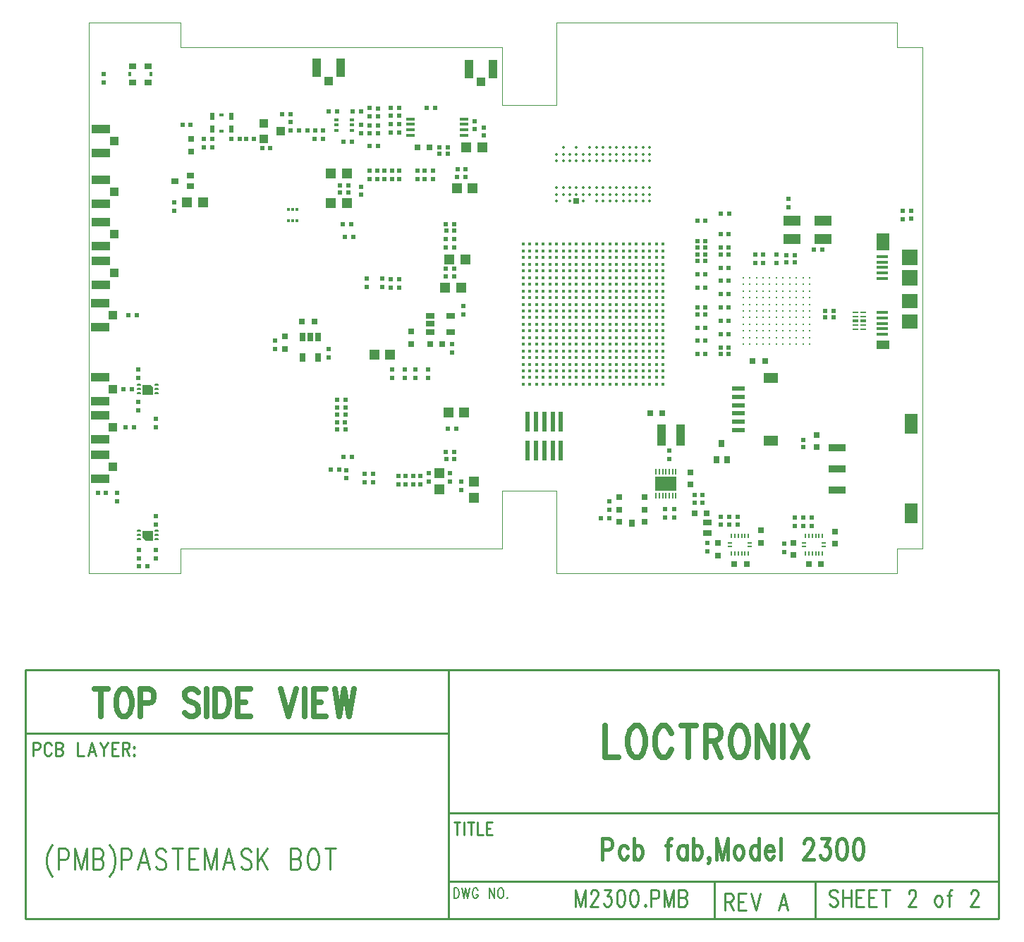
<source format=gbr>
*
*
G04 PADS 9.3 Build Number: 433611 generated Gerber (RS-274-X) file*
G04 PC Version=2.1*
*
%IN "M2300_R11A.pcb"*%
*
%MOIN*%
*
%FSLAX35Y35*%
*
*
*
*
G04 PC Standard Apertures*
*
*
G04 Thermal Relief Aperture macro.*
%AMTER*
1,1,$1,0,0*
1,0,$1-$2,0,0*
21,0,$3,$4,0,0,45*
21,0,$3,$4,0,0,135*
%
*
*
G04 Annular Aperture macro.*
%AMANN*
1,1,$1,0,0*
1,0,$2,0,0*
%
*
*
G04 Odd Aperture macro.*
%AMODD*
1,1,$1,0,0*
1,0,$1-0.005,0,0*
%
*
*
G04 PC Custom Aperture Macros*
*
*
*
*
*
*
G04 PC Aperture Table*
*
%ADD010C,0.001*%
%ADD015C,0.007*%
%ADD019C,0.01*%
%ADD021R,0.024X0.02*%
%ADD022R,0.03X0.03*%
%ADD023R,0.02X0.024*%
%ADD024R,0.05X0.045*%
%ADD025R,0.045X0.05*%
%ADD028R,0.023X0.02*%
%ADD029R,0.02X0.023*%
%ADD032R,0.024X0.098*%
%ADD036R,0.028X0.036*%
%ADD066O,0.024X0.01*%
%ADD067R,0.01969X0.01969*%
%ADD081C,0.00004*%
%ADD082C,0.009*%
%ADD083C,0.025*%
%ADD084C,0.015*%
%ADD089C,0.002*%
%ADD092R,0.02362X0.02165*%
%ADD093R,0.04X0.042*%
%ADD094R,0.042X0.087*%
%ADD095R,0.042X0.04*%
%ADD096R,0.087X0.042*%
%ADD097R,0.014X0.022*%
%ADD098R,0.034X0.028*%
%ADD099R,0.062X0.024*%
%ADD100R,0.071X0.048*%
%ADD101R,0.04X0.025*%
%ADD102R,0.04X0.04*%
%ADD103R,0.01181X0.01772*%
%ADD104R,0.036X0.028*%
%ADD105R,0.026X0.04*%
%ADD106R,0.04X0.026*%
%ADD107O,0.00787X0.02165*%
%ADD108O,0.02165X0.00787*%
%ADD109R,0.025X0.026*%
%ADD110R,0.02598X0.03543*%
%ADD111R,0.02362X0.01575*%
%ADD112R,0.04X0.013*%
%ADD113C,0.01772*%
%ADD114R,0.01969X0.03268*%
%ADD115R,0.01969X0.01693*%
%ADD116R,0.02657X0.00787*%
%ADD117R,0.02657X0.01575*%
%ADD118C,0.00984*%
%ADD119O,0.008X0.0315*%
%ADD120R,0.10039X0.065*%
%ADD121R,0.08X0.048*%
%ADD122R,0.05315X0.01575*%
%ADD123R,0.06299X0.08268*%
%ADD124R,0.06299X0.03937*%
%ADD125R,0.0748X0.0748*%
%ADD126R,0.0748X0.07087*%
%ADD127C,0.01378*%
%ADD128R,0.02756X0.02756*%
%ADD129R,0.04X0.1*%
%ADD130R,0.082X0.035*%
%ADD131R,0.06X0.092*%
*
*
*
*
G04 PC Circuitry*
G04 Layer Name M2300_R11A.pcb - circuitry*
%LPD*%
*
*
G04 PC Custom Flashes*
G04 Layer Name M2300_R11A.pcb - flashes*
%LPD*%
*
*
G04 PC Circuitry*
G04 Layer Name M2300_R11A.pcb - circuitry*
%LPD*%
*
G54D10*
G54D15*
G01X372369Y51204D02*
Y46282D01*
Y51204D02*
X373562D01*
X374074Y50969*
X374415Y50501*
X374585Y50032*
X374756Y49329*
Y48157*
X374585Y47454*
X374415Y46985*
X374074Y46516*
X373562Y46282*
X372369*
X376290Y51204D02*
X377142Y46282D01*
X377994Y51204D02*
X377142Y46282D01*
X377994Y51204D02*
X378847Y46282D01*
X379699Y51204D02*
X378847Y46282D01*
X383790Y50032D02*
X383619Y50501D01*
X383278Y50969*
X382937Y51204*
X382256*
X381915Y50969*
X381574Y50501*
X381403Y50032*
X381233Y49329*
Y48157*
X381403Y47454*
X381574Y46985*
X381915Y46516*
X382256Y46282*
X382937*
X383278Y46516*
X383619Y46985*
X383790Y47454*
Y48157*
X382937D02*
X383790D01*
X389244Y51204D02*
Y46282D01*
Y51204D02*
X391631Y46282D01*
Y51204D02*
Y46282D01*
X394187Y51204D02*
X393847Y50969D01*
X393506Y50501*
X393335Y50032*
X393165Y49329*
Y48157*
X393335Y47454*
X393506Y46985*
X393847Y46516*
X394187Y46282*
X394869*
X395210Y46516*
X395551Y46985*
X395722Y47454*
X395892Y48157*
Y49329*
X395722Y50032*
X395551Y50501*
X395210Y50969*
X394869Y51204*
X394187*
X397597Y46751D02*
X397426Y46516D01*
X397597Y46282*
X397767Y46516*
X397597Y46751*
G54D19*
X173499Y120149D02*
Y113587D01*
Y120149D02*
X175545D01*
X176226Y119837*
X176454Y119524*
X176681Y118899*
Y117962*
X176454Y117337*
X176226Y117024*
X175545Y116712*
X173499*
X182136Y118587D02*
X181908Y119212D01*
X181454Y119837*
X180999Y120149*
X180090*
X179636Y119837*
X179181Y119212*
X178954Y118587*
X178726Y117649*
Y116087*
X178954Y115149*
X179181Y114524*
X179636Y113899*
X180090Y113587*
X180999*
X181454Y113899*
X181908Y114524*
X182136Y115149*
X184181Y120149D02*
Y113587D01*
Y120149D02*
X186226D01*
X186908Y119837*
X187136Y119524*
X187363Y118899*
Y118274*
X187136Y117649*
X186908Y117337*
X186226Y117024*
X184181D02*
X186226D01*
X186908Y116712*
X187136Y116399*
X187363Y115774*
Y114837*
X187136Y114212*
X186908Y113899*
X186226Y113587*
X184181*
X194636Y120149D02*
Y113587D01*
X197363*
X201226Y120149D02*
X199408Y113587D01*
X201226Y120149D02*
X203045Y113587D01*
X200090Y115774D02*
X202363D01*
X205090Y120149D02*
X206908Y117024D01*
Y113587*
X208726Y120149D02*
X206908Y117024D01*
X210772Y120149D02*
Y113587D01*
Y120149D02*
X213726D01*
X210772Y117024D02*
X212590D01*
X210772Y113587D02*
X213726D01*
X215772Y120149D02*
Y113587D01*
Y120149D02*
X217817D01*
X218499Y119837*
X218726Y119524*
X218954Y118899*
Y118274*
X218726Y117649*
X218499Y117337*
X217817Y117024*
X215772*
X217363D02*
X218954Y113587D01*
X221226Y117962D02*
X220999Y117649D01*
X221226Y117337*
X221454Y117649*
X221226Y117962*
Y114212D02*
X220999Y113899D01*
X221226Y113587*
X221454Y113899*
X221226Y114212*
X430000Y50375D02*
Y42500D01*
Y50375D02*
X432182Y42500D01*
X434364Y50375D02*
X432182Y42500D01*
X434364Y50375D02*
Y42500D01*
X437091Y48500D02*
Y48875D01*
X437364Y49625*
X437636Y50000*
X438182Y50375*
X439273*
X439818Y50000*
X440091Y49625*
X440364Y48875*
Y48125*
X440091Y47375*
X439545Y46250*
X436818Y42500*
X440636*
X443636Y50375D02*
X446636D01*
X445000Y47375*
X445818*
X446364Y47000*
X446636Y46625*
X446909Y45500*
Y44750*
X446636Y43625*
X446091Y42875*
X445273Y42500*
X444455*
X443636Y42875*
X443364Y43250*
X443091Y44000*
X451000Y50375D02*
X450182Y50000D01*
X449636Y48875*
X449364Y47000*
Y45875*
X449636Y44000*
X450182Y42875*
X451000Y42500*
X451545*
X452364Y42875*
X452909Y44000*
X453182Y45875*
Y47000*
X452909Y48875*
X452364Y50000*
X451545Y50375*
X451000*
X457273D02*
X456455Y50000D01*
X455909Y48875*
X455636Y47000*
Y45875*
X455909Y44000*
X456455Y42875*
X457273Y42500*
X457818*
X458636Y42875*
X459182Y44000*
X459455Y45875*
Y47000*
X459182Y48875*
X458636Y50000*
X457818Y50375*
X457273*
X500604Y48567D02*
Y40692D01*
Y48567D02*
X503058D01*
X503877Y48192*
X504149Y47817*
X504422Y47067*
Y46317*
X504149Y45567*
X503877Y45192*
X503058Y44817*
X500604*
X502513D02*
X504422Y40692D01*
X506877Y48567D02*
Y40692D01*
Y48567D02*
X510422D01*
X506877Y44817D02*
X509058D01*
X506877Y40692D02*
X510422D01*
X512877Y48567D02*
X515058Y40692D01*
X517240Y48567D02*
X515058Y40692D01*
X528149Y48567D02*
X525968Y40692D01*
X528149Y48567D02*
X530331Y40692D01*
X526786Y43317D02*
X529513D01*
X462773Y43250D02*
X462500Y42875D01*
X462773Y42500*
X463045Y42875*
X462773Y43250*
X465500Y50375D02*
Y42500D01*
Y50375D02*
X467955D01*
X468773Y50000*
X469045Y49625*
X469318Y48875*
Y47750*
X469045Y47000*
X468773Y46625*
X467955Y46250*
X465500*
X471773Y50375D02*
Y42500D01*
Y50375D02*
X473955Y42500D01*
X476136Y50375D02*
X473955Y42500D01*
X476136Y50375D02*
Y42500D01*
X478591Y50375D02*
Y42500D01*
Y50375D02*
X481045D01*
X481864Y50000*
X482136Y49625*
X482409Y48875*
Y48125*
X482136Y47375*
X481864Y47000*
X481045Y46625*
X478591D02*
X481045D01*
X481864Y46250*
X482136Y45875*
X482409Y45125*
Y44000*
X482136Y43250*
X481864Y42875*
X481045Y42500*
X478591*
X553818Y49250D02*
X553273Y50000D01*
X552455Y50375*
X551364*
X550545Y50000*
X550000Y49250*
Y48500*
X550273Y47750*
X550545Y47375*
X551091Y47000*
X552727Y46250*
X553273Y45875*
X553545Y45500*
X553818Y44750*
Y43625*
X553273Y42875*
X552455Y42500*
X551364*
X550545Y42875*
X550000Y43625*
X556273Y50375D02*
Y42500D01*
X560091Y50375D02*
Y42500D01*
X556273Y46625D02*
X560091D01*
X562545Y50375D02*
Y42500D01*
Y50375D02*
X566091D01*
X562545Y46625D02*
X564727D01*
X562545Y42500D02*
X566091D01*
X568545Y50375D02*
Y42500D01*
Y50375D02*
X572091D01*
X568545Y46625D02*
X570727D01*
X568545Y42500D02*
X572091D01*
X576455Y50375D02*
Y42500D01*
X574545Y50375D02*
X578364D01*
X587364Y48500D02*
Y48875D01*
X587636Y49625*
X587909Y50000*
X588455Y50375*
X589545*
X590091Y50000*
X590364Y49625*
X590636Y48875*
Y48125*
X590364Y47375*
X589818Y46250*
X587091Y42500*
X590909*
X601000Y47750D02*
X600455Y47375D01*
X599909Y46625*
X599636Y45500*
Y44750*
X599909Y43625*
X600455Y42875*
X601000Y42500*
X601818*
X602364Y42875*
X602909Y43625*
X603182Y44750*
Y45500*
X602909Y46625*
X602364Y47375*
X601818Y47750*
X601000*
X607818Y50375D02*
X607273D01*
X606727Y50000*
X606455Y48875*
Y42500*
X605636Y47750D02*
X607545D01*
X616818Y48500D02*
Y48875D01*
X617091Y49625*
X617364Y50000*
X617909Y50375*
X619000*
X619545Y50000*
X619818Y49625*
X620091Y48875*
Y48125*
X619818Y47375*
X619273Y46250*
X616545Y42500*
X620364*
X182386Y71719D02*
X181705Y70781D01*
X181023Y69375*
X180341Y67500*
X180000Y65156*
Y63281*
X180341Y60938*
X180341D02*
X181023Y59062D01*
X181023D02*
X181705Y57656D01*
X182386Y56719*
X185455Y69844D02*
Y60000D01*
Y69844D02*
X188523D01*
X189545Y69375*
X189886Y68906*
X190227Y67969*
Y66563*
X190227D02*
X189886Y65625D01*
X189545Y65156*
X188523Y64688*
X188523D02*
X185455D01*
X193295Y69844D02*
Y60000D01*
Y69844D02*
X196023Y60000D01*
X198750Y69844D02*
X196023Y60000D01*
X198750Y69844D02*
Y60000D01*
X201818Y69844D02*
Y60000D01*
Y69844D02*
X204886D01*
X205909Y69375*
X206250Y68906*
X206591Y67969*
Y67031*
X206250Y66094*
X205909Y65625*
X204886Y65156*
X201818D02*
X204886D01*
X205909Y64688*
X205909D02*
X206250Y64219D01*
X206591Y63281*
Y61875*
X206250Y60938*
X206250D02*
X205909Y60469D01*
X204886Y60000*
X201818*
X209659Y71719D02*
X210341Y70781D01*
X211023Y69375*
X211705Y67500*
X212045Y65156*
Y63281*
X211705Y60938*
X211705D02*
X211023Y59062D01*
X211023D02*
X210341Y57656D01*
X209659Y56719*
X215114Y69844D02*
Y60000D01*
Y69844D02*
X218182D01*
X219205Y69375*
X219545Y68906*
X219886Y67969*
Y66563*
X219886D02*
X219545Y65625D01*
X219205Y65156*
X218182Y64688*
X218182D02*
X215114D01*
X225682Y69844D02*
X222955Y60000D01*
X225682Y69844D02*
X228409Y60000D01*
X223977Y63281D02*
X227386D01*
X236250Y68438D02*
X235568Y69375D01*
X234545Y69844*
X233182*
X232159Y69375*
X231477Y68438*
X231477D02*
Y67500D01*
X231818Y66563*
X231818D02*
X232159Y66094D01*
X232841Y65625*
X234886Y64688*
X234886D02*
X235568Y64219D01*
X235909Y63750*
X236250Y62813*
X236250D02*
Y61406D01*
X235568Y60469*
X234545Y60000*
X233182*
X232159Y60469*
X231477Y61406*
X241705Y69844D02*
Y60000D01*
X239318Y69844D02*
X244091D01*
X247159D02*
Y60000D01*
Y69844D02*
X251591D01*
X247159Y65156D02*
X249886D01*
X247159Y60000D02*
X251591D01*
X254659Y69844D02*
Y60000D01*
Y69844D02*
X257386Y60000D01*
X260114Y69844D02*
X257386Y60000D01*
X260114Y69844D02*
Y60000D01*
X265909Y69844D02*
X263182Y60000D01*
X265909Y69844D02*
X268636Y60000D01*
X264205Y63281D02*
X267614D01*
X276477Y68438D02*
X275795Y69375D01*
X274773Y69844*
X273409*
X272386Y69375*
X271705Y68438*
X271705D02*
Y67500D01*
X272045Y66563*
X272045D02*
X272386Y66094D01*
X273068Y65625*
X275114Y64688*
X275114D02*
X275795Y64219D01*
X276136Y63750*
X276477Y62813*
X276477D02*
Y61406D01*
X275795Y60469*
X274773Y60000*
X273409*
X272386Y60469*
X271705Y61406*
X279545Y69844D02*
Y60000D01*
X284318Y69844D02*
X279545Y63281D01*
X281250Y65625D02*
X284318Y60000D01*
X295227Y69844D02*
Y60000D01*
Y69844D02*
X298295D01*
X299318Y69375*
X299659Y68906*
X300000Y67969*
Y67031*
X299659Y66094*
X299318Y65625*
X298295Y65156*
X295227D02*
X298295D01*
X299318Y64688*
X299318D02*
X299659Y64219D01*
X300000Y63281*
Y61875*
X299659Y60938*
X299659D02*
X299318Y60469D01*
X298295Y60000*
X295227*
X305114Y69844D02*
X304432Y69375D01*
X303750Y68438*
X303750D02*
X303409Y67500D01*
X303068Y66094*
Y63750*
X303409Y62344*
X303750Y61406*
X304432Y60469*
X305114Y60000*
X306477*
X307159Y60469*
X307841Y61406*
X308182Y62344*
X308523Y63750*
Y66094*
X308182Y67500*
X307841Y68438*
X307841D02*
X307159Y69375D01*
X306477Y69844*
X305114*
X313977D02*
Y60000D01*
X311591Y69844D02*
X316364D01*
X629869Y154287D02*
X169869D01*
Y36782*
X629869*
Y154287*
X369869D02*
Y36782D01*
Y86782D02*
X629869D01*
X369869Y54282D02*
X629869D01*
X543104Y36782D02*
Y54282D01*
X495604Y36782D02*
Y54282D01*
X169869Y124282D02*
X369899D01*
G54D21*
X368591Y357902D03*
X372591D03*
X321091Y274902D03*
X317091D03*
X368591Y353902D03*
X372591D03*
X368591Y340402D03*
X372591D03*
X368591Y343902D03*
X372591D03*
X324000Y365000D03*
X320000D03*
X325000Y359000D03*
X321000D03*
X368500Y365000D03*
X372500D03*
X321091Y278402D03*
X317091D03*
X321091Y281902D03*
X317091D03*
X369500Y268500D03*
X373500D03*
X368591Y257402D03*
X372591D03*
X321091Y267902D03*
X317091D03*
X324091Y254902D03*
X320091D03*
X374000Y387500D03*
X378000D03*
X322500Y380000D03*
X318500D03*
X318091Y248902D03*
X314091D03*
X295091Y416902D03*
X291091D03*
X299091Y409402D03*
X303091D03*
X267091Y405402D03*
X271091D03*
X310591D03*
X306591D03*
X313091Y418402D03*
X317091D03*
X365500Y398500D03*
X369500D03*
X346591Y416402D03*
X342591D03*
X359600Y420000D03*
X363600D03*
X328591Y418402D03*
X324591D03*
X320091Y403902D03*
X324091D03*
X220091Y286902D03*
X216091D03*
X221091Y268902D03*
X217091D03*
X445705Y226142D03*
X441705D03*
X222591Y321902D03*
X218591D03*
X552000Y324000D03*
X548000D03*
X552000Y321000D03*
X548000D03*
X546591Y352902D03*
X542591D03*
X533500Y350500D03*
X529500D03*
X207991Y237902D03*
X204191D03*
X223600Y203500D03*
X227400D03*
G54D22*
X544000Y265400D03*
Y259600D03*
X352091Y308502D03*
Y314302D03*
X292500Y311900D03*
Y306100D03*
X517591Y220302D03*
Y214502D03*
X552591Y219802D03*
Y214002D03*
X497091Y214302D03*
Y208502D03*
X504974Y204331D03*
X510774D03*
X491991Y228402D03*
X486191D03*
X533000Y214400D03*
Y208600D03*
X540100Y204500D03*
X545900D03*
X248091Y399502D03*
Y405302D03*
X355100Y401500D03*
X360900D03*
X484091Y247802D03*
Y242002D03*
X470991Y275689D03*
X465191D03*
X361191Y308402D03*
X366991D03*
X519400Y300500D03*
X513600D03*
X306400Y319000D03*
X300600D03*
G54D23*
X377000Y322500D03*
Y326500D03*
X336091Y386402D03*
Y390402D03*
X346591Y386402D03*
Y390402D03*
X338591Y339402D03*
Y335402D03*
X331091Y339402D03*
Y335402D03*
X358591Y386402D03*
Y390402D03*
X332591Y386402D03*
Y390402D03*
X339591Y386402D03*
Y390402D03*
X355091Y386402D03*
Y390402D03*
X362591Y386402D03*
Y390402D03*
X376000Y243500D03*
Y239500D03*
X360091Y292402D03*
Y296402D03*
X354091Y292402D03*
Y296402D03*
X334091Y246902D03*
Y242902D03*
X492091Y214402D03*
Y210402D03*
X346091Y245902D03*
Y241902D03*
X356591Y245902D03*
Y241902D03*
X330091Y246902D03*
Y242902D03*
X353091Y245902D03*
Y241902D03*
X343091Y386402D03*
Y390402D03*
X342600Y339100D03*
Y335100D03*
X346500Y339100D03*
Y335100D03*
X349091Y292402D03*
Y296402D03*
X343091Y292402D03*
Y296402D03*
X349591Y245902D03*
Y241902D03*
X360591Y247402D03*
Y243402D03*
X342591Y408402D03*
Y412402D03*
X332591Y419902D03*
Y415902D03*
X328591Y411902D03*
Y407902D03*
X254091Y405402D03*
Y401402D03*
X258091Y405402D03*
Y401402D03*
X528500Y214000D03*
Y210000D03*
X288000Y306000D03*
Y310000D03*
X240091Y375402D03*
Y371402D03*
X223091Y280902D03*
Y276902D03*
Y292402D03*
Y296402D03*
X231500Y269000D03*
Y273000D03*
X213091Y233902D03*
Y237902D03*
X231591Y210902D03*
Y206902D03*
Y222902D03*
Y226902D03*
X445752Y230083D03*
Y234083D03*
X223591Y210902D03*
Y206902D03*
X474091Y253902D03*
Y257902D03*
X584500Y367500D03*
Y371500D03*
X530500Y373000D03*
Y377000D03*
X371591Y308402D03*
Y304402D03*
X514961Y346819D03*
Y350819D03*
X524803Y346819D03*
Y350819D03*
X518504Y346819D03*
Y350819D03*
X313091Y301902D03*
Y305902D03*
X206691Y435902D03*
Y432102D03*
G54D24*
X382000Y243300D03*
Y235700D03*
X365591Y247202D03*
Y239602D03*
G54D25*
X368291Y334902D03*
X375891D03*
X370291Y348402D03*
X377891D03*
X378200Y401500D03*
X385800D03*
X321800Y375000D03*
X314200D03*
X342300Y303500D03*
X334700D03*
X369700Y276000D03*
X377300D03*
X373700Y382000D03*
X381300D03*
X321800Y389000D03*
X314200D03*
X246291Y375402D03*
X253891D03*
G54D28*
X368691Y253902D03*
X372491D03*
Y361902D03*
X368691D03*
X317191Y271402D03*
X320991D03*
X377900Y391000D03*
X374100D03*
X322400Y383500D03*
X318600D03*
X365600Y401500D03*
X369400D03*
X244191Y411902D03*
X247991D03*
X285491Y400902D03*
X281691D03*
X310491Y409402D03*
X306691D03*
X277991Y405402D03*
X274191D03*
X342600Y420000D03*
X346400D03*
X489900Y233500D03*
X486100D03*
X491270Y366535D03*
X487470D03*
X502400Y370000D03*
X498600D03*
X529600Y347000D03*
X533400D03*
X491270Y335039D03*
X487470D03*
X502294Y338189D03*
X498494D03*
X491270Y341339D03*
X487470D03*
X491270Y325591D03*
X487470D03*
X502294D03*
X498494D03*
X491270Y350787D03*
X487470D03*
X491270Y353937D03*
X487470D03*
X502294Y344488D03*
X498494D03*
X491270Y357087D03*
X487470D03*
X502294Y353937D03*
X498494D03*
X502294Y360236D03*
X498494D03*
X502294Y350787D03*
X498494D03*
X491270Y347638D03*
X487470D03*
X502294Y306693D03*
X498494D03*
X502294Y303543D03*
X498494D03*
X491270Y309843D03*
X487470D03*
X502294Y319291D03*
X498494D03*
X502294Y312992D03*
X498494D03*
X491270Y303543D03*
X487470D03*
X491270Y316142D03*
X487470D03*
X502294Y331890D03*
X498494D03*
X491270Y322441D03*
X487470D03*
X486100Y237000D03*
X489900D03*
X336400Y402000D03*
X332600D03*
G54D29*
X588500Y371400D03*
Y367600D03*
X533591Y222502D03*
Y226302D03*
X328591Y379002D03*
Y382802D03*
X321591Y245002D03*
Y248802D03*
X370591Y247302D03*
Y243502D03*
X336591Y408002D03*
Y411802D03*
X332591D03*
Y408002D03*
X336591Y419802D03*
Y416002D03*
X295091Y409502D03*
Y413302D03*
X346591Y408502D03*
Y412302D03*
X382091Y413802D03*
Y410002D03*
X386591Y410802D03*
Y407002D03*
X476591Y230302D03*
Y226502D03*
X472091Y230302D03*
Y226502D03*
X506591Y226802D03*
Y223002D03*
X498591Y226802D03*
Y223002D03*
X502591Y226802D03*
Y223002D03*
X537591Y226302D03*
Y222502D03*
X541591D03*
Y226302D03*
G54D32*
X422965Y258012D03*
Y271792D03*
X419028Y258012D03*
Y271792D03*
X415091Y258012D03*
Y271792D03*
X411154Y258012D03*
Y271792D03*
X407217Y258012D03*
Y271792D03*
G54D36*
X501559Y253760D03*
X496441D03*
X499000Y261240D03*
G54D66*
X231724Y288870D03*
Y286902D03*
Y284933D03*
X223457D03*
Y286902D03*
X223358Y288870D03*
X223457Y215933D03*
Y217902D03*
Y219870D03*
X231724D03*
Y217902D03*
X231823Y215933D03*
G54D67*
X227591Y286902D03*
Y217902D03*
G54D81*
X225230Y289065D02*
X228476D01*
X229951Y287590*
Y284738*
X225230*
Y289065*
Y284738D02*
Y289065D01*
X225232Y284738D02*
Y289065D01*
X225234Y284738D02*
Y289065D01*
X225236Y284738D02*
Y289065D01*
X225238Y284738D02*
Y289065D01*
X225240Y284738D02*
Y289065D01*
X225242Y284738D02*
Y289065D01*
X225244Y284738D02*
Y289065D01*
X225246Y284738D02*
Y289065D01*
X225248Y284738D02*
Y289065D01*
X225250Y284738D02*
Y289065D01*
X225252Y284738D02*
Y289065D01*
X225254Y284738D02*
Y289065D01*
X225256Y284738D02*
Y289065D01*
X225258Y284738D02*
Y289065D01*
X225260Y284738D02*
Y289065D01*
X225262Y284738D02*
Y289065D01*
X225264Y284738D02*
Y289065D01*
X225266Y284738D02*
Y289065D01*
X225268Y284738D02*
Y289065D01*
X225270Y284738D02*
Y289065D01*
X225272Y284738D02*
Y289065D01*
X225274Y284738D02*
Y289065D01*
X225276Y284738D02*
Y289065D01*
X225278Y284738D02*
Y289065D01*
X225280Y284738D02*
Y289065D01*
X225281Y284738D02*
Y289065D01*
X225283Y284738D02*
Y289065D01*
X225285Y284738D02*
Y289065D01*
X225287Y284738D02*
Y289065D01*
X225289Y284738D02*
Y289065D01*
X225291Y284738D02*
Y289065D01*
X225293Y284738D02*
Y289065D01*
X225295Y284738D02*
Y289065D01*
X225297Y284738D02*
Y289065D01*
X225299Y284738D02*
Y289065D01*
X225301Y284738D02*
Y289065D01*
X225303Y284738D02*
Y289065D01*
X225305Y284738D02*
Y289065D01*
X225307Y284738D02*
Y289065D01*
X225309Y284738D02*
Y289065D01*
X225311Y284738D02*
Y289065D01*
X225313Y284738D02*
Y289065D01*
X225315Y284738D02*
Y289065D01*
X225317Y284738D02*
Y289065D01*
X225319Y284738D02*
Y289065D01*
X225321Y284738D02*
Y289065D01*
X225323Y284738D02*
Y289065D01*
X225325Y284738D02*
Y289065D01*
X225327Y284738D02*
Y289065D01*
X225329Y284738D02*
Y289065D01*
X225331Y284738D02*
Y289065D01*
X225333Y284738D02*
Y289065D01*
X225335Y284738D02*
Y289065D01*
X225337Y284738D02*
Y289065D01*
X225339Y284738D02*
Y289065D01*
X225341Y284738D02*
Y289065D01*
X225343Y284738D02*
Y289065D01*
X225344Y284738D02*
Y289065D01*
X225346Y284738D02*
Y289065D01*
X225348Y284738D02*
Y289065D01*
X225350Y284738D02*
Y289065D01*
X225352Y284738D02*
Y289065D01*
X225354Y284738D02*
Y289065D01*
X225356Y284738D02*
Y289065D01*
X225358Y284738D02*
Y289065D01*
X225360Y284738D02*
Y289065D01*
X225362Y284738D02*
Y289065D01*
X225364Y284738D02*
Y289065D01*
X225366Y284738D02*
Y289065D01*
X225368Y284738D02*
Y289065D01*
X225370Y284738D02*
Y289065D01*
X225372Y284738D02*
Y289065D01*
X225374Y284738D02*
Y289065D01*
X225376Y284738D02*
Y289065D01*
X225378Y284738D02*
Y289065D01*
X225380Y284738D02*
Y289065D01*
X225382Y284738D02*
Y289065D01*
X225384Y284738D02*
Y289065D01*
X225386Y284738D02*
Y289065D01*
X225388Y284738D02*
Y289065D01*
X225390Y284738D02*
Y289065D01*
X225392Y284738D02*
Y289065D01*
X225394Y284738D02*
Y289065D01*
X225396Y284738D02*
Y289065D01*
X225398Y284738D02*
Y289065D01*
X225400Y284738D02*
Y289065D01*
X225402Y284738D02*
Y289065D01*
X225404Y284738D02*
Y289065D01*
X225406Y284738D02*
Y289065D01*
X225407Y284738D02*
Y289065D01*
X225409Y284738D02*
Y289065D01*
X225411Y284738D02*
Y289065D01*
X225413Y284738D02*
Y289065D01*
X225415Y284738D02*
Y289065D01*
X225417Y284738D02*
Y289065D01*
X225419Y284738D02*
Y289065D01*
X225421Y284738D02*
Y289065D01*
X225423Y284738D02*
Y289065D01*
X225425Y284738D02*
Y289065D01*
X225427Y284738D02*
Y289065D01*
X225429Y284738D02*
Y289065D01*
X225431Y284738D02*
Y289065D01*
X225433Y284738D02*
Y289065D01*
X225435Y284738D02*
Y289065D01*
X225437Y284738D02*
Y289065D01*
X225439Y284738D02*
Y289065D01*
X225441Y284738D02*
Y289065D01*
X225443Y284738D02*
Y289065D01*
X225445Y284738D02*
Y289065D01*
X225447Y284738D02*
Y289065D01*
X225449Y284738D02*
Y289065D01*
X225451Y284738D02*
Y289065D01*
X225453Y284738D02*
Y289065D01*
X225455Y284738D02*
Y289065D01*
X225457Y284738D02*
Y289065D01*
X225459Y284738D02*
Y289065D01*
X225461Y284738D02*
Y289065D01*
X225463Y284738D02*
Y289065D01*
X225465Y284738D02*
Y289065D01*
X225467Y284738D02*
Y289065D01*
X225469Y284738D02*
Y289065D01*
X225470Y284738D02*
Y289065D01*
X225472Y284738D02*
Y289065D01*
X225474Y284738D02*
Y289065D01*
X225476Y284738D02*
Y289065D01*
X225478Y284738D02*
Y289065D01*
X225480Y284738D02*
Y289065D01*
X225482Y284738D02*
Y289065D01*
X225484Y284738D02*
Y289065D01*
X225486Y284738D02*
Y289065D01*
X225488Y284738D02*
Y289065D01*
X225490Y284738D02*
Y289065D01*
X225492Y284738D02*
Y289065D01*
X225494Y284738D02*
Y289065D01*
X225496Y284738D02*
Y289065D01*
X225498Y284738D02*
Y289065D01*
X225500Y284738D02*
Y289065D01*
X225502Y284738D02*
Y289065D01*
X225504Y284738D02*
Y289065D01*
X225506Y284738D02*
Y289065D01*
X225508Y284738D02*
Y289065D01*
X225510Y284738D02*
Y289065D01*
X225512Y284738D02*
Y289065D01*
X225514Y284738D02*
Y289065D01*
X225516Y284738D02*
Y289065D01*
X225518Y284738D02*
Y289065D01*
X225520Y284738D02*
Y289065D01*
X225522Y284738D02*
Y289065D01*
X225524Y284738D02*
Y289065D01*
X225526Y284738D02*
Y289065D01*
X225528Y284738D02*
Y289065D01*
X225530Y284738D02*
Y289065D01*
X225531Y284738D02*
Y289065D01*
X225533Y284738D02*
Y289065D01*
X225535Y284738D02*
Y289065D01*
X225537Y284738D02*
Y289065D01*
X225539Y284738D02*
Y289065D01*
X225541Y284738D02*
Y289065D01*
X225543Y284738D02*
Y289065D01*
X225545Y284738D02*
Y289065D01*
X225547Y284738D02*
Y289065D01*
X225549Y284738D02*
Y289065D01*
X225551Y284738D02*
Y289065D01*
X225553Y284738D02*
Y289065D01*
X225555Y284738D02*
Y289065D01*
X225557Y284738D02*
Y289065D01*
X225559Y284738D02*
Y289065D01*
X225561Y284738D02*
Y289065D01*
X225563Y284738D02*
Y289065D01*
X225565Y284738D02*
Y289065D01*
X225567Y284738D02*
Y289065D01*
X225569Y284738D02*
Y289065D01*
X225571Y284738D02*
Y289065D01*
X225573Y284738D02*
Y289065D01*
X225575Y284738D02*
Y289065D01*
X225577Y284738D02*
Y289065D01*
X225579Y284738D02*
Y289065D01*
X225581Y284738D02*
Y289065D01*
X225583Y284738D02*
Y289065D01*
X225585Y284738D02*
Y289065D01*
X225587Y284738D02*
Y289065D01*
X225589Y284738D02*
Y289065D01*
X225591Y284738D02*
Y289065D01*
X225593Y284738D02*
Y289065D01*
X225594Y284738D02*
Y289065D01*
X225596Y284738D02*
Y289065D01*
X225598Y284738D02*
Y289065D01*
X225600Y284738D02*
Y289065D01*
X225602Y284738D02*
Y289065D01*
X225604Y284738D02*
Y289065D01*
X225606Y284738D02*
Y289065D01*
X225608Y284738D02*
Y289065D01*
X225610Y284738D02*
Y289065D01*
X225612Y284738D02*
Y289065D01*
X225614Y284738D02*
Y289065D01*
X225616Y284738D02*
Y289065D01*
X225618Y284738D02*
Y289065D01*
X225620Y284738D02*
Y289065D01*
X225622Y284738D02*
Y289065D01*
X225624Y284738D02*
Y289065D01*
X225626Y284738D02*
Y289065D01*
X225628Y284738D02*
Y289065D01*
X225630Y284738D02*
Y289065D01*
X225632Y284738D02*
Y289065D01*
X225634Y284738D02*
Y289065D01*
X225636Y284738D02*
Y289065D01*
X225638Y284738D02*
Y289065D01*
X225640Y284738D02*
Y289065D01*
X225642Y284738D02*
Y289065D01*
X225644Y284738D02*
Y289065D01*
X225646Y284738D02*
Y289065D01*
X225648Y284738D02*
Y289065D01*
X225650Y284738D02*
Y289065D01*
X225652Y284738D02*
Y289065D01*
X225654Y284738D02*
Y289065D01*
X225656Y284738D02*
Y289065D01*
X225657Y284738D02*
Y289065D01*
X225659Y284738D02*
Y289065D01*
X225661Y284738D02*
Y289065D01*
X225663Y284738D02*
Y289065D01*
X225665Y284738D02*
Y289065D01*
X225667Y284738D02*
Y289065D01*
X225669Y284738D02*
Y289065D01*
X225671Y284738D02*
Y289065D01*
X225673Y284738D02*
Y289065D01*
X225675Y284738D02*
Y289065D01*
X225677Y284738D02*
Y289065D01*
X225679Y284738D02*
Y289065D01*
X225681Y284738D02*
Y289065D01*
X225683Y284738D02*
Y289065D01*
X225685Y284738D02*
Y289065D01*
X225687Y284738D02*
Y289065D01*
X225689Y284738D02*
Y289065D01*
X225691Y284738D02*
Y289065D01*
X225693Y284738D02*
Y289065D01*
X225695Y284738D02*
Y289065D01*
X225697Y284738D02*
Y289065D01*
X225699Y284738D02*
Y289065D01*
X225701Y284738D02*
Y289065D01*
X225703Y284738D02*
Y289065D01*
X225705Y284738D02*
Y289065D01*
X225707Y284738D02*
Y289065D01*
X225709Y284738D02*
Y289065D01*
X225711Y284738D02*
Y289065D01*
X225713Y284738D02*
Y289065D01*
X225715Y284738D02*
Y289065D01*
X225717Y284738D02*
Y289065D01*
X225719Y284738D02*
Y289065D01*
X225720Y284738D02*
Y289065D01*
X225722Y284738D02*
Y289065D01*
X225724Y284738D02*
Y289065D01*
X225726Y284738D02*
Y289065D01*
X225728Y284738D02*
Y289065D01*
X225730Y284738D02*
Y289065D01*
X225732Y284738D02*
Y289065D01*
X225734Y284738D02*
Y289065D01*
X225736Y284738D02*
Y289065D01*
X225738Y284738D02*
Y289065D01*
X225740Y284738D02*
Y289065D01*
X225742Y284738D02*
Y289065D01*
X225744Y284738D02*
Y289065D01*
X225746Y284738D02*
Y289065D01*
X225748Y284738D02*
Y289065D01*
X225750Y284738D02*
Y289065D01*
X225752Y284738D02*
Y289065D01*
X225754Y284738D02*
Y289065D01*
X225756Y284738D02*
Y289065D01*
X225758Y284738D02*
Y289065D01*
X225760Y284738D02*
Y289065D01*
X225762Y284738D02*
Y289065D01*
X225764Y284738D02*
Y289065D01*
X225766Y284738D02*
Y289065D01*
X225768Y284738D02*
Y289065D01*
X225770Y284738D02*
Y289065D01*
X225772Y284738D02*
Y289065D01*
X225774Y284738D02*
Y289065D01*
X225776Y284738D02*
Y289065D01*
X225778Y284738D02*
Y289065D01*
X225780Y284738D02*
Y289065D01*
X225781Y284738D02*
Y289065D01*
X225783Y284738D02*
Y289065D01*
X225785Y284738D02*
Y289065D01*
X225787Y284738D02*
Y289065D01*
X225789Y284738D02*
Y289065D01*
X225791Y284738D02*
Y289065D01*
X225793Y284738D02*
Y289065D01*
X225795Y284738D02*
Y289065D01*
X225797Y284738D02*
Y289065D01*
X225799Y284738D02*
Y289065D01*
X225801Y284738D02*
Y289065D01*
X225803Y284738D02*
Y289065D01*
X225805Y284738D02*
Y289065D01*
X225807Y284738D02*
Y289065D01*
X225809Y284738D02*
Y289065D01*
X225811Y284738D02*
Y289065D01*
X225813Y284738D02*
Y289065D01*
X225815Y284738D02*
Y289065D01*
X225817Y284738D02*
Y289065D01*
X225819Y284738D02*
Y289065D01*
X225821Y284738D02*
Y289065D01*
X225823Y284738D02*
Y289065D01*
X225825Y284738D02*
Y289065D01*
X225827Y284738D02*
Y289065D01*
X225829Y284738D02*
Y289065D01*
X225831Y284738D02*
Y289065D01*
X225833Y284738D02*
Y289065D01*
X225835Y284738D02*
Y289065D01*
X225837Y284738D02*
Y289065D01*
X225839Y284738D02*
Y289065D01*
X225841Y284738D02*
Y289065D01*
X225843Y284738D02*
Y289065D01*
X225844Y284738D02*
Y289065D01*
X225846Y284738D02*
Y289065D01*
X225848Y284738D02*
Y289065D01*
X225850Y284738D02*
Y289065D01*
X225852Y284738D02*
Y289065D01*
X225854Y284738D02*
Y289065D01*
X225856Y284738D02*
Y289065D01*
X225858Y284738D02*
Y289065D01*
X225860Y284738D02*
Y289065D01*
X225862Y284738D02*
Y289065D01*
X225864Y284738D02*
Y289065D01*
X225866Y284738D02*
Y289065D01*
X225868Y284738D02*
Y289065D01*
X225870Y284738D02*
Y289065D01*
X225872Y284738D02*
Y289065D01*
X225874Y284738D02*
Y289065D01*
X225876Y284738D02*
Y289065D01*
X225878Y284738D02*
Y289065D01*
X225880Y284738D02*
Y289065D01*
X225882Y284738D02*
Y289065D01*
X225884Y284738D02*
Y289065D01*
X225886Y284738D02*
Y289065D01*
X225888Y284738D02*
Y289065D01*
X225890Y284738D02*
Y289065D01*
X225892Y284738D02*
Y289065D01*
X225894Y284738D02*
Y289065D01*
X225896Y284738D02*
Y289065D01*
X225898Y284738D02*
Y289065D01*
X225900Y284738D02*
Y289065D01*
X225902Y284738D02*
Y289065D01*
X225904Y284738D02*
Y289065D01*
X225906Y284738D02*
Y289065D01*
X225907Y284738D02*
Y289065D01*
X225909Y284738D02*
Y289065D01*
X225911Y284738D02*
Y289065D01*
X225913Y284738D02*
Y289065D01*
X225915Y284738D02*
Y289065D01*
X225917Y284738D02*
Y289065D01*
X225919Y284738D02*
Y289065D01*
X225921Y284738D02*
Y289065D01*
X225923Y284738D02*
Y289065D01*
X225925Y284738D02*
Y289065D01*
X225927Y284738D02*
Y289065D01*
X225929Y284738D02*
Y289065D01*
X225931Y284738D02*
Y289065D01*
X225933Y284738D02*
Y289065D01*
X225935Y284738D02*
Y289065D01*
X225937Y284738D02*
Y289065D01*
X225939Y284738D02*
Y289065D01*
X225941Y284738D02*
Y289065D01*
X225943Y284738D02*
Y289065D01*
X225945Y284738D02*
Y289065D01*
X225947Y284738D02*
Y289065D01*
X225949Y284738D02*
Y289065D01*
X225951Y284738D02*
Y289065D01*
X225953Y284738D02*
Y289065D01*
X225955Y284738D02*
Y289065D01*
X225957Y284738D02*
Y289065D01*
X225959Y284738D02*
Y289065D01*
X225961Y284738D02*
Y289065D01*
X225963Y284738D02*
Y289065D01*
X225965Y284738D02*
Y289065D01*
X225967Y284738D02*
Y289065D01*
X225969Y284738D02*
Y289065D01*
X225970Y284738D02*
Y289065D01*
X225972Y284738D02*
Y289065D01*
X225974Y284738D02*
Y289065D01*
X225976Y284738D02*
Y289065D01*
X225978Y284738D02*
Y289065D01*
X225980Y284738D02*
Y289065D01*
X225982Y284738D02*
Y289065D01*
X225984Y284738D02*
Y289065D01*
X225986Y284738D02*
Y289065D01*
X225988Y284738D02*
Y289065D01*
X225990Y284738D02*
Y289065D01*
X225992Y284738D02*
Y289065D01*
X225994Y284738D02*
Y289065D01*
X225996Y284738D02*
Y289065D01*
X225998Y284738D02*
Y289065D01*
X226000Y284738D02*
Y289065D01*
X226002Y284738D02*
Y289065D01*
X226004Y284738D02*
Y289065D01*
X226006Y284738D02*
Y289065D01*
X226008Y284738D02*
Y289065D01*
X226010Y284738D02*
Y289065D01*
X226012Y284738D02*
Y289065D01*
X226014Y284738D02*
Y289065D01*
X226016Y284738D02*
Y289065D01*
X226018Y284738D02*
Y289065D01*
X226020Y284738D02*
Y289065D01*
X226022Y284738D02*
Y289065D01*
X226024Y284738D02*
Y289065D01*
X226026Y284738D02*
Y289065D01*
X226028Y284738D02*
Y289065D01*
X226030Y284738D02*
Y289065D01*
X226031Y284738D02*
Y289065D01*
X226033Y284738D02*
Y289065D01*
X226035Y284738D02*
Y289065D01*
X226037Y284738D02*
Y289065D01*
X226039Y284738D02*
Y289065D01*
X226041Y284738D02*
Y289065D01*
X226043Y284738D02*
Y289065D01*
X226045Y284738D02*
Y289065D01*
X226047Y284738D02*
Y289065D01*
X226049Y284738D02*
Y289065D01*
X226051Y284738D02*
Y289065D01*
X226053Y284738D02*
Y289065D01*
X226055Y284738D02*
Y289065D01*
X226057Y284738D02*
Y289065D01*
X226059Y284738D02*
Y289065D01*
X226061Y284738D02*
Y289065D01*
X226063Y284738D02*
Y289065D01*
X226065Y284738D02*
Y289065D01*
X226067Y284738D02*
Y289065D01*
X226069Y284738D02*
Y289065D01*
X226071Y284738D02*
Y289065D01*
X226073Y284738D02*
Y289065D01*
X226075Y284738D02*
Y289065D01*
X226077Y284738D02*
Y289065D01*
X226079Y284738D02*
Y289065D01*
X226081Y284738D02*
Y289065D01*
X226083Y284738D02*
Y289065D01*
X226085Y284738D02*
Y289065D01*
X226087Y284738D02*
Y289065D01*
X226089Y284738D02*
Y289065D01*
X226091Y284738D02*
Y289065D01*
X226093Y284738D02*
Y289065D01*
X226094Y284738D02*
Y289065D01*
X226096Y284738D02*
Y289065D01*
X226098Y284738D02*
Y289065D01*
X226100Y284738D02*
Y289065D01*
X226102Y284738D02*
Y289065D01*
X226104Y284738D02*
Y289065D01*
X226106Y284738D02*
Y289065D01*
X226108Y284738D02*
Y289065D01*
X226110Y284738D02*
Y289065D01*
X226112Y284738D02*
Y289065D01*
X226114Y284738D02*
Y289065D01*
X226116Y284738D02*
Y289065D01*
X226118Y284738D02*
Y289065D01*
X226120Y284738D02*
Y289065D01*
X226122Y284738D02*
Y289065D01*
X226124Y284738D02*
Y289065D01*
X226126Y284738D02*
Y289065D01*
X226128Y284738D02*
Y289065D01*
X226130Y284738D02*
Y289065D01*
X226132Y284738D02*
Y289065D01*
X226134Y284738D02*
Y289065D01*
X226136Y284738D02*
Y289065D01*
X226138Y284738D02*
Y289065D01*
X226140Y284738D02*
Y289065D01*
X226142Y284738D02*
Y289065D01*
X226144Y284738D02*
Y289065D01*
X226146Y284738D02*
Y289065D01*
X226148Y284738D02*
Y289065D01*
X226150Y284738D02*
Y289065D01*
X226152Y284738D02*
Y289065D01*
X226154Y284738D02*
Y289065D01*
X226156Y284738D02*
Y289065D01*
X226157Y284738D02*
Y289065D01*
X226159Y284738D02*
Y289065D01*
X226161Y284738D02*
Y289065D01*
X226163Y284738D02*
Y289065D01*
X226165Y284738D02*
Y289065D01*
X226167Y284738D02*
Y289065D01*
X226169Y284738D02*
Y289065D01*
X226171Y284738D02*
Y289065D01*
X226173Y284738D02*
Y289065D01*
X226175Y284738D02*
Y289065D01*
X226177Y284738D02*
Y289065D01*
X226179Y284738D02*
Y289065D01*
X226181Y284738D02*
Y289065D01*
X226183Y284738D02*
Y289065D01*
X226185Y284738D02*
Y289065D01*
X226187Y284738D02*
Y289065D01*
X226189Y284738D02*
Y289065D01*
X226191Y284738D02*
Y289065D01*
X226193Y284738D02*
Y289065D01*
X226195Y284738D02*
Y289065D01*
X226197Y284738D02*
Y289065D01*
X226199Y284738D02*
Y289065D01*
X226201Y284738D02*
Y289065D01*
X226203Y284738D02*
Y289065D01*
X226205Y284738D02*
Y289065D01*
X226207Y284738D02*
Y289065D01*
X226209Y284738D02*
Y289065D01*
X226211Y284738D02*
Y289065D01*
X226213Y284738D02*
Y289065D01*
X226215Y284738D02*
Y289065D01*
X226217Y284738D02*
Y289065D01*
X226219Y284738D02*
Y289065D01*
X226220Y284738D02*
Y289065D01*
X226222Y284738D02*
Y289065D01*
X226224Y284738D02*
Y289065D01*
X226226Y284738D02*
Y289065D01*
X226228Y284738D02*
Y289065D01*
X226230Y284738D02*
Y289065D01*
X226232Y284738D02*
Y289065D01*
X226234Y284738D02*
Y289065D01*
X226236Y284738D02*
Y289065D01*
X226238Y284738D02*
Y289065D01*
X226240Y284738D02*
Y289065D01*
X226242Y284738D02*
Y289065D01*
X226244Y284738D02*
Y289065D01*
X226246Y284738D02*
Y289065D01*
X226248Y284738D02*
Y289065D01*
X226250Y284738D02*
Y289065D01*
X226252Y284738D02*
Y289065D01*
X226254Y284738D02*
Y289065D01*
X226256Y284738D02*
Y289065D01*
X226258Y284738D02*
Y289065D01*
X226260Y284738D02*
Y289065D01*
X226262Y284738D02*
Y289065D01*
X226264Y284738D02*
Y289065D01*
X226266Y284738D02*
Y289065D01*
X226268Y284738D02*
Y289065D01*
X226270Y284738D02*
Y289065D01*
X226272Y284738D02*
Y289065D01*
X226274Y284738D02*
Y289065D01*
X226276Y284738D02*
Y289065D01*
X226278Y284738D02*
Y289065D01*
X226280Y284738D02*
Y289065D01*
X226281Y284738D02*
Y289065D01*
X226283Y284738D02*
Y289065D01*
X226285Y284738D02*
Y289065D01*
X226287Y284738D02*
Y289065D01*
X226289Y284738D02*
Y289065D01*
X226291Y284738D02*
Y289065D01*
X226293Y284738D02*
Y289065D01*
X226295Y284738D02*
Y289065D01*
X226297Y284738D02*
Y289065D01*
X226299Y284738D02*
Y289065D01*
X226301Y284738D02*
Y289065D01*
X226303Y284738D02*
Y289065D01*
X226305Y284738D02*
Y289065D01*
X226307Y284738D02*
Y289065D01*
X226309Y284738D02*
Y289065D01*
X226311Y284738D02*
Y289065D01*
X226313Y284738D02*
Y289065D01*
X226315Y284738D02*
Y289065D01*
X226317Y284738D02*
Y289065D01*
X226319Y284738D02*
Y289065D01*
X226321Y284738D02*
Y289065D01*
X226323Y284738D02*
Y289065D01*
X226325Y284738D02*
Y289065D01*
X226327Y284738D02*
Y289065D01*
X226329Y284738D02*
Y289065D01*
X226331Y284738D02*
Y289065D01*
X226333Y284738D02*
Y289065D01*
X226335Y284738D02*
Y289065D01*
X226337Y284738D02*
Y289065D01*
X226339Y284738D02*
Y289065D01*
X226341Y284738D02*
Y289065D01*
X226343Y284738D02*
Y289065D01*
X226344Y284738D02*
Y289065D01*
X226346Y284738D02*
Y289065D01*
X226348Y284738D02*
Y289065D01*
X226350Y284738D02*
Y289065D01*
X226352Y284738D02*
Y289065D01*
X226354Y284738D02*
Y289065D01*
X226356Y284738D02*
Y289065D01*
X226358Y284738D02*
Y289065D01*
X226360Y284738D02*
Y289065D01*
X226362Y284738D02*
Y289065D01*
X226364Y284738D02*
Y289065D01*
X226366Y284738D02*
Y289065D01*
X226368Y284738D02*
Y289065D01*
X226370Y284738D02*
Y289065D01*
X226372Y284738D02*
Y289065D01*
X226374Y284738D02*
Y289065D01*
X226376Y284738D02*
Y289065D01*
X226378Y284738D02*
Y289065D01*
X226380Y284738D02*
Y289065D01*
X226382Y284738D02*
Y289065D01*
X226384Y284738D02*
Y289065D01*
X226386Y284738D02*
Y289065D01*
X226388Y284738D02*
Y289065D01*
X226390Y284738D02*
Y289065D01*
X226392Y284738D02*
Y289065D01*
X226394Y284738D02*
Y289065D01*
X226396Y284738D02*
Y289065D01*
X226398Y284738D02*
Y289065D01*
X226400Y284738D02*
Y289065D01*
X226402Y284738D02*
Y289065D01*
X226404Y284738D02*
Y289065D01*
X226406Y284738D02*
Y289065D01*
X226407Y284738D02*
Y289065D01*
X226409Y284738D02*
Y289065D01*
X226411Y284738D02*
Y289065D01*
X226413Y284738D02*
Y289065D01*
X226415Y284738D02*
Y289065D01*
X226417Y284738D02*
Y289065D01*
X226419Y284738D02*
Y289065D01*
X226421Y284738D02*
Y289065D01*
X226423Y284738D02*
Y289065D01*
X226425Y284738D02*
Y289065D01*
X226427Y284738D02*
Y289065D01*
X226429Y284738D02*
Y289065D01*
X226431Y284738D02*
Y289065D01*
X226433Y284738D02*
Y289065D01*
X226435Y284738D02*
Y289065D01*
X226437Y284738D02*
Y289065D01*
X226439Y284738D02*
Y289065D01*
X226441Y284738D02*
Y289065D01*
X226443Y284738D02*
Y289065D01*
X226445Y284738D02*
Y289065D01*
X226447Y284738D02*
Y289065D01*
X226449Y284738D02*
Y289065D01*
X226451Y284738D02*
Y289065D01*
X226453Y284738D02*
Y289065D01*
X226455Y284738D02*
Y289065D01*
X226457Y284738D02*
Y289065D01*
X226459Y284738D02*
Y289065D01*
X226461Y284738D02*
Y289065D01*
X226463Y284738D02*
Y289065D01*
X226465Y284738D02*
Y289065D01*
X226467Y284738D02*
Y289065D01*
X226469Y284738D02*
Y289065D01*
X226470Y284738D02*
Y289065D01*
X226472Y284738D02*
Y289065D01*
X226474Y284738D02*
Y289065D01*
X226476Y284738D02*
Y289065D01*
X226478Y284738D02*
Y289065D01*
X226480Y284738D02*
Y289065D01*
X226482Y284738D02*
Y289065D01*
X226484Y284738D02*
Y289065D01*
X226486Y284738D02*
Y289065D01*
X226488Y284738D02*
Y289065D01*
X226490Y284738D02*
Y289065D01*
X226492Y284738D02*
Y289065D01*
X226494Y284738D02*
Y289065D01*
X226496Y284738D02*
Y289065D01*
X226498Y284738D02*
Y289065D01*
X226500Y284738D02*
Y289065D01*
X226502Y284738D02*
Y289065D01*
X226504Y284738D02*
Y289065D01*
X226506Y284738D02*
Y289065D01*
X226508Y284738D02*
Y289065D01*
X226510Y284738D02*
Y289065D01*
X226512Y284738D02*
Y289065D01*
X226514Y284738D02*
Y289065D01*
X226516Y284738D02*
Y289065D01*
X226518Y284738D02*
Y289065D01*
X226520Y284738D02*
Y289065D01*
X226522Y284738D02*
Y289065D01*
X226524Y284738D02*
Y289065D01*
X226526Y284738D02*
Y289065D01*
X226528Y284738D02*
Y289065D01*
X226530Y284738D02*
Y289065D01*
X226531Y284738D02*
Y289065D01*
X226533Y284738D02*
Y289065D01*
X226535Y284738D02*
Y289065D01*
X226537Y284738D02*
Y289065D01*
X226539Y284738D02*
Y289065D01*
X226541Y284738D02*
Y289065D01*
X226543Y284738D02*
Y289065D01*
X226545Y284738D02*
Y289065D01*
X226547Y284738D02*
Y289065D01*
X226549Y284738D02*
Y289065D01*
X226551Y284738D02*
Y289065D01*
X226553Y284738D02*
Y289065D01*
X226555Y284738D02*
Y289065D01*
X226557Y284738D02*
Y289065D01*
X226559Y284738D02*
Y289065D01*
X226561Y284738D02*
Y289065D01*
X226563Y284738D02*
Y289065D01*
X226565Y284738D02*
Y289065D01*
X226567Y284738D02*
Y289065D01*
X226569Y284738D02*
Y289065D01*
X226571Y284738D02*
Y289065D01*
X226573Y284738D02*
Y289065D01*
X226575Y284738D02*
Y289065D01*
X226577Y284738D02*
Y289065D01*
X226579Y284738D02*
Y289065D01*
X226581Y284738D02*
Y289065D01*
X226583Y284738D02*
Y289065D01*
X226585Y284738D02*
Y289065D01*
X226587Y284738D02*
Y289065D01*
X226589Y284738D02*
Y289065D01*
X226591Y284738D02*
Y289065D01*
X226593Y284738D02*
Y289065D01*
X226594Y284738D02*
Y289065D01*
X226596Y284738D02*
Y289065D01*
X226598Y284738D02*
Y289065D01*
X226600Y284738D02*
Y289065D01*
X226602Y284738D02*
Y289065D01*
X226604Y284738D02*
Y289065D01*
X226606Y284738D02*
Y289065D01*
X226608Y284738D02*
Y289065D01*
X226610Y284738D02*
Y289065D01*
X226612Y284738D02*
Y289065D01*
X226614Y284738D02*
Y289065D01*
X226616Y284738D02*
Y289065D01*
X226618Y284738D02*
Y289065D01*
X226620Y284738D02*
Y289065D01*
X226622Y284738D02*
Y289065D01*
X226624Y284738D02*
Y289065D01*
X226626Y284738D02*
Y289065D01*
X226628Y284738D02*
Y289065D01*
X226630Y284738D02*
Y289065D01*
X226632Y284738D02*
Y289065D01*
X226634Y284738D02*
Y289065D01*
X226636Y284738D02*
Y289065D01*
X226638Y284738D02*
Y289065D01*
X226640Y284738D02*
Y289065D01*
X226642Y284738D02*
Y289065D01*
X226644Y284738D02*
Y289065D01*
X226646Y284738D02*
Y289065D01*
X226648Y284738D02*
Y289065D01*
X226650Y284738D02*
Y289065D01*
X226652Y284738D02*
Y289065D01*
X226654Y284738D02*
Y289065D01*
X226656Y284738D02*
Y289065D01*
X226657Y284738D02*
Y289065D01*
X226659Y284738D02*
Y289065D01*
X226661Y284738D02*
Y289065D01*
X226663Y284738D02*
Y289065D01*
X226665Y284738D02*
Y289065D01*
X226667Y284738D02*
Y289065D01*
X226669Y284738D02*
Y289065D01*
X226671Y284738D02*
Y289065D01*
X226673Y284738D02*
Y289065D01*
X226675Y284738D02*
Y289065D01*
X226677Y284738D02*
Y289065D01*
X226679Y284738D02*
Y289065D01*
X226681Y284738D02*
Y289065D01*
X226683Y284738D02*
Y289065D01*
X226685Y284738D02*
Y289065D01*
X226687Y284738D02*
Y289065D01*
X226689Y284738D02*
Y289065D01*
X226691Y284738D02*
Y289065D01*
X226693Y284738D02*
Y289065D01*
X226695Y284738D02*
Y289065D01*
X226697Y284738D02*
Y289065D01*
X226699Y284738D02*
Y289065D01*
X226701Y284738D02*
Y289065D01*
X226703Y284738D02*
Y289065D01*
X226705Y284738D02*
Y289065D01*
X226707Y284738D02*
Y289065D01*
X226709Y284738D02*
Y289065D01*
X226711Y284738D02*
Y289065D01*
X226713Y284738D02*
Y289065D01*
X226715Y284738D02*
Y289065D01*
X226717Y284738D02*
Y289065D01*
X226719Y284738D02*
Y289065D01*
X226720Y284738D02*
Y289065D01*
X226722Y284738D02*
Y289065D01*
X226724Y284738D02*
Y289065D01*
X226726Y284738D02*
Y289065D01*
X226728Y284738D02*
Y289065D01*
X226730Y284738D02*
Y289065D01*
X226732Y284738D02*
Y289065D01*
X226734Y284738D02*
Y289065D01*
X226736Y284738D02*
Y289065D01*
X226738Y284738D02*
Y289065D01*
X226740Y284738D02*
Y289065D01*
X226742Y284738D02*
Y289065D01*
X226744Y284738D02*
Y289065D01*
X226746Y284738D02*
Y289065D01*
X226748Y284738D02*
Y289065D01*
X226750Y284738D02*
Y289065D01*
X226752Y284738D02*
Y289065D01*
X226754Y284738D02*
Y289065D01*
X226756Y284738D02*
Y289065D01*
X226758Y284738D02*
Y289065D01*
X226760Y284738D02*
Y289065D01*
X226762Y284738D02*
Y289065D01*
X226764Y284738D02*
Y289065D01*
X226766Y284738D02*
Y289065D01*
X226768Y284738D02*
Y289065D01*
X226770Y284738D02*
Y289065D01*
X226772Y284738D02*
Y289065D01*
X226774Y284738D02*
Y289065D01*
X226776Y284738D02*
Y289065D01*
X226778Y284738D02*
Y289065D01*
X226780Y284738D02*
Y289065D01*
X226781Y284738D02*
Y289065D01*
X226783Y284738D02*
Y289065D01*
X226785Y284738D02*
Y289065D01*
X226787Y284738D02*
Y289065D01*
X226789Y284738D02*
Y289065D01*
X226791Y284738D02*
Y289065D01*
X226793Y284738D02*
Y289065D01*
X226795Y284738D02*
Y289065D01*
X226797Y284738D02*
Y289065D01*
X226799Y284738D02*
Y289065D01*
X226801Y284738D02*
Y289065D01*
X226803Y284738D02*
Y289065D01*
X226805Y284738D02*
Y289065D01*
X226807Y284738D02*
Y289065D01*
X226809Y284738D02*
Y289065D01*
X226811Y284738D02*
Y289065D01*
X226813Y284738D02*
Y289065D01*
X226815Y284738D02*
Y289065D01*
X226817Y284738D02*
Y289065D01*
X226819Y284738D02*
Y289065D01*
X226821Y284738D02*
Y289065D01*
X226823Y284738D02*
Y289065D01*
X226825Y284738D02*
Y289065D01*
X226827Y284738D02*
Y289065D01*
X226829Y284738D02*
Y289065D01*
X226831Y284738D02*
Y289065D01*
X226833Y284738D02*
Y289065D01*
X226835Y284738D02*
Y289065D01*
X226837Y284738D02*
Y289065D01*
X226839Y284738D02*
Y289065D01*
X226841Y284738D02*
Y289065D01*
X226843Y284738D02*
Y289065D01*
X226844Y284738D02*
Y289065D01*
X226846Y284738D02*
Y289065D01*
X226848Y284738D02*
Y289065D01*
X226850Y284738D02*
Y289065D01*
X226852Y284738D02*
Y289065D01*
X226854Y284738D02*
Y289065D01*
X226856Y284738D02*
Y289065D01*
X226858Y284738D02*
Y289065D01*
X226860Y284738D02*
Y289065D01*
X226862Y284738D02*
Y289065D01*
X226864Y284738D02*
Y289065D01*
X226866Y284738D02*
Y289065D01*
X226868Y284738D02*
Y289065D01*
X226870Y284738D02*
Y289065D01*
X226872Y284738D02*
Y289065D01*
X226874Y284738D02*
Y289065D01*
X226876Y284738D02*
Y289065D01*
X226878Y284738D02*
Y289065D01*
X226880Y284738D02*
Y289065D01*
X226882Y284738D02*
Y289065D01*
X226884Y284738D02*
Y289065D01*
X226886Y284738D02*
Y289065D01*
X226888Y284738D02*
Y289065D01*
X226890Y284738D02*
Y289065D01*
X226892Y284738D02*
Y289065D01*
X226894Y284738D02*
Y289065D01*
X226896Y284738D02*
Y289065D01*
X226898Y284738D02*
Y289065D01*
X226900Y284738D02*
Y289065D01*
X226902Y284738D02*
Y289065D01*
X226904Y284738D02*
Y289065D01*
X226906Y284738D02*
Y289065D01*
X226907Y284738D02*
Y289065D01*
X226909Y284738D02*
Y289065D01*
X226911Y284738D02*
Y289065D01*
X226913Y284738D02*
Y289065D01*
X226915Y284738D02*
Y289065D01*
X226917Y284738D02*
Y289065D01*
X226919Y284738D02*
Y289065D01*
X226921Y284738D02*
Y289065D01*
X226923Y284738D02*
Y289065D01*
X226925Y284738D02*
Y289065D01*
X226927Y284738D02*
Y289065D01*
X226929Y284738D02*
Y289065D01*
X226931Y284738D02*
Y289065D01*
X226933Y284738D02*
Y289065D01*
X226935Y284738D02*
Y289065D01*
X226937Y284738D02*
Y289065D01*
X226939Y284738D02*
Y289065D01*
X226941Y284738D02*
Y289065D01*
X226943Y284738D02*
Y289065D01*
X226945Y284738D02*
Y289065D01*
X226947Y284738D02*
Y289065D01*
X226949Y284738D02*
Y289065D01*
X226951Y284738D02*
Y289065D01*
X226953Y284738D02*
Y289065D01*
X226955Y284738D02*
Y289065D01*
X226957Y284738D02*
Y289065D01*
X226959Y284738D02*
Y289065D01*
X226961Y284738D02*
Y289065D01*
X226963Y284738D02*
Y289065D01*
X226965Y284738D02*
Y289065D01*
X226967Y284738D02*
Y289065D01*
X226969Y284738D02*
Y289065D01*
X226970Y284738D02*
Y289065D01*
X226972Y284738D02*
Y289065D01*
X226974Y284738D02*
Y289065D01*
X226976Y284738D02*
Y289065D01*
X226978Y284738D02*
Y289065D01*
X226980Y284738D02*
Y289065D01*
X226982Y284738D02*
Y289065D01*
X226984Y284738D02*
Y289065D01*
X226986Y284738D02*
Y289065D01*
X226988Y284738D02*
Y289065D01*
X226990Y284738D02*
Y289065D01*
X226992Y284738D02*
Y289065D01*
X226994Y284738D02*
Y289065D01*
X226996Y284738D02*
Y289065D01*
X226998Y284738D02*
Y289065D01*
X227000Y284738D02*
Y289065D01*
X227002Y284738D02*
Y289065D01*
X227004Y284738D02*
Y289065D01*
X227006Y284738D02*
Y289065D01*
X227008Y284738D02*
Y289065D01*
X227010Y284738D02*
Y289065D01*
X227012Y284738D02*
Y289065D01*
X227014Y284738D02*
Y289065D01*
X227016Y284738D02*
Y289065D01*
X227018Y284738D02*
Y289065D01*
X227020Y284738D02*
Y289065D01*
X227022Y284738D02*
Y289065D01*
X227024Y284738D02*
Y289065D01*
X227026Y284738D02*
Y289065D01*
X227028Y284738D02*
Y289065D01*
X227030Y284738D02*
Y289065D01*
X227031Y284738D02*
Y289065D01*
X227033Y284738D02*
Y289065D01*
X227035Y284738D02*
Y289065D01*
X227037Y284738D02*
Y289065D01*
X227039Y284738D02*
Y289065D01*
X227041Y284738D02*
Y289065D01*
X227043Y284738D02*
Y289065D01*
X227045Y284738D02*
Y289065D01*
X227047Y284738D02*
Y289065D01*
X227049Y284738D02*
Y289065D01*
X227051Y284738D02*
Y289065D01*
X227053Y284738D02*
Y289065D01*
X227055Y284738D02*
Y289065D01*
X227057Y284738D02*
Y289065D01*
X227059Y284738D02*
Y289065D01*
X227061Y284738D02*
Y289065D01*
X227063Y284738D02*
Y289065D01*
X227065Y284738D02*
Y289065D01*
X227067Y284738D02*
Y289065D01*
X227069Y284738D02*
Y289065D01*
X227071Y284738D02*
Y289065D01*
X227073Y284738D02*
Y289065D01*
X227075Y284738D02*
Y289065D01*
X227077Y284738D02*
Y289065D01*
X227079Y284738D02*
Y289065D01*
X227081Y284738D02*
Y289065D01*
X227083Y284738D02*
Y289065D01*
X227085Y284738D02*
Y289065D01*
X227087Y284738D02*
Y289065D01*
X227089Y284738D02*
Y289065D01*
X227091Y284738D02*
Y289065D01*
X227093Y284738D02*
Y289065D01*
X227094Y284738D02*
Y289065D01*
X227096Y284738D02*
Y289065D01*
X227098Y284738D02*
Y289065D01*
X227100Y284738D02*
Y289065D01*
X227102Y284738D02*
Y289065D01*
X227104Y284738D02*
Y289065D01*
X227106Y284738D02*
Y289065D01*
X227108Y284738D02*
Y289065D01*
X227110Y284738D02*
Y289065D01*
X227112Y284738D02*
Y289065D01*
X227114Y284738D02*
Y289065D01*
X227116Y284738D02*
Y289065D01*
X227118Y284738D02*
Y289065D01*
X227120Y284738D02*
Y289065D01*
X227122Y284738D02*
Y289065D01*
X227124Y284738D02*
Y289065D01*
X227126Y284738D02*
Y289065D01*
X227128Y284738D02*
Y289065D01*
X227130Y284738D02*
Y289065D01*
X227132Y284738D02*
Y289065D01*
X227134Y284738D02*
Y289065D01*
X227136Y284738D02*
Y289065D01*
X227138Y284738D02*
Y289065D01*
X227140Y284738D02*
Y289065D01*
X227142Y284738D02*
Y289065D01*
X227144Y284738D02*
Y289065D01*
X227146Y284738D02*
Y289065D01*
X227148Y284738D02*
Y289065D01*
X227150Y284738D02*
Y289065D01*
X227152Y284738D02*
Y289065D01*
X227154Y284738D02*
Y289065D01*
X227156Y284738D02*
Y289065D01*
X227157Y284738D02*
Y289065D01*
X227159Y284738D02*
Y289065D01*
X227161Y284738D02*
Y289065D01*
X227163Y284738D02*
Y289065D01*
X227165Y284738D02*
Y289065D01*
X227167Y284738D02*
Y289065D01*
X227169Y284738D02*
Y289065D01*
X227171Y284738D02*
Y289065D01*
X227173Y284738D02*
Y289065D01*
X227175Y284738D02*
Y289065D01*
X227177Y284738D02*
Y289065D01*
X227179Y284738D02*
Y289065D01*
X227181Y284738D02*
Y289065D01*
X227183Y284738D02*
Y289065D01*
X227185Y284738D02*
Y289065D01*
X227187Y284738D02*
Y289065D01*
X227189Y284738D02*
Y289065D01*
X227191Y284738D02*
Y289065D01*
X227193Y284738D02*
Y289065D01*
X227195Y284738D02*
Y289065D01*
X227197Y284738D02*
Y289065D01*
X227199Y284738D02*
Y289065D01*
X227201Y284738D02*
Y289065D01*
X227203Y284738D02*
Y289065D01*
X227205Y284738D02*
Y289065D01*
X227207Y284738D02*
Y289065D01*
X227209Y284738D02*
Y289065D01*
X227211Y284738D02*
Y289065D01*
X227213Y284738D02*
Y289065D01*
X227215Y284738D02*
Y289065D01*
X227217Y284738D02*
Y289065D01*
X227219Y284738D02*
Y289065D01*
X227220Y284738D02*
Y289065D01*
X227222Y284738D02*
Y289065D01*
X227224Y284738D02*
Y289065D01*
X227226Y284738D02*
Y289065D01*
X227228Y284738D02*
Y289065D01*
X227230Y284738D02*
Y289065D01*
X227232Y284738D02*
Y289065D01*
X227234Y284738D02*
Y289065D01*
X227236Y284738D02*
Y289065D01*
X227238Y284738D02*
Y289065D01*
X227240Y284738D02*
Y289065D01*
X227242Y284738D02*
Y289065D01*
X227244Y284738D02*
Y289065D01*
X227246Y284738D02*
Y289065D01*
X227248Y284738D02*
Y289065D01*
X227250Y284738D02*
Y289065D01*
X227252Y284738D02*
Y289065D01*
X227254Y284738D02*
Y289065D01*
X227256Y284738D02*
Y289065D01*
X227258Y284738D02*
Y289065D01*
X227260Y284738D02*
Y289065D01*
X227262Y284738D02*
Y289065D01*
X227264Y284738D02*
Y289065D01*
X227266Y284738D02*
Y289065D01*
X227268Y284738D02*
Y289065D01*
X227270Y284738D02*
Y289065D01*
X227272Y284738D02*
Y289065D01*
X227274Y284738D02*
Y289065D01*
X227276Y284738D02*
Y289065D01*
X227278Y284738D02*
Y289065D01*
X227280Y284738D02*
Y289065D01*
X227281Y284738D02*
Y289065D01*
X227283Y284738D02*
Y289065D01*
X227285Y284738D02*
Y289065D01*
X227287Y284738D02*
Y289065D01*
X227289Y284738D02*
Y289065D01*
X227291Y284738D02*
Y289065D01*
X227293Y284738D02*
Y289065D01*
X227295Y284738D02*
Y289065D01*
X227297Y284738D02*
Y289065D01*
X227299Y284738D02*
Y289065D01*
X227301Y284738D02*
Y289065D01*
X227303Y284738D02*
Y289065D01*
X227305Y284738D02*
Y289065D01*
X227307Y284738D02*
Y289065D01*
X227309Y284738D02*
Y289065D01*
X227311Y284738D02*
Y289065D01*
X227313Y284738D02*
Y289065D01*
X227315Y284738D02*
Y289065D01*
X227317Y284738D02*
Y289065D01*
X227319Y284738D02*
Y289065D01*
X227321Y284738D02*
Y289065D01*
X227323Y284738D02*
Y289065D01*
X227325Y284738D02*
Y289065D01*
X227327Y284738D02*
Y289065D01*
X227329Y284738D02*
Y289065D01*
X227331Y284738D02*
Y289065D01*
X227333Y284738D02*
Y289065D01*
X227335Y284738D02*
Y289065D01*
X227337Y284738D02*
Y289065D01*
X227339Y284738D02*
Y289065D01*
X227341Y284738D02*
Y289065D01*
X227343Y284738D02*
Y289065D01*
X227344Y284738D02*
Y289065D01*
X227346Y284738D02*
Y289065D01*
X227348Y284738D02*
Y289065D01*
X227350Y284738D02*
Y289065D01*
X227352Y284738D02*
Y289065D01*
X227354Y284738D02*
Y289065D01*
X227356Y284738D02*
Y289065D01*
X227358Y284738D02*
Y289065D01*
X227360Y284738D02*
Y289065D01*
X227362Y284738D02*
Y289065D01*
X227364Y284738D02*
Y289065D01*
X227366Y284738D02*
Y289065D01*
X227368Y284738D02*
Y289065D01*
X227370Y284738D02*
Y289065D01*
X227372Y284738D02*
Y289065D01*
X227374Y284738D02*
Y289065D01*
X227376Y284738D02*
Y289065D01*
X227378Y284738D02*
Y289065D01*
X227380Y284738D02*
Y289065D01*
X227382Y284738D02*
Y289065D01*
X227384Y284738D02*
Y289065D01*
X227386Y284738D02*
Y289065D01*
X227388Y284738D02*
Y289065D01*
X227390Y284738D02*
Y289065D01*
X227392Y284738D02*
Y289065D01*
X227394Y284738D02*
Y289065D01*
X227396Y284738D02*
Y289065D01*
X227398Y284738D02*
Y289065D01*
X227400Y284738D02*
Y289065D01*
X227402Y284738D02*
Y289065D01*
X227404Y284738D02*
Y289065D01*
X227406Y284738D02*
Y289065D01*
X227407Y284738D02*
Y289065D01*
X227409Y284738D02*
Y289065D01*
X227411Y284738D02*
Y289065D01*
X227413Y284738D02*
Y289065D01*
X227415Y284738D02*
Y289065D01*
X227417Y284738D02*
Y289065D01*
X227419Y284738D02*
Y289065D01*
X227421Y284738D02*
Y289065D01*
X227423Y284738D02*
Y289065D01*
X227425Y284738D02*
Y289065D01*
X227427Y284738D02*
Y289065D01*
X227429Y284738D02*
Y289065D01*
X227431Y284738D02*
Y289065D01*
X227433Y284738D02*
Y289065D01*
X227435Y284738D02*
Y289065D01*
X227437Y284738D02*
Y289065D01*
X227439Y284738D02*
Y289065D01*
X227441Y284738D02*
Y289065D01*
X227443Y284738D02*
Y289065D01*
X227445Y284738D02*
Y289065D01*
X227447Y284738D02*
Y289065D01*
X227449Y284738D02*
Y289065D01*
X227451Y284738D02*
Y289065D01*
X227453Y284738D02*
Y289065D01*
X227455Y284738D02*
Y289065D01*
X227457Y284738D02*
Y289065D01*
X227459Y284738D02*
Y289065D01*
X227461Y284738D02*
Y289065D01*
X227463Y284738D02*
Y289065D01*
X227465Y284738D02*
Y289065D01*
X227467Y284738D02*
Y289065D01*
X227469Y284738D02*
Y289065D01*
X227470Y284738D02*
Y289065D01*
X227472Y284738D02*
Y289065D01*
X227474Y284738D02*
Y289065D01*
X227476Y284738D02*
Y289065D01*
X227478Y284738D02*
Y289065D01*
X227480Y284738D02*
Y289065D01*
X227482Y284738D02*
Y289065D01*
X227484Y284738D02*
Y289065D01*
X227486Y284738D02*
Y289065D01*
X227488Y284738D02*
Y289065D01*
X227490Y284738D02*
Y289065D01*
X227492Y284738D02*
Y289065D01*
X227494Y284738D02*
Y289065D01*
X227496Y284738D02*
Y289065D01*
X227498Y284738D02*
Y289065D01*
X227500Y284738D02*
Y289065D01*
X227502Y284738D02*
Y289065D01*
X227504Y284738D02*
Y289065D01*
X227506Y284738D02*
Y289065D01*
X227508Y284738D02*
Y289065D01*
X227510Y284738D02*
Y289065D01*
X227512Y284738D02*
Y289065D01*
X227514Y284738D02*
Y289065D01*
X227516Y284738D02*
Y289065D01*
X227518Y284738D02*
Y289065D01*
X227520Y284738D02*
Y289065D01*
X227522Y284738D02*
Y289065D01*
X227524Y284738D02*
Y289065D01*
X227526Y284738D02*
Y289065D01*
X227528Y284738D02*
Y289065D01*
X227530Y284738D02*
Y289065D01*
X227531Y284738D02*
Y289065D01*
X227533Y284738D02*
Y289065D01*
X227535Y284738D02*
Y289065D01*
X227537Y284738D02*
Y289065D01*
X227539Y284738D02*
Y289065D01*
X227541Y284738D02*
Y289065D01*
X227543Y284738D02*
Y289065D01*
X227545Y284738D02*
Y289065D01*
X227547Y284738D02*
Y289065D01*
X227549Y284738D02*
Y289065D01*
X227551Y284738D02*
Y289065D01*
X227553Y284738D02*
Y289065D01*
X227555Y284738D02*
Y289065D01*
X227557Y284738D02*
Y289065D01*
X227559Y284738D02*
Y289065D01*
X227561Y284738D02*
Y289065D01*
X227563Y284738D02*
Y289065D01*
X227565Y284738D02*
Y289065D01*
X227567Y284738D02*
Y289065D01*
X227569Y284738D02*
Y289065D01*
X227571Y284738D02*
Y289065D01*
X227573Y284738D02*
Y289065D01*
X227575Y284738D02*
Y289065D01*
X227577Y284738D02*
Y289065D01*
X227579Y284738D02*
Y289065D01*
X227581Y284738D02*
Y289065D01*
X227583Y284738D02*
Y289065D01*
X227585Y284738D02*
Y289065D01*
X227587Y284738D02*
Y289065D01*
X227589Y284738D02*
Y289065D01*
X227591Y284738D02*
Y289065D01*
X227593Y284738D02*
Y289065D01*
X227594Y284738D02*
Y289065D01*
X227596Y284738D02*
Y289065D01*
X227598Y284738D02*
Y289065D01*
X227600Y284738D02*
Y289065D01*
X227602Y284738D02*
Y289065D01*
X227604Y284738D02*
Y289065D01*
X227606Y284738D02*
Y289065D01*
X227608Y284738D02*
Y289065D01*
X227610Y284738D02*
Y289065D01*
X227612Y284738D02*
Y289065D01*
X227614Y284738D02*
Y289065D01*
X227616Y284738D02*
Y289065D01*
X227618Y284738D02*
Y289065D01*
X227620Y284738D02*
Y289065D01*
X227622Y284738D02*
Y289065D01*
X227624Y284738D02*
Y289065D01*
X227626Y284738D02*
Y289065D01*
X227628Y284738D02*
Y289065D01*
X227630Y284738D02*
Y289065D01*
X227632Y284738D02*
Y289065D01*
X227634Y284738D02*
Y289065D01*
X227636Y284738D02*
Y289065D01*
X227638Y284738D02*
Y289065D01*
X227640Y284738D02*
Y289065D01*
X227642Y284738D02*
Y289065D01*
X227644Y284738D02*
Y289065D01*
X227646Y284738D02*
Y289065D01*
X227648Y284738D02*
Y289065D01*
X227650Y284738D02*
Y289065D01*
X227652Y284738D02*
Y289065D01*
X227654Y284738D02*
Y289065D01*
X227656Y284738D02*
Y289065D01*
X227657Y284738D02*
Y289065D01*
X227659Y284738D02*
Y289065D01*
X227661Y284738D02*
Y289065D01*
X227663Y284738D02*
Y289065D01*
X227665Y284738D02*
Y289065D01*
X227667Y284738D02*
Y289065D01*
X227669Y284738D02*
Y289065D01*
X227671Y284738D02*
Y289065D01*
X227673Y284738D02*
Y289065D01*
X227675Y284738D02*
Y289065D01*
X227677Y284738D02*
Y289065D01*
X227679Y284738D02*
Y289065D01*
X227681Y284738D02*
Y289065D01*
X227683Y284738D02*
Y289065D01*
X227685Y284738D02*
Y289065D01*
X227687Y284738D02*
Y289065D01*
X227689Y284738D02*
Y289065D01*
X227691Y284738D02*
Y289065D01*
X227693Y284738D02*
Y289065D01*
X227695Y284738D02*
Y289065D01*
X227697Y284738D02*
Y289065D01*
X227699Y284738D02*
Y289065D01*
X227701Y284738D02*
Y289065D01*
X227703Y284738D02*
Y289065D01*
X227705Y284738D02*
Y289065D01*
X227707Y284738D02*
Y289065D01*
X227709Y284738D02*
Y289065D01*
X227711Y284738D02*
Y289065D01*
X227713Y284738D02*
Y289065D01*
X227715Y284738D02*
Y289065D01*
X227717Y284738D02*
Y289065D01*
X227719Y284738D02*
Y289065D01*
X227720Y284738D02*
Y289065D01*
X227722Y284738D02*
Y289065D01*
X227724Y284738D02*
Y289065D01*
X227726Y284738D02*
Y289065D01*
X227728Y284738D02*
Y289065D01*
X227730Y284738D02*
Y289065D01*
X227732Y284738D02*
Y289065D01*
X227734Y284738D02*
Y289065D01*
X227736Y284738D02*
Y289065D01*
X227738Y284738D02*
Y289065D01*
X227740Y284738D02*
Y289065D01*
X227742Y284738D02*
Y289065D01*
X227744Y284738D02*
Y289065D01*
X227746Y284738D02*
Y289065D01*
X227748Y284738D02*
Y289065D01*
X227750Y284738D02*
Y289065D01*
X227752Y284738D02*
Y289065D01*
X227754Y284738D02*
Y289065D01*
X227756Y284738D02*
Y289065D01*
X227758Y284738D02*
Y289065D01*
X227760Y284738D02*
Y289065D01*
X227762Y284738D02*
Y289065D01*
X227764Y284738D02*
Y289065D01*
X227766Y284738D02*
Y289065D01*
X227768Y284738D02*
Y289065D01*
X227770Y284738D02*
Y289065D01*
X227772Y284738D02*
Y289065D01*
X227774Y284738D02*
Y289065D01*
X227776Y284738D02*
Y289065D01*
X227778Y284738D02*
Y289065D01*
X227780Y284738D02*
Y289065D01*
X227781Y284738D02*
Y289065D01*
X227783Y284738D02*
Y289065D01*
X227785Y284738D02*
Y289065D01*
X227787Y284738D02*
Y289065D01*
X227789Y284738D02*
Y289065D01*
X227791Y284738D02*
Y289065D01*
X227793Y284738D02*
Y289065D01*
X227795Y284738D02*
Y289065D01*
X227797Y284738D02*
Y289065D01*
X227799Y284738D02*
Y289065D01*
X227801Y284738D02*
Y289065D01*
X227803Y284738D02*
Y289065D01*
X227805Y284738D02*
Y289065D01*
X227807Y284738D02*
Y289065D01*
X227809Y284738D02*
Y289065D01*
X227811Y284738D02*
Y289065D01*
X227813Y284738D02*
Y289065D01*
X227815Y284738D02*
Y289065D01*
X227817Y284738D02*
Y289065D01*
X227819Y284738D02*
Y289065D01*
X227821Y284738D02*
Y289065D01*
X227823Y284738D02*
Y289065D01*
X227825Y284738D02*
Y289065D01*
X227827Y284738D02*
Y289065D01*
X227829Y284738D02*
Y289065D01*
X227831Y284738D02*
Y289065D01*
X227833Y284738D02*
Y289065D01*
X227835Y284738D02*
Y289065D01*
X227837Y284738D02*
Y289065D01*
X227839Y284738D02*
Y289065D01*
X227841Y284738D02*
Y289065D01*
X227843Y284738D02*
Y289065D01*
X227844Y284738D02*
Y289065D01*
X227846Y284738D02*
Y289065D01*
X227848Y284738D02*
Y289065D01*
X227850Y284738D02*
Y289065D01*
X227852Y284738D02*
Y289065D01*
X227854Y284738D02*
Y289065D01*
X227856Y284738D02*
Y289065D01*
X227858Y284738D02*
Y289065D01*
X227860Y284738D02*
Y289065D01*
X227862Y284738D02*
Y289065D01*
X227864Y284738D02*
Y289065D01*
X227866Y284738D02*
Y289065D01*
X227868Y284738D02*
Y289065D01*
X227870Y284738D02*
Y289065D01*
X227872Y284738D02*
Y289065D01*
X227874Y284738D02*
Y289065D01*
X227876Y284738D02*
Y289065D01*
X227878Y284738D02*
Y289065D01*
X227880Y284738D02*
Y289065D01*
X227882Y284738D02*
Y289065D01*
X227884Y284738D02*
Y289065D01*
X227886Y284738D02*
Y289065D01*
X227888Y284738D02*
Y289065D01*
X227890Y284738D02*
Y289065D01*
X227892Y284738D02*
Y289065D01*
X227894Y284738D02*
Y289065D01*
X227896Y284738D02*
Y289065D01*
X227898Y284738D02*
Y289065D01*
X227900Y284738D02*
Y289065D01*
X227902Y284738D02*
Y289065D01*
X227904Y284738D02*
Y289065D01*
X227906Y284738D02*
Y289065D01*
X227907Y284738D02*
Y289065D01*
X227909Y284738D02*
Y289065D01*
X227911Y284738D02*
Y289065D01*
X227913Y284738D02*
Y289065D01*
X227915Y284738D02*
Y289065D01*
X227917Y284738D02*
Y289065D01*
X227919Y284738D02*
Y289065D01*
X227921Y284738D02*
Y289065D01*
X227923Y284738D02*
Y289065D01*
X227925Y284738D02*
Y289065D01*
X227927Y284738D02*
Y289065D01*
X227929Y284738D02*
Y289065D01*
X227931Y284738D02*
Y289065D01*
X227933Y284738D02*
Y289065D01*
X227935Y284738D02*
Y289065D01*
X227937Y284738D02*
Y289065D01*
X227939Y284738D02*
Y289065D01*
X227941Y284738D02*
Y289065D01*
X227943Y284738D02*
Y289065D01*
X227945Y284738D02*
Y289065D01*
X227947Y284738D02*
Y289065D01*
X227949Y284738D02*
Y289065D01*
X227951Y284738D02*
Y289065D01*
X227953Y284738D02*
Y289065D01*
X227955Y284738D02*
Y289065D01*
X227957Y284738D02*
Y289065D01*
X227959Y284738D02*
Y289065D01*
X227961Y284738D02*
Y289065D01*
X227963Y284738D02*
Y289065D01*
X227965Y284738D02*
Y289065D01*
X227967Y284738D02*
Y289065D01*
X227969Y284738D02*
Y289065D01*
X227970Y284738D02*
Y289065D01*
X227972Y284738D02*
Y289065D01*
X227974Y284738D02*
Y289065D01*
X227976Y284738D02*
Y289065D01*
X227978Y284738D02*
Y289065D01*
X227980Y284738D02*
Y289065D01*
X227982Y284738D02*
Y289065D01*
X227984Y284738D02*
Y289065D01*
X227986Y284738D02*
Y289065D01*
X227988Y284738D02*
Y289065D01*
X227990Y284738D02*
Y289065D01*
X227992Y284738D02*
Y289065D01*
X227994Y284738D02*
Y289065D01*
X227996Y284738D02*
Y289065D01*
X227998Y284738D02*
Y289065D01*
X228000Y284738D02*
Y289065D01*
X228002Y284738D02*
Y289065D01*
X228004Y284738D02*
Y289065D01*
X228006Y284738D02*
Y289065D01*
X228008Y284738D02*
Y289065D01*
X228010Y284738D02*
Y289065D01*
X228012Y284738D02*
Y289065D01*
X228014Y284738D02*
Y289065D01*
X228016Y284738D02*
Y289065D01*
X228018Y284738D02*
Y289065D01*
X228020Y284738D02*
Y289065D01*
X228022Y284738D02*
Y289065D01*
X228024Y284738D02*
Y289065D01*
X228026Y284738D02*
Y289065D01*
X228028Y284738D02*
Y289065D01*
X228030Y284738D02*
Y289065D01*
X228031Y284738D02*
Y289065D01*
X228033Y284738D02*
Y289065D01*
X228035Y284738D02*
Y289065D01*
X228037Y284738D02*
Y289065D01*
X228039Y284738D02*
Y289065D01*
X228041Y284738D02*
Y289065D01*
X228043Y284738D02*
Y289065D01*
X228045Y284738D02*
Y289065D01*
X228047Y284738D02*
Y289065D01*
X228049Y284738D02*
Y289065D01*
X228051Y284738D02*
Y289065D01*
X228053Y284738D02*
Y289065D01*
X228055Y284738D02*
Y289065D01*
X228057Y284738D02*
Y289065D01*
X228059Y284738D02*
Y289065D01*
X228061Y284738D02*
Y289065D01*
X228063Y284738D02*
Y289065D01*
X228065Y284738D02*
Y289065D01*
X228067Y284738D02*
Y289065D01*
X228069Y284738D02*
Y289065D01*
X228071Y284738D02*
Y289065D01*
X228073Y284738D02*
Y289065D01*
X228075Y284738D02*
Y289065D01*
X228077Y284738D02*
Y289065D01*
X228079Y284738D02*
Y289065D01*
X228081Y284738D02*
Y289065D01*
X228083Y284738D02*
Y289065D01*
X228085Y284738D02*
Y289065D01*
X228087Y284738D02*
Y289065D01*
X228089Y284738D02*
Y289065D01*
X228091Y284738D02*
Y289065D01*
X228093Y284738D02*
Y289065D01*
X228094Y284738D02*
Y289065D01*
X228096Y284738D02*
Y289065D01*
X228098Y284738D02*
Y289065D01*
X228100Y284738D02*
Y289065D01*
X228102Y284738D02*
Y289065D01*
X228104Y284738D02*
Y289065D01*
X228106Y284738D02*
Y289065D01*
X228108Y284738D02*
Y289065D01*
X228110Y284738D02*
Y289065D01*
X228112Y284738D02*
Y289065D01*
X228114Y284738D02*
Y289065D01*
X228116Y284738D02*
Y289065D01*
X228118Y284738D02*
Y289065D01*
X228120Y284738D02*
Y289065D01*
X228122Y284738D02*
Y289065D01*
X228124Y284738D02*
Y289065D01*
X228126Y284738D02*
Y289065D01*
X228128Y284738D02*
Y289065D01*
X228130Y284738D02*
Y289065D01*
X228132Y284738D02*
Y289065D01*
X228134Y284738D02*
Y289065D01*
X228136Y284738D02*
Y289065D01*
X228138Y284738D02*
Y289065D01*
X228140Y284738D02*
Y289065D01*
X228142Y284738D02*
Y289065D01*
X228144Y284738D02*
Y289065D01*
X228146Y284738D02*
Y289065D01*
X228148Y284738D02*
Y289065D01*
X228150Y284738D02*
Y289065D01*
X228152Y284738D02*
Y289065D01*
X228154Y284738D02*
Y289065D01*
X228156Y284738D02*
Y289065D01*
X228157Y284738D02*
Y289065D01*
X228159Y284738D02*
Y289065D01*
X228161Y284738D02*
Y289065D01*
X228163Y284738D02*
Y289065D01*
X228165Y284738D02*
Y289065D01*
X228167Y284738D02*
Y289065D01*
X228169Y284738D02*
Y289065D01*
X228171Y284738D02*
Y289065D01*
X228173Y284738D02*
Y289065D01*
X228175Y284738D02*
Y289065D01*
X228177Y284738D02*
Y289065D01*
X228179Y284738D02*
Y289065D01*
X228181Y284738D02*
Y289065D01*
X228183Y284738D02*
Y289065D01*
X228185Y284738D02*
Y289065D01*
X228187Y284738D02*
Y289065D01*
X228189Y284738D02*
Y289065D01*
X228191Y284738D02*
Y289065D01*
X228193Y284738D02*
Y289065D01*
X228195Y284738D02*
Y289065D01*
X228197Y284738D02*
Y289065D01*
X228199Y284738D02*
Y289065D01*
X228201Y284738D02*
Y289065D01*
X228203Y284738D02*
Y289065D01*
X228205Y284738D02*
Y289065D01*
X228207Y284738D02*
Y289065D01*
X228209Y284738D02*
Y289065D01*
X228211Y284738D02*
Y289065D01*
X228213Y284738D02*
Y289065D01*
X228215Y284738D02*
Y289065D01*
X228217Y284738D02*
Y289065D01*
X228219Y284738D02*
Y289065D01*
X228220Y284738D02*
Y289065D01*
X228222Y284738D02*
Y289065D01*
X228224Y284738D02*
Y289065D01*
X228226Y284738D02*
Y289065D01*
X228228Y284738D02*
Y289065D01*
X228230Y284738D02*
Y289065D01*
X228232Y284738D02*
Y289065D01*
X228234Y284738D02*
Y289065D01*
X228236Y284738D02*
Y289065D01*
X228238Y284738D02*
Y289065D01*
X228240Y284738D02*
Y289065D01*
X228242Y284738D02*
Y289065D01*
X228244Y284738D02*
Y289065D01*
X228246Y284738D02*
Y289065D01*
X228248Y284738D02*
Y289065D01*
X228250Y284738D02*
Y289065D01*
X228252Y284738D02*
Y289065D01*
X228254Y284738D02*
Y289065D01*
X228256Y284738D02*
Y289065D01*
X228258Y284738D02*
Y289065D01*
X228260Y284738D02*
Y289065D01*
X228262Y284738D02*
Y289065D01*
X228264Y284738D02*
Y289065D01*
X228266Y284738D02*
Y289065D01*
X228268Y284738D02*
Y289065D01*
X228270Y284738D02*
Y289065D01*
X228272Y284738D02*
Y289065D01*
X228274Y284738D02*
Y289065D01*
X228276Y284738D02*
Y289065D01*
X228278Y284738D02*
Y289065D01*
X228280Y284738D02*
Y289065D01*
X228281Y284738D02*
Y289065D01*
X228283Y284738D02*
Y289065D01*
X228285Y284738D02*
Y289065D01*
X228287Y284738D02*
Y289065D01*
X228289Y284738D02*
Y289065D01*
X228291Y284738D02*
Y289065D01*
X228293Y284738D02*
Y289065D01*
X228295Y284738D02*
Y289065D01*
X228297Y284738D02*
Y289065D01*
X228299Y284738D02*
Y289065D01*
X228301Y284738D02*
Y289065D01*
X228303Y284738D02*
Y289065D01*
X228305Y284738D02*
Y289065D01*
X228307Y284738D02*
Y289065D01*
X228309Y284738D02*
Y289065D01*
X228311Y284738D02*
Y289065D01*
X228313Y284738D02*
Y289065D01*
X228315Y284738D02*
Y289065D01*
X228317Y284738D02*
Y289065D01*
X228319Y284738D02*
Y289065D01*
X228321Y284738D02*
Y289065D01*
X228323Y284738D02*
Y289065D01*
X228325Y284738D02*
Y289065D01*
X228327Y284738D02*
Y289065D01*
X228329Y284738D02*
Y289065D01*
X228331Y284738D02*
Y289065D01*
X228333Y284738D02*
Y289065D01*
X228335Y284738D02*
Y289065D01*
X228337Y284738D02*
Y289065D01*
X228339Y284738D02*
Y289065D01*
X228341Y284738D02*
Y289065D01*
X228343Y284738D02*
Y289065D01*
X228344Y284738D02*
Y289065D01*
X228346Y284738D02*
Y289065D01*
X228348Y284738D02*
Y289065D01*
X228350Y284738D02*
Y289065D01*
X228352Y284738D02*
Y289065D01*
X228354Y284738D02*
Y289065D01*
X228356Y284738D02*
Y289065D01*
X228358Y284738D02*
Y289065D01*
X228360Y284738D02*
Y289065D01*
X228362Y284738D02*
Y289065D01*
X228364Y284738D02*
Y289065D01*
X228366Y284738D02*
Y289065D01*
X228368Y284738D02*
Y289065D01*
X228370Y284738D02*
Y289065D01*
X228372Y284738D02*
Y289065D01*
X228374Y284738D02*
Y289065D01*
X228376Y284738D02*
Y289065D01*
X228378Y284738D02*
Y289065D01*
X228380Y284738D02*
Y289065D01*
X228382Y284738D02*
Y289065D01*
X228384Y284738D02*
Y289065D01*
X228386Y284738D02*
Y289065D01*
X228388Y284738D02*
Y289065D01*
X228390Y284738D02*
Y289065D01*
X228392Y284738D02*
Y289065D01*
X228394Y284738D02*
Y289065D01*
X228396Y284738D02*
Y289065D01*
X228398Y284738D02*
Y289065D01*
X228400Y284738D02*
Y289065D01*
X228402Y284738D02*
Y289065D01*
X228404Y284738D02*
Y289065D01*
X228406Y284738D02*
Y289065D01*
X228407Y284738D02*
Y289065D01*
X228409Y284738D02*
Y289065D01*
X228411Y284738D02*
Y289065D01*
X228413Y284738D02*
Y289065D01*
X228415Y284738D02*
Y289065D01*
X228417Y284738D02*
Y289065D01*
X228419Y284738D02*
Y289065D01*
X228421Y284738D02*
Y289065D01*
X228423Y284738D02*
Y289065D01*
X228425Y284738D02*
Y289065D01*
X228427Y284738D02*
Y289065D01*
X228429Y284738D02*
Y289065D01*
X228431Y284738D02*
Y289065D01*
X228433Y284738D02*
Y289065D01*
X228435Y284738D02*
Y289065D01*
X228437Y284738D02*
Y289065D01*
X228439Y284738D02*
Y289065D01*
X228441Y284738D02*
Y289065D01*
X228443Y284738D02*
Y289065D01*
X228445Y284738D02*
Y289065D01*
X228447Y284738D02*
Y289065D01*
X228449Y284738D02*
Y289065D01*
X228451Y284738D02*
Y289065D01*
X228453Y284738D02*
Y289065D01*
X228455Y284738D02*
Y289065D01*
X228457Y284738D02*
Y289065D01*
X228459Y284738D02*
Y289065D01*
X228461Y284738D02*
Y289065D01*
X228463Y284738D02*
Y289065D01*
X228465Y284738D02*
Y289065D01*
X228467Y284738D02*
Y289065D01*
X228469Y284738D02*
Y289065D01*
X228470Y284738D02*
Y289065D01*
X228472Y284738D02*
Y289065D01*
X228474Y284738D02*
Y289065D01*
X228476Y284738D02*
Y289064D01*
X228478Y284738D02*
Y289062D01*
X228480Y284738D02*
Y289060D01*
X228482Y284738D02*
Y289058D01*
X228484Y284738D02*
Y289056D01*
X228486Y284738D02*
Y289054D01*
X228488Y284738D02*
Y289052D01*
X228490Y284738D02*
Y289050D01*
X228492Y284738D02*
Y289048D01*
X228494Y284738D02*
Y289046D01*
X228496Y284738D02*
Y289044D01*
X228498Y284738D02*
Y289042D01*
X228500Y284738D02*
Y289041D01*
X228502Y284738D02*
Y289039D01*
X228504Y284738D02*
Y289037D01*
X228506Y284738D02*
Y289035D01*
X228508Y284738D02*
Y289033D01*
X228510Y284738D02*
Y289031D01*
X228512Y284738D02*
Y289029D01*
X228514Y284738D02*
Y289027D01*
X228516Y284738D02*
Y289025D01*
X228518Y284738D02*
Y289023D01*
X228520Y284738D02*
Y289021D01*
X228522Y284738D02*
Y289019D01*
X228524Y284738D02*
Y289017D01*
X228526Y284738D02*
Y289015D01*
X228528Y284738D02*
Y289013D01*
X228530Y284738D02*
Y289011D01*
X228531Y284738D02*
Y289009D01*
X228533Y284738D02*
Y289007D01*
X228535Y284738D02*
Y289005D01*
X228537Y284738D02*
Y289003D01*
X228539Y284738D02*
Y289001D01*
X228541Y284738D02*
Y288999D01*
X228543Y284738D02*
Y288997D01*
X228545Y284738D02*
Y288995D01*
X228547Y284738D02*
Y288993D01*
X228549Y284738D02*
Y288991D01*
X228551Y284738D02*
Y288989D01*
X228553Y284738D02*
Y288987D01*
X228555Y284738D02*
Y288985D01*
X228557Y284738D02*
Y288983D01*
X228559Y284738D02*
Y288981D01*
X228561Y284738D02*
Y288980D01*
X228563Y284738D02*
Y288978D01*
X228565Y284738D02*
Y288976D01*
X228567Y284738D02*
Y288974D01*
X228569Y284738D02*
Y288972D01*
X228571Y284738D02*
Y288970D01*
X228573Y284738D02*
Y288968D01*
X228575Y284738D02*
Y288966D01*
X228577Y284738D02*
Y288964D01*
X228579Y284738D02*
Y288962D01*
X228581Y284738D02*
Y288960D01*
X228583Y284738D02*
Y288958D01*
X228585Y284738D02*
Y288956D01*
X228587Y284738D02*
Y288954D01*
X228589Y284738D02*
Y288952D01*
X228591Y284738D02*
Y288950D01*
X228593Y284738D02*
Y288948D01*
X228594Y284738D02*
Y288946D01*
X228596Y284738D02*
Y288944D01*
X228598Y284738D02*
Y288942D01*
X228600Y284738D02*
Y288940D01*
X228602Y284738D02*
Y288938D01*
X228604Y284738D02*
Y288936D01*
X228606Y284738D02*
Y288934D01*
X228608Y284738D02*
Y288932D01*
X228610Y284738D02*
Y288930D01*
X228612Y284738D02*
Y288928D01*
X228614Y284738D02*
Y288926D01*
X228616Y284738D02*
Y288924D01*
X228618Y284738D02*
Y288922D01*
X228620Y284738D02*
Y288920D01*
X228622Y284738D02*
Y288918D01*
X228624Y284738D02*
Y288917D01*
X228626Y284738D02*
Y288915D01*
X228628Y284738D02*
Y288913D01*
X228630Y284738D02*
Y288911D01*
X228632Y284738D02*
Y288909D01*
X228634Y284738D02*
Y288907D01*
X228636Y284738D02*
Y288905D01*
X228638Y284738D02*
Y288903D01*
X228640Y284738D02*
Y288901D01*
X228642Y284738D02*
Y288899D01*
X228644Y284738D02*
Y288897D01*
X228646Y284738D02*
Y288895D01*
X228648Y284738D02*
Y288893D01*
X228650Y284738D02*
Y288891D01*
X228652Y284738D02*
Y288889D01*
X228654Y284738D02*
Y288887D01*
X228656Y284738D02*
Y288885D01*
X228657Y284738D02*
Y288883D01*
X228659Y284738D02*
Y288881D01*
X228661Y284738D02*
Y288879D01*
X228663Y284738D02*
Y288877D01*
X228665Y284738D02*
Y288875D01*
X228667Y284738D02*
Y288873D01*
X228669Y284738D02*
Y288871D01*
X228671Y284738D02*
Y288869D01*
X228673Y284738D02*
Y288867D01*
X228675Y284738D02*
Y288865D01*
X228677Y284738D02*
Y288863D01*
X228679Y284738D02*
Y288861D01*
X228681Y284738D02*
Y288859D01*
X228683Y284738D02*
Y288857D01*
X228685Y284738D02*
Y288855D01*
X228687Y284738D02*
Y288854D01*
X228689Y284738D02*
Y288852D01*
X228691Y284738D02*
Y288850D01*
X228693Y284738D02*
Y288848D01*
X228695Y284738D02*
Y288846D01*
X228697Y284738D02*
Y288844D01*
X228699Y284738D02*
Y288842D01*
X228701Y284738D02*
Y288840D01*
X228703Y284738D02*
Y288838D01*
X228705Y284738D02*
Y288836D01*
X228707Y284738D02*
Y288834D01*
X228709Y284738D02*
Y288832D01*
X228711Y284738D02*
Y288830D01*
X228713Y284738D02*
Y288828D01*
X228715Y284738D02*
Y288826D01*
X228717Y284738D02*
Y288824D01*
X228719Y284738D02*
Y288822D01*
X228720Y284738D02*
Y288820D01*
X228722Y284738D02*
Y288818D01*
X228724Y284738D02*
Y288816D01*
X228726Y284738D02*
Y288814D01*
X228728Y284738D02*
Y288812D01*
X228730Y284738D02*
Y288810D01*
X228732Y284738D02*
Y288808D01*
X228734Y284738D02*
Y288806D01*
X228736Y284738D02*
Y288804D01*
X228738Y284738D02*
Y288802D01*
X228740Y284738D02*
Y288800D01*
X228742Y284738D02*
Y288798D01*
X228744Y284738D02*
Y288796D01*
X228746Y284738D02*
Y288794D01*
X228748Y284738D02*
Y288792D01*
X228750Y284738D02*
Y288791D01*
X228752Y284738D02*
Y288789D01*
X228754Y284738D02*
Y288787D01*
X228756Y284738D02*
Y288785D01*
X228758Y284738D02*
Y288783D01*
X228760Y284738D02*
Y288781D01*
X228762Y284738D02*
Y288779D01*
X228764Y284738D02*
Y288777D01*
X228766Y284738D02*
Y288775D01*
X228768Y284738D02*
Y288773D01*
X228770Y284738D02*
Y288771D01*
X228772Y284738D02*
Y288769D01*
X228774Y284738D02*
Y288767D01*
X228776Y284738D02*
Y288765D01*
X228778Y284738D02*
Y288763D01*
X228780Y284738D02*
Y288761D01*
X228781Y284738D02*
Y288759D01*
X228783Y284738D02*
Y288757D01*
X228785Y284738D02*
Y288755D01*
X228787Y284738D02*
Y288753D01*
X228789Y284738D02*
Y288751D01*
X228791Y284738D02*
Y288749D01*
X228793Y284738D02*
Y288747D01*
X228795Y284738D02*
Y288745D01*
X228797Y284738D02*
Y288743D01*
X228799Y284738D02*
Y288741D01*
X228801Y284738D02*
Y288739D01*
X228803Y284738D02*
Y288737D01*
X228805Y284738D02*
Y288735D01*
X228807Y284738D02*
Y288733D01*
X228809Y284738D02*
Y288731D01*
X228811Y284738D02*
Y288730D01*
X228813Y284738D02*
Y288728D01*
X228815Y284738D02*
Y288726D01*
X228817Y284738D02*
Y288724D01*
X228819Y284738D02*
Y288722D01*
X228821Y284738D02*
Y288720D01*
X228823Y284738D02*
Y288718D01*
X228825Y284738D02*
Y288716D01*
X228827Y284738D02*
Y288714D01*
X228829Y284738D02*
Y288712D01*
X228831Y284738D02*
Y288710D01*
X228833Y284738D02*
Y288708D01*
X228835Y284738D02*
Y288706D01*
X228837Y284738D02*
Y288704D01*
X228839Y284738D02*
Y288702D01*
X228841Y284738D02*
Y288700D01*
X228843Y284738D02*
Y288698D01*
X228844Y284738D02*
Y288696D01*
X228846Y284738D02*
Y288694D01*
X228848Y284738D02*
Y288692D01*
X228850Y284738D02*
Y288690D01*
X228852Y284738D02*
Y288688D01*
X228854Y284738D02*
Y288686D01*
X228856Y284738D02*
Y288684D01*
X228858Y284738D02*
Y288682D01*
X228860Y284738D02*
Y288680D01*
X228862Y284738D02*
Y288678D01*
X228864Y284738D02*
Y288676D01*
X228866Y284738D02*
Y288674D01*
X228868Y284738D02*
Y288672D01*
X228870Y284738D02*
Y288670D01*
X228872Y284738D02*
Y288668D01*
X228874Y284738D02*
Y288667D01*
X228876Y284738D02*
Y288665D01*
X228878Y284738D02*
Y288663D01*
X228880Y284738D02*
Y288661D01*
X228882Y284738D02*
Y288659D01*
X228884Y284738D02*
Y288657D01*
X228886Y284738D02*
Y288655D01*
X228888Y284738D02*
Y288653D01*
X228890Y284738D02*
Y288651D01*
X228892Y284738D02*
Y288649D01*
X228894Y284738D02*
Y288647D01*
X228896Y284738D02*
Y288645D01*
X228898Y284738D02*
Y288643D01*
X228900Y284738D02*
Y288641D01*
X228902Y284738D02*
Y288639D01*
X228904Y284738D02*
Y288637D01*
X228906Y284738D02*
Y288635D01*
X228907Y284738D02*
Y288633D01*
X228909Y284738D02*
Y288631D01*
X228911Y284738D02*
Y288629D01*
X228913Y284738D02*
Y288627D01*
X228915Y284738D02*
Y288625D01*
X228917Y284738D02*
Y288623D01*
X228919Y284738D02*
Y288621D01*
X228921Y284738D02*
Y288619D01*
X228923Y284738D02*
Y288617D01*
X228925Y284738D02*
Y288615D01*
X228927Y284738D02*
Y288613D01*
X228929Y284738D02*
Y288611D01*
X228931Y284738D02*
Y288609D01*
X228933Y284738D02*
Y288607D01*
X228935Y284738D02*
Y288605D01*
X228937Y284738D02*
Y288604D01*
X228939Y284738D02*
Y288602D01*
X228941Y284738D02*
Y288600D01*
X228943Y284738D02*
Y288598D01*
X228945Y284738D02*
Y288596D01*
X228947Y284738D02*
Y288594D01*
X228949Y284738D02*
Y288592D01*
X228951Y284738D02*
Y288590D01*
X228953Y284738D02*
Y288588D01*
X228955Y284738D02*
Y288586D01*
X228957Y284738D02*
Y288584D01*
X228959Y284738D02*
Y288582D01*
X228961Y284738D02*
Y288580D01*
X228963Y284738D02*
Y288578D01*
X228965Y284738D02*
Y288576D01*
X228967Y284738D02*
Y288574D01*
X228969Y284738D02*
Y288572D01*
X228970Y284738D02*
Y288570D01*
X228972Y284738D02*
Y288568D01*
X228974Y284738D02*
Y288566D01*
X228976Y284738D02*
Y288564D01*
X228978Y284738D02*
Y288562D01*
X228980Y284738D02*
Y288560D01*
X228982Y284738D02*
Y288558D01*
X228984Y284738D02*
Y288556D01*
X228986Y284738D02*
Y288554D01*
X228988Y284738D02*
Y288552D01*
X228990Y284738D02*
Y288550D01*
X228992Y284738D02*
Y288548D01*
X228994Y284738D02*
Y288546D01*
X228996Y284738D02*
Y288544D01*
X228998Y284738D02*
Y288542D01*
X229000Y284738D02*
Y288541D01*
X229002Y284738D02*
Y288539D01*
X229004Y284738D02*
Y288537D01*
X229006Y284738D02*
Y288535D01*
X229008Y284738D02*
Y288533D01*
X229010Y284738D02*
Y288531D01*
X229012Y284738D02*
Y288529D01*
X229014Y284738D02*
Y288527D01*
X229016Y284738D02*
Y288525D01*
X229018Y284738D02*
Y288523D01*
X229020Y284738D02*
Y288521D01*
X229022Y284738D02*
Y288519D01*
X229024Y284738D02*
Y288517D01*
X229026Y284738D02*
Y288515D01*
X229028Y284738D02*
Y288513D01*
X229030Y284738D02*
Y288511D01*
X229031Y284738D02*
Y288509D01*
X229033Y284738D02*
Y288507D01*
X229035Y284738D02*
Y288505D01*
X229037Y284738D02*
Y288503D01*
X229039Y284738D02*
Y288501D01*
X229041Y284738D02*
Y288499D01*
X229043Y284738D02*
Y288497D01*
X229045Y284738D02*
Y288495D01*
X229047Y284738D02*
Y288493D01*
X229049Y284738D02*
Y288491D01*
X229051Y284738D02*
Y288489D01*
X229053Y284738D02*
Y288487D01*
X229055Y284738D02*
Y288485D01*
X229057Y284738D02*
Y288483D01*
X229059Y284738D02*
Y288481D01*
X229061Y284738D02*
Y288480D01*
X229063Y284738D02*
Y288478D01*
X229065Y284738D02*
Y288476D01*
X229067Y284738D02*
Y288474D01*
X229069Y284738D02*
Y288472D01*
X229071Y284738D02*
Y288470D01*
X229073Y284738D02*
Y288468D01*
X229075Y284738D02*
Y288466D01*
X229077Y284738D02*
Y288464D01*
X229079Y284738D02*
Y288462D01*
X229081Y284738D02*
Y288460D01*
X229083Y284738D02*
Y288458D01*
X229085Y284738D02*
Y288456D01*
X229087Y284738D02*
Y288454D01*
X229089Y284738D02*
Y288452D01*
X229091Y284738D02*
Y288450D01*
X229093Y284738D02*
Y288448D01*
X229094Y284738D02*
Y288446D01*
X229096Y284738D02*
Y288444D01*
X229098Y284738D02*
Y288442D01*
X229100Y284738D02*
Y288440D01*
X229102Y284738D02*
Y288438D01*
X229104Y284738D02*
Y288436D01*
X229106Y284738D02*
Y288434D01*
X229108Y284738D02*
Y288432D01*
X229110Y284738D02*
Y288430D01*
X229112Y284738D02*
Y288428D01*
X229114Y284738D02*
Y288426D01*
X229116Y284738D02*
Y288424D01*
X229118Y284738D02*
Y288422D01*
X229120Y284738D02*
Y288420D01*
X229122Y284738D02*
Y288418D01*
X229124Y284738D02*
Y288417D01*
X229126Y284738D02*
Y288415D01*
X229128Y284738D02*
Y288413D01*
X229130Y284738D02*
Y288411D01*
X229132Y284738D02*
Y288409D01*
X229134Y284738D02*
Y288407D01*
X229136Y284738D02*
Y288405D01*
X229138Y284738D02*
Y288403D01*
X229140Y284738D02*
Y288401D01*
X229142Y284738D02*
Y288399D01*
X229144Y284738D02*
Y288397D01*
X229146Y284738D02*
Y288395D01*
X229148Y284738D02*
Y288393D01*
X229150Y284738D02*
Y288391D01*
X229152Y284738D02*
Y288389D01*
X229154Y284738D02*
Y288387D01*
X229156Y284738D02*
Y288385D01*
X229157Y284738D02*
Y288383D01*
X229159Y284738D02*
Y288381D01*
X229161Y284738D02*
Y288379D01*
X229163Y284738D02*
Y288377D01*
X229165Y284738D02*
Y288375D01*
X229167Y284738D02*
Y288373D01*
X229169Y284738D02*
Y288371D01*
X229171Y284738D02*
Y288369D01*
X229173Y284738D02*
Y288367D01*
X229175Y284738D02*
Y288365D01*
X229177Y284738D02*
Y288363D01*
X229179Y284738D02*
Y288361D01*
X229181Y284738D02*
Y288359D01*
X229183Y284738D02*
Y288357D01*
X229185Y284738D02*
Y288355D01*
X229187Y284738D02*
Y288354D01*
X229189Y284738D02*
Y288352D01*
X229191Y284738D02*
Y288350D01*
X229193Y284738D02*
Y288348D01*
X229195Y284738D02*
Y288346D01*
X229197Y284738D02*
Y288344D01*
X229199Y284738D02*
Y288342D01*
X229201Y284738D02*
Y288340D01*
X229203Y284738D02*
Y288338D01*
X229205Y284738D02*
Y288336D01*
X229207Y284738D02*
Y288334D01*
X229209Y284738D02*
Y288332D01*
X229211Y284738D02*
Y288330D01*
X229213Y284738D02*
Y288328D01*
X229215Y284738D02*
Y288326D01*
X229217Y284738D02*
Y288324D01*
X229219Y284738D02*
Y288322D01*
X229220Y284738D02*
Y288320D01*
X229222Y284738D02*
Y288318D01*
X229224Y284738D02*
Y288316D01*
X229226Y284738D02*
Y288314D01*
X229228Y284738D02*
Y288312D01*
X229230Y284738D02*
Y288310D01*
X229232Y284738D02*
Y288308D01*
X229234Y284738D02*
Y288306D01*
X229236Y284738D02*
Y288304D01*
X229238Y284738D02*
Y288302D01*
X229240Y284738D02*
Y288300D01*
X229242Y284738D02*
Y288298D01*
X229244Y284738D02*
Y288296D01*
X229246Y284738D02*
Y288294D01*
X229248Y284738D02*
Y288292D01*
X229250Y284738D02*
Y288291D01*
X229252Y284738D02*
Y288289D01*
X229254Y284738D02*
Y288287D01*
X229256Y284738D02*
Y288285D01*
X229258Y284738D02*
Y288283D01*
X229260Y284738D02*
Y288281D01*
X229262Y284738D02*
Y288279D01*
X229264Y284738D02*
Y288277D01*
X229266Y284738D02*
Y288275D01*
X229268Y284738D02*
Y288273D01*
X229270Y284738D02*
Y288271D01*
X229272Y284738D02*
Y288269D01*
X229274Y284738D02*
Y288267D01*
X229276Y284738D02*
Y288265D01*
X229278Y284738D02*
Y288263D01*
X229280Y284738D02*
Y288261D01*
X229281Y284738D02*
Y288259D01*
X229283Y284738D02*
Y288257D01*
X229285Y284738D02*
Y288255D01*
X229287Y284738D02*
Y288253D01*
X229289Y284738D02*
Y288251D01*
X229291Y284738D02*
Y288249D01*
X229293Y284738D02*
Y288247D01*
X229295Y284738D02*
Y288245D01*
X229297Y284738D02*
Y288243D01*
X229299Y284738D02*
Y288241D01*
X229301Y284738D02*
Y288239D01*
X229303Y284738D02*
Y288237D01*
X229305Y284738D02*
Y288235D01*
X229307Y284738D02*
Y288233D01*
X229309Y284738D02*
Y288231D01*
X229311Y284738D02*
Y288230D01*
X229313Y284738D02*
Y288228D01*
X229315Y284738D02*
Y288226D01*
X229317Y284738D02*
Y288224D01*
X229319Y284738D02*
Y288222D01*
X229321Y284738D02*
Y288220D01*
X229323Y284738D02*
Y288218D01*
X229325Y284738D02*
Y288216D01*
X229327Y284738D02*
Y288214D01*
X229329Y284738D02*
Y288212D01*
X229331Y284738D02*
Y288210D01*
X229333Y284738D02*
Y288208D01*
X229335Y284738D02*
Y288206D01*
X229337Y284738D02*
Y288204D01*
X229339Y284738D02*
Y288202D01*
X229341Y284738D02*
Y288200D01*
X229343Y284738D02*
Y288198D01*
X229344Y284738D02*
Y288196D01*
X229346Y284738D02*
Y288194D01*
X229348Y284738D02*
Y288192D01*
X229350Y284738D02*
Y288190D01*
X229352Y284738D02*
Y288188D01*
X229354Y284738D02*
Y288186D01*
X229356Y284738D02*
Y288184D01*
X229358Y284738D02*
Y288182D01*
X229360Y284738D02*
Y288180D01*
X229362Y284738D02*
Y288178D01*
X229364Y284738D02*
Y288176D01*
X229366Y284738D02*
Y288174D01*
X229368Y284738D02*
Y288172D01*
X229370Y284738D02*
Y288170D01*
X229372Y284738D02*
Y288168D01*
X229374Y284738D02*
Y288167D01*
X229376Y284738D02*
Y288165D01*
X229378Y284738D02*
Y288163D01*
X229380Y284738D02*
Y288161D01*
X229382Y284738D02*
Y288159D01*
X229384Y284738D02*
Y288157D01*
X229386Y284738D02*
Y288155D01*
X229388Y284738D02*
Y288153D01*
X229390Y284738D02*
Y288151D01*
X229392Y284738D02*
Y288149D01*
X229394Y284738D02*
Y288147D01*
X229396Y284738D02*
Y288145D01*
X229398Y284738D02*
Y288143D01*
X229400Y284738D02*
Y288141D01*
X229402Y284738D02*
Y288139D01*
X229404Y284738D02*
Y288137D01*
X229406Y284738D02*
Y288135D01*
X229407Y284738D02*
Y288133D01*
X229409Y284738D02*
Y288131D01*
X229411Y284738D02*
Y288129D01*
X229413Y284738D02*
Y288127D01*
X229415Y284738D02*
Y288125D01*
X229417Y284738D02*
Y288123D01*
X229419Y284738D02*
Y288121D01*
X229421Y284738D02*
Y288119D01*
X229423Y284738D02*
Y288117D01*
X229425Y284738D02*
Y288115D01*
X229427Y284738D02*
Y288113D01*
X229429Y284738D02*
Y288111D01*
X229431Y284738D02*
Y288109D01*
X229433Y284738D02*
Y288107D01*
X229435Y284738D02*
Y288105D01*
X229437Y284738D02*
Y288104D01*
X229439Y284738D02*
Y288102D01*
X229441Y284738D02*
Y288100D01*
X229443Y284738D02*
Y288098D01*
X229445Y284738D02*
Y288096D01*
X229447Y284738D02*
Y288094D01*
X229449Y284738D02*
Y288092D01*
X229451Y284738D02*
Y288090D01*
X229453Y284738D02*
Y288088D01*
X229455Y284738D02*
Y288086D01*
X229457Y284738D02*
Y288084D01*
X229459Y284738D02*
Y288082D01*
X229461Y284738D02*
Y288080D01*
X229463Y284738D02*
Y288078D01*
X229465Y284738D02*
Y288076D01*
X229467Y284738D02*
Y288074D01*
X229469Y284738D02*
Y288072D01*
X229470Y284738D02*
Y288070D01*
X229472Y284738D02*
Y288068D01*
X229474Y284738D02*
Y288066D01*
X229476Y284738D02*
Y288064D01*
X229478Y284738D02*
Y288062D01*
X229480Y284738D02*
Y288060D01*
X229482Y284738D02*
Y288058D01*
X229484Y284738D02*
Y288056D01*
X229486Y284738D02*
Y288054D01*
X229488Y284738D02*
Y288052D01*
X229490Y284738D02*
Y288050D01*
X229492Y284738D02*
Y288048D01*
X229494Y284738D02*
Y288046D01*
X229496Y284738D02*
Y288044D01*
X229498Y284738D02*
Y288042D01*
X229500Y284738D02*
Y288041D01*
X229502Y284738D02*
Y288039D01*
X229504Y284738D02*
Y288037D01*
X229506Y284738D02*
Y288035D01*
X229508Y284738D02*
Y288033D01*
X229510Y284738D02*
Y288031D01*
X229512Y284738D02*
Y288029D01*
X229514Y284738D02*
Y288027D01*
X229516Y284738D02*
Y288025D01*
X229518Y284738D02*
Y288023D01*
X229520Y284738D02*
Y288021D01*
X229522Y284738D02*
Y288019D01*
X229524Y284738D02*
Y288017D01*
X229526Y284738D02*
Y288015D01*
X229528Y284738D02*
Y288013D01*
X229530Y284738D02*
Y288011D01*
X229531Y284738D02*
Y288009D01*
X229533Y284738D02*
Y288007D01*
X229535Y284738D02*
Y288005D01*
X229537Y284738D02*
Y288003D01*
X229539Y284738D02*
Y288001D01*
X229541Y284738D02*
Y287999D01*
X229543Y284738D02*
Y287997D01*
X229545Y284738D02*
Y287995D01*
X229547Y284738D02*
Y287993D01*
X229549Y284738D02*
Y287991D01*
X229551Y284738D02*
Y287989D01*
X229553Y284738D02*
Y287987D01*
X229555Y284738D02*
Y287985D01*
X229557Y284738D02*
Y287983D01*
X229559Y284738D02*
Y287981D01*
X229561Y284738D02*
Y287980D01*
X229563Y284738D02*
Y287978D01*
X229565Y284738D02*
Y287976D01*
X229567Y284738D02*
Y287974D01*
X229569Y284738D02*
Y287972D01*
X229571Y284738D02*
Y287970D01*
X229573Y284738D02*
Y287968D01*
X229575Y284738D02*
Y287966D01*
X229577Y284738D02*
Y287964D01*
X229579Y284738D02*
Y287962D01*
X229581Y284738D02*
Y287960D01*
X229583Y284738D02*
Y287958D01*
X229585Y284738D02*
Y287956D01*
X229587Y284738D02*
Y287954D01*
X229589Y284738D02*
Y287952D01*
X229591Y284738D02*
Y287950D01*
X229593Y284738D02*
Y287948D01*
X229594Y284738D02*
Y287946D01*
X229596Y284738D02*
Y287944D01*
X229598Y284738D02*
Y287942D01*
X229600Y284738D02*
Y287940D01*
X229602Y284738D02*
Y287938D01*
X229604Y284738D02*
Y287936D01*
X229606Y284738D02*
Y287934D01*
X229608Y284738D02*
Y287932D01*
X229610Y284738D02*
Y287930D01*
X229612Y284738D02*
Y287928D01*
X229614Y284738D02*
Y287926D01*
X229616Y284738D02*
Y287924D01*
X229618Y284738D02*
Y287922D01*
X229620Y284738D02*
Y287920D01*
X229622Y284738D02*
Y287918D01*
X229624Y284738D02*
Y287917D01*
X229626Y284738D02*
Y287915D01*
X229628Y284738D02*
Y287913D01*
X229630Y284738D02*
Y287911D01*
X229632Y284738D02*
Y287909D01*
X229634Y284738D02*
Y287907D01*
X229636Y284738D02*
Y287905D01*
X229638Y284738D02*
Y287903D01*
X229640Y284738D02*
Y287901D01*
X229642Y284738D02*
Y287899D01*
X229644Y284738D02*
Y287897D01*
X229646Y284738D02*
Y287895D01*
X229648Y284738D02*
Y287893D01*
X229650Y284738D02*
Y287891D01*
X229652Y284738D02*
Y287889D01*
X229654Y284738D02*
Y287887D01*
X229656Y284738D02*
Y287885D01*
X229657Y284738D02*
Y287883D01*
X229659Y284738D02*
Y287881D01*
X229661Y284738D02*
Y287879D01*
X229663Y284738D02*
Y287877D01*
X229665Y284738D02*
Y287875D01*
X229667Y284738D02*
Y287873D01*
X229669Y284738D02*
Y287871D01*
X229671Y284738D02*
Y287869D01*
X229673Y284738D02*
Y287867D01*
X229675Y284738D02*
Y287865D01*
X229677Y284738D02*
Y287863D01*
X229679Y284738D02*
Y287861D01*
X229681Y284738D02*
Y287859D01*
X229683Y284738D02*
Y287857D01*
X229685Y284738D02*
Y287855D01*
X229687Y284738D02*
Y287854D01*
X229689Y284738D02*
Y287852D01*
X229691Y284738D02*
Y287850D01*
X229693Y284738D02*
Y287848D01*
X229695Y284738D02*
Y287846D01*
X229697Y284738D02*
Y287844D01*
X229699Y284738D02*
Y287842D01*
X229701Y284738D02*
Y287840D01*
X229703Y284738D02*
Y287838D01*
X229705Y284738D02*
Y287836D01*
X229707Y284738D02*
Y287834D01*
X229709Y284738D02*
Y287832D01*
X229711Y284738D02*
Y287830D01*
X229713Y284738D02*
Y287828D01*
X229715Y284738D02*
Y287826D01*
X229717Y284738D02*
Y287824D01*
X229719Y284738D02*
Y287822D01*
X229720Y284738D02*
Y287820D01*
X229722Y284738D02*
Y287818D01*
X229724Y284738D02*
Y287816D01*
X229726Y284738D02*
Y287814D01*
X229728Y284738D02*
Y287812D01*
X229730Y284738D02*
Y287810D01*
X229732Y284738D02*
Y287808D01*
X229734Y284738D02*
Y287806D01*
X229736Y284738D02*
Y287804D01*
X229738Y284738D02*
Y287802D01*
X229740Y284738D02*
Y287800D01*
X229742Y284738D02*
Y287798D01*
X229744Y284738D02*
Y287796D01*
X229746Y284738D02*
Y287794D01*
X229748Y284738D02*
Y287792D01*
X229750Y284738D02*
Y287791D01*
X229752Y284738D02*
Y287789D01*
X229754Y284738D02*
Y287787D01*
X229756Y284738D02*
Y287785D01*
X229758Y284738D02*
Y287783D01*
X229760Y284738D02*
Y287781D01*
X229762Y284738D02*
Y287779D01*
X229764Y284738D02*
Y287777D01*
X229766Y284738D02*
Y287775D01*
X229768Y284738D02*
Y287773D01*
X229770Y284738D02*
Y287771D01*
X229772Y284738D02*
Y287769D01*
X229774Y284738D02*
Y287767D01*
X229776Y284738D02*
Y287765D01*
X229778Y284738D02*
Y287763D01*
X229780Y284738D02*
Y287761D01*
X229781Y284738D02*
Y287759D01*
X229783Y284738D02*
Y287757D01*
X229785Y284738D02*
Y287755D01*
X229787Y284738D02*
Y287753D01*
X229789Y284738D02*
Y287751D01*
X229791Y284738D02*
Y287749D01*
X229793Y284738D02*
Y287747D01*
X229795Y284738D02*
Y287745D01*
X229797Y284738D02*
Y287743D01*
X229799Y284738D02*
Y287741D01*
X229801Y284738D02*
Y287739D01*
X229803Y284738D02*
Y287737D01*
X229805Y284738D02*
Y287735D01*
X229807Y284738D02*
Y287733D01*
X229809Y284738D02*
Y287731D01*
X229811Y284738D02*
Y287730D01*
X229813Y284738D02*
Y287728D01*
X229815Y284738D02*
Y287726D01*
X229817Y284738D02*
Y287724D01*
X229819Y284738D02*
Y287722D01*
X229821Y284738D02*
Y287720D01*
X229823Y284738D02*
Y287718D01*
X229825Y284738D02*
Y287716D01*
X229827Y284738D02*
Y287714D01*
X229829Y284738D02*
Y287712D01*
X229831Y284738D02*
Y287710D01*
X229833Y284738D02*
Y287708D01*
X229835Y284738D02*
Y287706D01*
X229837Y284738D02*
Y287704D01*
X229839Y284738D02*
Y287702D01*
X229841Y284738D02*
Y287700D01*
X229843Y284738D02*
Y287698D01*
X229844Y284738D02*
Y287696D01*
X229846Y284738D02*
Y287694D01*
X229848Y284738D02*
Y287692D01*
X229850Y284738D02*
Y287690D01*
X229852Y284738D02*
Y287688D01*
X229854Y284738D02*
Y287686D01*
X229856Y284738D02*
Y287684D01*
X229858Y284738D02*
Y287682D01*
X229860Y284738D02*
Y287680D01*
X229862Y284738D02*
Y287678D01*
X229864Y284738D02*
Y287676D01*
X229866Y284738D02*
Y287674D01*
X229868Y284738D02*
Y287672D01*
X229870Y284738D02*
Y287670D01*
X229872Y284738D02*
Y287668D01*
X229874Y284738D02*
Y287667D01*
X229876Y284738D02*
Y287665D01*
X229878Y284738D02*
Y287663D01*
X229880Y284738D02*
Y287661D01*
X229882Y284738D02*
Y287659D01*
X229884Y284738D02*
Y287657D01*
X229886Y284738D02*
Y287655D01*
X229888Y284738D02*
Y287653D01*
X229890Y284738D02*
Y287651D01*
X229892Y284738D02*
Y287649D01*
X229894Y284738D02*
Y287647D01*
X229896Y284738D02*
Y287645D01*
X229898Y284738D02*
Y287643D01*
X229900Y284738D02*
Y287641D01*
X229902Y284738D02*
Y287639D01*
X229904Y284738D02*
Y287637D01*
X229906Y284738D02*
Y287635D01*
X229907Y284738D02*
Y287633D01*
X229909Y284738D02*
Y287631D01*
X229911Y284738D02*
Y287629D01*
X229913Y284738D02*
Y287627D01*
X229915Y284738D02*
Y287625D01*
X229917Y284738D02*
Y287623D01*
X229919Y284738D02*
Y287621D01*
X229921Y284738D02*
Y287619D01*
X229923Y284738D02*
Y287617D01*
X229925Y284738D02*
Y287615D01*
X229927Y284738D02*
Y287613D01*
X229929Y284738D02*
Y287611D01*
X229931Y284738D02*
Y287609D01*
X229933Y284738D02*
Y287607D01*
X229935Y284738D02*
Y287605D01*
X229937Y284738D02*
Y287604D01*
X229939Y284738D02*
Y287602D01*
X229941Y284738D02*
Y287600D01*
X229943Y284738D02*
Y287598D01*
X229945Y284738D02*
Y287596D01*
X229947Y284738D02*
Y287594D01*
X229949Y284738D02*
Y287592D01*
X229951Y215738D02*
X226706D01*
X225230Y217213*
Y220065*
X229951*
Y215738*
X225230Y217213D02*
Y220065D01*
X225232Y217211D02*
Y220065D01*
X225234Y217209D02*
Y220065D01*
X225236Y217208D02*
Y220065D01*
X225238Y217206D02*
Y220065D01*
X225240Y217204D02*
Y220065D01*
X225242Y217202D02*
Y220065D01*
X225244Y217200D02*
Y220065D01*
X225246Y217198D02*
Y220065D01*
X225248Y217196D02*
Y220065D01*
X225250Y217194D02*
Y220065D01*
X225252Y217192D02*
Y220065D01*
X225254Y217190D02*
Y220065D01*
X225256Y217188D02*
Y220065D01*
X225258Y217186D02*
Y220065D01*
X225260Y217184D02*
Y220065D01*
X225262Y217182D02*
Y220065D01*
X225264Y217180D02*
Y220065D01*
X225266Y217178D02*
Y220065D01*
X225268Y217176D02*
Y220065D01*
X225270Y217174D02*
Y220065D01*
X225272Y217172D02*
Y220065D01*
X225274Y217170D02*
Y220065D01*
X225276Y217168D02*
Y220065D01*
X225278Y217166D02*
Y220065D01*
X225280Y217164D02*
Y220065D01*
X225281Y217162D02*
Y220065D01*
X225283Y217160D02*
Y220065D01*
X225285Y217158D02*
Y220065D01*
X225287Y217156D02*
Y220065D01*
X225289Y217154D02*
Y220065D01*
X225291Y217152D02*
Y220065D01*
X225293Y217150D02*
Y220065D01*
X225295Y217148D02*
Y220065D01*
X225297Y217146D02*
Y220065D01*
X225299Y217145D02*
Y220065D01*
X225301Y217143D02*
Y220065D01*
X225303Y217141D02*
Y220065D01*
X225305Y217139D02*
Y220065D01*
X225307Y217137D02*
Y220065D01*
X225309Y217135D02*
Y220065D01*
X225311Y217133D02*
Y220065D01*
X225313Y217131D02*
Y220065D01*
X225315Y217129D02*
Y220065D01*
X225317Y217127D02*
Y220065D01*
X225319Y217125D02*
Y220065D01*
X225321Y217123D02*
Y220065D01*
X225323Y217121D02*
Y220065D01*
X225325Y217119D02*
Y220065D01*
X225327Y217117D02*
Y220065D01*
X225329Y217115D02*
Y220065D01*
X225331Y217113D02*
Y220065D01*
X225333Y217111D02*
Y220065D01*
X225335Y217109D02*
Y220065D01*
X225337Y217107D02*
Y220065D01*
X225339Y217105D02*
Y220065D01*
X225341Y217103D02*
Y220065D01*
X225343Y217101D02*
Y220065D01*
X225344Y217099D02*
Y220065D01*
X225346Y217097D02*
Y220065D01*
X225348Y217095D02*
Y220065D01*
X225350Y217093D02*
Y220065D01*
X225352Y217091D02*
Y220065D01*
X225354Y217089D02*
Y220065D01*
X225356Y217087D02*
Y220065D01*
X225358Y217085D02*
Y220065D01*
X225360Y217083D02*
Y220065D01*
X225362Y217082D02*
Y220065D01*
X225364Y217080D02*
Y220065D01*
X225366Y217078D02*
Y220065D01*
X225368Y217076D02*
Y220065D01*
X225370Y217074D02*
Y220065D01*
X225372Y217072D02*
Y220065D01*
X225374Y217070D02*
Y220065D01*
X225376Y217068D02*
Y220065D01*
X225378Y217066D02*
Y220065D01*
X225380Y217064D02*
Y220065D01*
X225382Y217062D02*
Y220065D01*
X225384Y217060D02*
Y220065D01*
X225386Y217058D02*
Y220065D01*
X225388Y217056D02*
Y220065D01*
X225390Y217054D02*
Y220065D01*
X225392Y217052D02*
Y220065D01*
X225394Y217050D02*
Y220065D01*
X225396Y217048D02*
Y220065D01*
X225398Y217046D02*
Y220065D01*
X225400Y217044D02*
Y220065D01*
X225402Y217042D02*
Y220065D01*
X225404Y217040D02*
Y220065D01*
X225406Y217038D02*
Y220065D01*
X225407Y217036D02*
Y220065D01*
X225409Y217034D02*
Y220065D01*
X225411Y217032D02*
Y220065D01*
X225413Y217030D02*
Y220065D01*
X225415Y217028D02*
Y220065D01*
X225417Y217026D02*
Y220065D01*
X225419Y217024D02*
Y220065D01*
X225421Y217022D02*
Y220065D01*
X225423Y217020D02*
Y220065D01*
X225425Y217019D02*
Y220065D01*
X225427Y217017D02*
Y220065D01*
X225429Y217015D02*
Y220065D01*
X225431Y217013D02*
Y220065D01*
X225433Y217011D02*
Y220065D01*
X225435Y217009D02*
Y220065D01*
X225437Y217007D02*
Y220065D01*
X225439Y217005D02*
Y220065D01*
X225441Y217003D02*
Y220065D01*
X225443Y217001D02*
Y220065D01*
X225445Y216999D02*
Y220065D01*
X225447Y216997D02*
Y220065D01*
X225449Y216995D02*
Y220065D01*
X225451Y216993D02*
Y220065D01*
X225453Y216991D02*
Y220065D01*
X225455Y216989D02*
Y220065D01*
X225457Y216987D02*
Y220065D01*
X225459Y216985D02*
Y220065D01*
X225461Y216983D02*
Y220065D01*
X225463Y216981D02*
Y220065D01*
X225465Y216979D02*
Y220065D01*
X225467Y216977D02*
Y220065D01*
X225469Y216975D02*
Y220065D01*
X225470Y216973D02*
Y220065D01*
X225472Y216971D02*
Y220065D01*
X225474Y216969D02*
Y220065D01*
X225476Y216967D02*
Y220065D01*
X225478Y216965D02*
Y220065D01*
X225480Y216963D02*
Y220065D01*
X225482Y216961D02*
Y220065D01*
X225484Y216959D02*
Y220065D01*
X225486Y216958D02*
Y220065D01*
X225488Y216956D02*
Y220065D01*
X225490Y216954D02*
Y220065D01*
X225492Y216952D02*
Y220065D01*
X225494Y216950D02*
Y220065D01*
X225496Y216948D02*
Y220065D01*
X225498Y216946D02*
Y220065D01*
X225500Y216944D02*
Y220065D01*
X225502Y216942D02*
Y220065D01*
X225504Y216940D02*
Y220065D01*
X225506Y216938D02*
Y220065D01*
X225508Y216936D02*
Y220065D01*
X225510Y216934D02*
Y220065D01*
X225512Y216932D02*
Y220065D01*
X225514Y216930D02*
Y220065D01*
X225516Y216928D02*
Y220065D01*
X225518Y216926D02*
Y220065D01*
X225520Y216924D02*
Y220065D01*
X225522Y216922D02*
Y220065D01*
X225524Y216920D02*
Y220065D01*
X225526Y216918D02*
Y220065D01*
X225528Y216916D02*
Y220065D01*
X225530Y216914D02*
Y220065D01*
X225531Y216912D02*
Y220065D01*
X225533Y216910D02*
Y220065D01*
X225535Y216908D02*
Y220065D01*
X225537Y216906D02*
Y220065D01*
X225539Y216904D02*
Y220065D01*
X225541Y216902D02*
Y220065D01*
X225543Y216900D02*
Y220065D01*
X225545Y216898D02*
Y220065D01*
X225547Y216896D02*
Y220065D01*
X225549Y216895D02*
Y220065D01*
X225551Y216893D02*
Y220065D01*
X225553Y216891D02*
Y220065D01*
X225555Y216889D02*
Y220065D01*
X225557Y216887D02*
Y220065D01*
X225559Y216885D02*
Y220065D01*
X225561Y216883D02*
Y220065D01*
X225563Y216881D02*
Y220065D01*
X225565Y216879D02*
Y220065D01*
X225567Y216877D02*
Y220065D01*
X225569Y216875D02*
Y220065D01*
X225571Y216873D02*
Y220065D01*
X225573Y216871D02*
Y220065D01*
X225575Y216869D02*
Y220065D01*
X225577Y216867D02*
Y220065D01*
X225579Y216865D02*
Y220065D01*
X225581Y216863D02*
Y220065D01*
X225583Y216861D02*
Y220065D01*
X225585Y216859D02*
Y220065D01*
X225587Y216857D02*
Y220065D01*
X225589Y216855D02*
Y220065D01*
X225591Y216853D02*
Y220065D01*
X225593Y216851D02*
Y220065D01*
X225594Y216849D02*
Y220065D01*
X225596Y216847D02*
Y220065D01*
X225598Y216845D02*
Y220065D01*
X225600Y216843D02*
Y220065D01*
X225602Y216841D02*
Y220065D01*
X225604Y216839D02*
Y220065D01*
X225606Y216837D02*
Y220065D01*
X225608Y216835D02*
Y220065D01*
X225610Y216833D02*
Y220065D01*
X225612Y216832D02*
Y220065D01*
X225614Y216830D02*
Y220065D01*
X225616Y216828D02*
Y220065D01*
X225618Y216826D02*
Y220065D01*
X225620Y216824D02*
Y220065D01*
X225622Y216822D02*
Y220065D01*
X225624Y216820D02*
Y220065D01*
X225626Y216818D02*
Y220065D01*
X225628Y216816D02*
Y220065D01*
X225630Y216814D02*
Y220065D01*
X225632Y216812D02*
Y220065D01*
X225634Y216810D02*
Y220065D01*
X225636Y216808D02*
Y220065D01*
X225638Y216806D02*
Y220065D01*
X225640Y216804D02*
Y220065D01*
X225642Y216802D02*
Y220065D01*
X225644Y216800D02*
Y220065D01*
X225646Y216798D02*
Y220065D01*
X225648Y216796D02*
Y220065D01*
X225650Y216794D02*
Y220065D01*
X225652Y216792D02*
Y220065D01*
X225654Y216790D02*
Y220065D01*
X225656Y216788D02*
Y220065D01*
X225657Y216786D02*
Y220065D01*
X225659Y216784D02*
Y220065D01*
X225661Y216782D02*
Y220065D01*
X225663Y216780D02*
Y220065D01*
X225665Y216778D02*
Y220065D01*
X225667Y216776D02*
Y220065D01*
X225669Y216774D02*
Y220065D01*
X225671Y216772D02*
Y220065D01*
X225673Y216770D02*
Y220065D01*
X225675Y216769D02*
Y220065D01*
X225677Y216767D02*
Y220065D01*
X225679Y216765D02*
Y220065D01*
X225681Y216763D02*
Y220065D01*
X225683Y216761D02*
Y220065D01*
X225685Y216759D02*
Y220065D01*
X225687Y216757D02*
Y220065D01*
X225689Y216755D02*
Y220065D01*
X225691Y216753D02*
Y220065D01*
X225693Y216751D02*
Y220065D01*
X225695Y216749D02*
Y220065D01*
X225697Y216747D02*
Y220065D01*
X225699Y216745D02*
Y220065D01*
X225701Y216743D02*
Y220065D01*
X225703Y216741D02*
Y220065D01*
X225705Y216739D02*
Y220065D01*
X225707Y216737D02*
Y220065D01*
X225709Y216735D02*
Y220065D01*
X225711Y216733D02*
Y220065D01*
X225713Y216731D02*
Y220065D01*
X225715Y216729D02*
Y220065D01*
X225717Y216727D02*
Y220065D01*
X225719Y216725D02*
Y220065D01*
X225720Y216723D02*
Y220065D01*
X225722Y216721D02*
Y220065D01*
X225724Y216719D02*
Y220065D01*
X225726Y216717D02*
Y220065D01*
X225728Y216715D02*
Y220065D01*
X225730Y216713D02*
Y220065D01*
X225732Y216711D02*
Y220065D01*
X225734Y216709D02*
Y220065D01*
X225736Y216708D02*
Y220065D01*
X225738Y216706D02*
Y220065D01*
X225740Y216704D02*
Y220065D01*
X225742Y216702D02*
Y220065D01*
X225744Y216700D02*
Y220065D01*
X225746Y216698D02*
Y220065D01*
X225748Y216696D02*
Y220065D01*
X225750Y216694D02*
Y220065D01*
X225752Y216692D02*
Y220065D01*
X225754Y216690D02*
Y220065D01*
X225756Y216688D02*
Y220065D01*
X225758Y216686D02*
Y220065D01*
X225760Y216684D02*
Y220065D01*
X225762Y216682D02*
Y220065D01*
X225764Y216680D02*
Y220065D01*
X225766Y216678D02*
Y220065D01*
X225768Y216676D02*
Y220065D01*
X225770Y216674D02*
Y220065D01*
X225772Y216672D02*
Y220065D01*
X225774Y216670D02*
Y220065D01*
X225776Y216668D02*
Y220065D01*
X225778Y216666D02*
Y220065D01*
X225780Y216664D02*
Y220065D01*
X225781Y216662D02*
Y220065D01*
X225783Y216660D02*
Y220065D01*
X225785Y216658D02*
Y220065D01*
X225787Y216656D02*
Y220065D01*
X225789Y216654D02*
Y220065D01*
X225791Y216652D02*
Y220065D01*
X225793Y216650D02*
Y220065D01*
X225795Y216648D02*
Y220065D01*
X225797Y216646D02*
Y220065D01*
X225799Y216645D02*
Y220065D01*
X225801Y216643D02*
Y220065D01*
X225803Y216641D02*
Y220065D01*
X225805Y216639D02*
Y220065D01*
X225807Y216637D02*
Y220065D01*
X225809Y216635D02*
Y220065D01*
X225811Y216633D02*
Y220065D01*
X225813Y216631D02*
Y220065D01*
X225815Y216629D02*
Y220065D01*
X225817Y216627D02*
Y220065D01*
X225819Y216625D02*
Y220065D01*
X225821Y216623D02*
Y220065D01*
X225823Y216621D02*
Y220065D01*
X225825Y216619D02*
Y220065D01*
X225827Y216617D02*
Y220065D01*
X225829Y216615D02*
Y220065D01*
X225831Y216613D02*
Y220065D01*
X225833Y216611D02*
Y220065D01*
X225835Y216609D02*
Y220065D01*
X225837Y216607D02*
Y220065D01*
X225839Y216605D02*
Y220065D01*
X225841Y216603D02*
Y220065D01*
X225843Y216601D02*
Y220065D01*
X225844Y216599D02*
Y220065D01*
X225846Y216597D02*
Y220065D01*
X225848Y216595D02*
Y220065D01*
X225850Y216593D02*
Y220065D01*
X225852Y216591D02*
Y220065D01*
X225854Y216589D02*
Y220065D01*
X225856Y216587D02*
Y220065D01*
X225858Y216585D02*
Y220065D01*
X225860Y216583D02*
Y220065D01*
X225862Y216582D02*
Y220065D01*
X225864Y216580D02*
Y220065D01*
X225866Y216578D02*
Y220065D01*
X225868Y216576D02*
Y220065D01*
X225870Y216574D02*
Y220065D01*
X225872Y216572D02*
Y220065D01*
X225874Y216570D02*
Y220065D01*
X225876Y216568D02*
Y220065D01*
X225878Y216566D02*
Y220065D01*
X225880Y216564D02*
Y220065D01*
X225882Y216562D02*
Y220065D01*
X225884Y216560D02*
Y220065D01*
X225886Y216558D02*
Y220065D01*
X225888Y216556D02*
Y220065D01*
X225890Y216554D02*
Y220065D01*
X225892Y216552D02*
Y220065D01*
X225894Y216550D02*
Y220065D01*
X225896Y216548D02*
Y220065D01*
X225898Y216546D02*
Y220065D01*
X225900Y216544D02*
Y220065D01*
X225902Y216542D02*
Y220065D01*
X225904Y216540D02*
Y220065D01*
X225906Y216538D02*
Y220065D01*
X225907Y216536D02*
Y220065D01*
X225909Y216534D02*
Y220065D01*
X225911Y216532D02*
Y220065D01*
X225913Y216530D02*
Y220065D01*
X225915Y216528D02*
Y220065D01*
X225917Y216526D02*
Y220065D01*
X225919Y216524D02*
Y220065D01*
X225921Y216522D02*
Y220065D01*
X225923Y216520D02*
Y220065D01*
X225925Y216519D02*
Y220065D01*
X225927Y216517D02*
Y220065D01*
X225929Y216515D02*
Y220065D01*
X225931Y216513D02*
Y220065D01*
X225933Y216511D02*
Y220065D01*
X225935Y216509D02*
Y220065D01*
X225937Y216507D02*
Y220065D01*
X225939Y216505D02*
Y220065D01*
X225941Y216503D02*
Y220065D01*
X225943Y216501D02*
Y220065D01*
X225945Y216499D02*
Y220065D01*
X225947Y216497D02*
Y220065D01*
X225949Y216495D02*
Y220065D01*
X225951Y216493D02*
Y220065D01*
X225953Y216491D02*
Y220065D01*
X225955Y216489D02*
Y220065D01*
X225957Y216487D02*
Y220065D01*
X225959Y216485D02*
Y220065D01*
X225961Y216483D02*
Y220065D01*
X225963Y216481D02*
Y220065D01*
X225965Y216479D02*
Y220065D01*
X225967Y216477D02*
Y220065D01*
X225969Y216475D02*
Y220065D01*
X225970Y216473D02*
Y220065D01*
X225972Y216471D02*
Y220065D01*
X225974Y216469D02*
Y220065D01*
X225976Y216467D02*
Y220065D01*
X225978Y216465D02*
Y220065D01*
X225980Y216463D02*
Y220065D01*
X225982Y216461D02*
Y220065D01*
X225984Y216459D02*
Y220065D01*
X225986Y216458D02*
Y220065D01*
X225988Y216456D02*
Y220065D01*
X225990Y216454D02*
Y220065D01*
X225992Y216452D02*
Y220065D01*
X225994Y216450D02*
Y220065D01*
X225996Y216448D02*
Y220065D01*
X225998Y216446D02*
Y220065D01*
X226000Y216444D02*
Y220065D01*
X226002Y216442D02*
Y220065D01*
X226004Y216440D02*
Y220065D01*
X226006Y216438D02*
Y220065D01*
X226008Y216436D02*
Y220065D01*
X226010Y216434D02*
Y220065D01*
X226012Y216432D02*
Y220065D01*
X226014Y216430D02*
Y220065D01*
X226016Y216428D02*
Y220065D01*
X226018Y216426D02*
Y220065D01*
X226020Y216424D02*
Y220065D01*
X226022Y216422D02*
Y220065D01*
X226024Y216420D02*
Y220065D01*
X226026Y216418D02*
Y220065D01*
X226028Y216416D02*
Y220065D01*
X226030Y216414D02*
Y220065D01*
X226031Y216412D02*
Y220065D01*
X226033Y216410D02*
Y220065D01*
X226035Y216408D02*
Y220065D01*
X226037Y216406D02*
Y220065D01*
X226039Y216404D02*
Y220065D01*
X226041Y216402D02*
Y220065D01*
X226043Y216400D02*
Y220065D01*
X226045Y216398D02*
Y220065D01*
X226047Y216396D02*
Y220065D01*
X226049Y216395D02*
Y220065D01*
X226051Y216393D02*
Y220065D01*
X226053Y216391D02*
Y220065D01*
X226055Y216389D02*
Y220065D01*
X226057Y216387D02*
Y220065D01*
X226059Y216385D02*
Y220065D01*
X226061Y216383D02*
Y220065D01*
X226063Y216381D02*
Y220065D01*
X226065Y216379D02*
Y220065D01*
X226067Y216377D02*
Y220065D01*
X226069Y216375D02*
Y220065D01*
X226071Y216373D02*
Y220065D01*
X226073Y216371D02*
Y220065D01*
X226075Y216369D02*
Y220065D01*
X226077Y216367D02*
Y220065D01*
X226079Y216365D02*
Y220065D01*
X226081Y216363D02*
Y220065D01*
X226083Y216361D02*
Y220065D01*
X226085Y216359D02*
Y220065D01*
X226087Y216357D02*
Y220065D01*
X226089Y216355D02*
Y220065D01*
X226091Y216353D02*
Y220065D01*
X226093Y216351D02*
Y220065D01*
X226094Y216349D02*
Y220065D01*
X226096Y216347D02*
Y220065D01*
X226098Y216345D02*
Y220065D01*
X226100Y216343D02*
Y220065D01*
X226102Y216341D02*
Y220065D01*
X226104Y216339D02*
Y220065D01*
X226106Y216337D02*
Y220065D01*
X226108Y216335D02*
Y220065D01*
X226110Y216333D02*
Y220065D01*
X226112Y216332D02*
Y220065D01*
X226114Y216330D02*
Y220065D01*
X226116Y216328D02*
Y220065D01*
X226118Y216326D02*
Y220065D01*
X226120Y216324D02*
Y220065D01*
X226122Y216322D02*
Y220065D01*
X226124Y216320D02*
Y220065D01*
X226126Y216318D02*
Y220065D01*
X226128Y216316D02*
Y220065D01*
X226130Y216314D02*
Y220065D01*
X226132Y216312D02*
Y220065D01*
X226134Y216310D02*
Y220065D01*
X226136Y216308D02*
Y220065D01*
X226138Y216306D02*
Y220065D01*
X226140Y216304D02*
Y220065D01*
X226142Y216302D02*
Y220065D01*
X226144Y216300D02*
Y220065D01*
X226146Y216298D02*
Y220065D01*
X226148Y216296D02*
Y220065D01*
X226150Y216294D02*
Y220065D01*
X226152Y216292D02*
Y220065D01*
X226154Y216290D02*
Y220065D01*
X226156Y216288D02*
Y220065D01*
X226157Y216286D02*
Y220065D01*
X226159Y216284D02*
Y220065D01*
X226161Y216282D02*
Y220065D01*
X226163Y216280D02*
Y220065D01*
X226165Y216278D02*
Y220065D01*
X226167Y216276D02*
Y220065D01*
X226169Y216274D02*
Y220065D01*
X226171Y216272D02*
Y220065D01*
X226173Y216270D02*
Y220065D01*
X226175Y216269D02*
Y220065D01*
X226177Y216267D02*
Y220065D01*
X226179Y216265D02*
Y220065D01*
X226181Y216263D02*
Y220065D01*
X226183Y216261D02*
Y220065D01*
X226185Y216259D02*
Y220065D01*
X226187Y216257D02*
Y220065D01*
X226189Y216255D02*
Y220065D01*
X226191Y216253D02*
Y220065D01*
X226193Y216251D02*
Y220065D01*
X226195Y216249D02*
Y220065D01*
X226197Y216247D02*
Y220065D01*
X226199Y216245D02*
Y220065D01*
X226201Y216243D02*
Y220065D01*
X226203Y216241D02*
Y220065D01*
X226205Y216239D02*
Y220065D01*
X226207Y216237D02*
Y220065D01*
X226209Y216235D02*
Y220065D01*
X226211Y216233D02*
Y220065D01*
X226213Y216231D02*
Y220065D01*
X226215Y216229D02*
Y220065D01*
X226217Y216227D02*
Y220065D01*
X226219Y216225D02*
Y220065D01*
X226220Y216223D02*
Y220065D01*
X226222Y216221D02*
Y220065D01*
X226224Y216219D02*
Y220065D01*
X226226Y216217D02*
Y220065D01*
X226228Y216215D02*
Y220065D01*
X226230Y216213D02*
Y220065D01*
X226232Y216211D02*
Y220065D01*
X226234Y216209D02*
Y220065D01*
X226236Y216208D02*
Y220065D01*
X226238Y216206D02*
Y220065D01*
X226240Y216204D02*
Y220065D01*
X226242Y216202D02*
Y220065D01*
X226244Y216200D02*
Y220065D01*
X226246Y216198D02*
Y220065D01*
X226248Y216196D02*
Y220065D01*
X226250Y216194D02*
Y220065D01*
X226252Y216192D02*
Y220065D01*
X226254Y216190D02*
Y220065D01*
X226256Y216188D02*
Y220065D01*
X226258Y216186D02*
Y220065D01*
X226260Y216184D02*
Y220065D01*
X226262Y216182D02*
Y220065D01*
X226264Y216180D02*
Y220065D01*
X226266Y216178D02*
Y220065D01*
X226268Y216176D02*
Y220065D01*
X226270Y216174D02*
Y220065D01*
X226272Y216172D02*
Y220065D01*
X226274Y216170D02*
Y220065D01*
X226276Y216168D02*
Y220065D01*
X226278Y216166D02*
Y220065D01*
X226280Y216164D02*
Y220065D01*
X226281Y216162D02*
Y220065D01*
X226283Y216160D02*
Y220065D01*
X226285Y216158D02*
Y220065D01*
X226287Y216156D02*
Y220065D01*
X226289Y216154D02*
Y220065D01*
X226291Y216152D02*
Y220065D01*
X226293Y216150D02*
Y220065D01*
X226295Y216148D02*
Y220065D01*
X226297Y216146D02*
Y220065D01*
X226299Y216145D02*
Y220065D01*
X226301Y216143D02*
Y220065D01*
X226303Y216141D02*
Y220065D01*
X226305Y216139D02*
Y220065D01*
X226307Y216137D02*
Y220065D01*
X226309Y216135D02*
Y220065D01*
X226311Y216133D02*
Y220065D01*
X226313Y216131D02*
Y220065D01*
X226315Y216129D02*
Y220065D01*
X226317Y216127D02*
Y220065D01*
X226319Y216125D02*
Y220065D01*
X226321Y216123D02*
Y220065D01*
X226323Y216121D02*
Y220065D01*
X226325Y216119D02*
Y220065D01*
X226327Y216117D02*
Y220065D01*
X226329Y216115D02*
Y220065D01*
X226331Y216113D02*
Y220065D01*
X226333Y216111D02*
Y220065D01*
X226335Y216109D02*
Y220065D01*
X226337Y216107D02*
Y220065D01*
X226339Y216105D02*
Y220065D01*
X226341Y216103D02*
Y220065D01*
X226343Y216101D02*
Y220065D01*
X226344Y216099D02*
Y220065D01*
X226346Y216097D02*
Y220065D01*
X226348Y216095D02*
Y220065D01*
X226350Y216093D02*
Y220065D01*
X226352Y216091D02*
Y220065D01*
X226354Y216089D02*
Y220065D01*
X226356Y216087D02*
Y220065D01*
X226358Y216085D02*
Y220065D01*
X226360Y216083D02*
Y220065D01*
X226362Y216082D02*
Y220065D01*
X226364Y216080D02*
Y220065D01*
X226366Y216078D02*
Y220065D01*
X226368Y216076D02*
Y220065D01*
X226370Y216074D02*
Y220065D01*
X226372Y216072D02*
Y220065D01*
X226374Y216070D02*
Y220065D01*
X226376Y216068D02*
Y220065D01*
X226378Y216066D02*
Y220065D01*
X226380Y216064D02*
Y220065D01*
X226382Y216062D02*
Y220065D01*
X226384Y216060D02*
Y220065D01*
X226386Y216058D02*
Y220065D01*
X226388Y216056D02*
Y220065D01*
X226390Y216054D02*
Y220065D01*
X226392Y216052D02*
Y220065D01*
X226394Y216050D02*
Y220065D01*
X226396Y216048D02*
Y220065D01*
X226398Y216046D02*
Y220065D01*
X226400Y216044D02*
Y220065D01*
X226402Y216042D02*
Y220065D01*
X226404Y216040D02*
Y220065D01*
X226406Y216038D02*
Y220065D01*
X226407Y216036D02*
Y220065D01*
X226409Y216034D02*
Y220065D01*
X226411Y216032D02*
Y220065D01*
X226413Y216030D02*
Y220065D01*
X226415Y216028D02*
Y220065D01*
X226417Y216026D02*
Y220065D01*
X226419Y216024D02*
Y220065D01*
X226421Y216022D02*
Y220065D01*
X226423Y216020D02*
Y220065D01*
X226425Y216019D02*
Y220065D01*
X226427Y216017D02*
Y220065D01*
X226429Y216015D02*
Y220065D01*
X226431Y216013D02*
Y220065D01*
X226433Y216011D02*
Y220065D01*
X226435Y216009D02*
Y220065D01*
X226437Y216007D02*
Y220065D01*
X226439Y216005D02*
Y220065D01*
X226441Y216003D02*
Y220065D01*
X226443Y216001D02*
Y220065D01*
X226445Y215999D02*
Y220065D01*
X226447Y215997D02*
Y220065D01*
X226449Y215995D02*
Y220065D01*
X226451Y215993D02*
Y220065D01*
X226453Y215991D02*
Y220065D01*
X226455Y215989D02*
Y220065D01*
X226457Y215987D02*
Y220065D01*
X226459Y215985D02*
Y220065D01*
X226461Y215983D02*
Y220065D01*
X226463Y215981D02*
Y220065D01*
X226465Y215979D02*
Y220065D01*
X226467Y215977D02*
Y220065D01*
X226469Y215975D02*
Y220065D01*
X226470Y215973D02*
Y220065D01*
X226472Y215971D02*
Y220065D01*
X226474Y215969D02*
Y220065D01*
X226476Y215967D02*
Y220065D01*
X226478Y215965D02*
Y220065D01*
X226480Y215963D02*
Y220065D01*
X226482Y215961D02*
Y220065D01*
X226484Y215959D02*
Y220065D01*
X226486Y215958D02*
Y220065D01*
X226488Y215956D02*
Y220065D01*
X226490Y215954D02*
Y220065D01*
X226492Y215952D02*
Y220065D01*
X226494Y215950D02*
Y220065D01*
X226496Y215948D02*
Y220065D01*
X226498Y215946D02*
Y220065D01*
X226500Y215944D02*
Y220065D01*
X226502Y215942D02*
Y220065D01*
X226504Y215940D02*
Y220065D01*
X226506Y215938D02*
Y220065D01*
X226508Y215936D02*
Y220065D01*
X226510Y215934D02*
Y220065D01*
X226512Y215932D02*
Y220065D01*
X226514Y215930D02*
Y220065D01*
X226516Y215928D02*
Y220065D01*
X226518Y215926D02*
Y220065D01*
X226520Y215924D02*
Y220065D01*
X226522Y215922D02*
Y220065D01*
X226524Y215920D02*
Y220065D01*
X226526Y215918D02*
Y220065D01*
X226528Y215916D02*
Y220065D01*
X226530Y215914D02*
Y220065D01*
X226531Y215912D02*
Y220065D01*
X226533Y215910D02*
Y220065D01*
X226535Y215908D02*
Y220065D01*
X226537Y215906D02*
Y220065D01*
X226539Y215904D02*
Y220065D01*
X226541Y215902D02*
Y220065D01*
X226543Y215900D02*
Y220065D01*
X226545Y215898D02*
Y220065D01*
X226547Y215896D02*
Y220065D01*
X226549Y215895D02*
Y220065D01*
X226551Y215893D02*
Y220065D01*
X226553Y215891D02*
Y220065D01*
X226555Y215889D02*
Y220065D01*
X226557Y215887D02*
Y220065D01*
X226559Y215885D02*
Y220065D01*
X226561Y215883D02*
Y220065D01*
X226563Y215881D02*
Y220065D01*
X226565Y215879D02*
Y220065D01*
X226567Y215877D02*
Y220065D01*
X226569Y215875D02*
Y220065D01*
X226571Y215873D02*
Y220065D01*
X226573Y215871D02*
Y220065D01*
X226575Y215869D02*
Y220065D01*
X226577Y215867D02*
Y220065D01*
X226579Y215865D02*
Y220065D01*
X226581Y215863D02*
Y220065D01*
X226583Y215861D02*
Y220065D01*
X226585Y215859D02*
Y220065D01*
X226587Y215857D02*
Y220065D01*
X226589Y215855D02*
Y220065D01*
X226591Y215853D02*
Y220065D01*
X226593Y215851D02*
Y220065D01*
X226594Y215849D02*
Y220065D01*
X226596Y215847D02*
Y220065D01*
X226598Y215845D02*
Y220065D01*
X226600Y215843D02*
Y220065D01*
X226602Y215841D02*
Y220065D01*
X226604Y215839D02*
Y220065D01*
X226606Y215837D02*
Y220065D01*
X226608Y215835D02*
Y220065D01*
X226610Y215833D02*
Y220065D01*
X226612Y215832D02*
Y220065D01*
X226614Y215830D02*
Y220065D01*
X226616Y215828D02*
Y220065D01*
X226618Y215826D02*
Y220065D01*
X226620Y215824D02*
Y220065D01*
X226622Y215822D02*
Y220065D01*
X226624Y215820D02*
Y220065D01*
X226626Y215818D02*
Y220065D01*
X226628Y215816D02*
Y220065D01*
X226630Y215814D02*
Y220065D01*
X226632Y215812D02*
Y220065D01*
X226634Y215810D02*
Y220065D01*
X226636Y215808D02*
Y220065D01*
X226638Y215806D02*
Y220065D01*
X226640Y215804D02*
Y220065D01*
X226642Y215802D02*
Y220065D01*
X226644Y215800D02*
Y220065D01*
X226646Y215798D02*
Y220065D01*
X226648Y215796D02*
Y220065D01*
X226650Y215794D02*
Y220065D01*
X226652Y215792D02*
Y220065D01*
X226654Y215790D02*
Y220065D01*
X226656Y215788D02*
Y220065D01*
X226657Y215786D02*
Y220065D01*
X226659Y215784D02*
Y220065D01*
X226661Y215782D02*
Y220065D01*
X226663Y215780D02*
Y220065D01*
X226665Y215778D02*
Y220065D01*
X226667Y215776D02*
Y220065D01*
X226669Y215774D02*
Y220065D01*
X226671Y215772D02*
Y220065D01*
X226673Y215770D02*
Y220065D01*
X226675Y215769D02*
Y220065D01*
X226677Y215767D02*
Y220065D01*
X226679Y215765D02*
Y220065D01*
X226681Y215763D02*
Y220065D01*
X226683Y215761D02*
Y220065D01*
X226685Y215759D02*
Y220065D01*
X226687Y215757D02*
Y220065D01*
X226689Y215755D02*
Y220065D01*
X226691Y215753D02*
Y220065D01*
X226693Y215751D02*
Y220065D01*
X226695Y215749D02*
Y220065D01*
X226697Y215747D02*
Y220065D01*
X226699Y215745D02*
Y220065D01*
X226701Y215743D02*
Y220065D01*
X226703Y215741D02*
Y220065D01*
X226705Y215739D02*
Y220065D01*
X226707Y215738D02*
Y220065D01*
X226709Y215738D02*
Y220065D01*
X226711Y215738D02*
Y220065D01*
X226713Y215738D02*
Y220065D01*
X226715Y215738D02*
Y220065D01*
X226717Y215738D02*
Y220065D01*
X226719Y215738D02*
Y220065D01*
X226720Y215738D02*
Y220065D01*
X226722Y215738D02*
Y220065D01*
X226724Y215738D02*
Y220065D01*
X226726Y215738D02*
Y220065D01*
X226728Y215738D02*
Y220065D01*
X226730Y215738D02*
Y220065D01*
X226732Y215738D02*
Y220065D01*
X226734Y215738D02*
Y220065D01*
X226736Y215738D02*
Y220065D01*
X226738Y215738D02*
Y220065D01*
X226740Y215738D02*
Y220065D01*
X226742Y215738D02*
Y220065D01*
X226744Y215738D02*
Y220065D01*
X226746Y215738D02*
Y220065D01*
X226748Y215738D02*
Y220065D01*
X226750Y215738D02*
Y220065D01*
X226752Y215738D02*
Y220065D01*
X226754Y215738D02*
Y220065D01*
X226756Y215738D02*
Y220065D01*
X226758Y215738D02*
Y220065D01*
X226760Y215738D02*
Y220065D01*
X226762Y215738D02*
Y220065D01*
X226764Y215738D02*
Y220065D01*
X226766Y215738D02*
Y220065D01*
X226768Y215738D02*
Y220065D01*
X226770Y215738D02*
Y220065D01*
X226772Y215738D02*
Y220065D01*
X226774Y215738D02*
Y220065D01*
X226776Y215738D02*
Y220065D01*
X226778Y215738D02*
Y220065D01*
X226780Y215738D02*
Y220065D01*
X226781Y215738D02*
Y220065D01*
X226783Y215738D02*
Y220065D01*
X226785Y215738D02*
Y220065D01*
X226787Y215738D02*
Y220065D01*
X226789Y215738D02*
Y220065D01*
X226791Y215738D02*
Y220065D01*
X226793Y215738D02*
Y220065D01*
X226795Y215738D02*
Y220065D01*
X226797Y215738D02*
Y220065D01*
X226799Y215738D02*
Y220065D01*
X226801Y215738D02*
Y220065D01*
X226803Y215738D02*
Y220065D01*
X226805Y215738D02*
Y220065D01*
X226807Y215738D02*
Y220065D01*
X226809Y215738D02*
Y220065D01*
X226811Y215738D02*
Y220065D01*
X226813Y215738D02*
Y220065D01*
X226815Y215738D02*
Y220065D01*
X226817Y215738D02*
Y220065D01*
X226819Y215738D02*
Y220065D01*
X226821Y215738D02*
Y220065D01*
X226823Y215738D02*
Y220065D01*
X226825Y215738D02*
Y220065D01*
X226827Y215738D02*
Y220065D01*
X226829Y215738D02*
Y220065D01*
X226831Y215738D02*
Y220065D01*
X226833Y215738D02*
Y220065D01*
X226835Y215738D02*
Y220065D01*
X226837Y215738D02*
Y220065D01*
X226839Y215738D02*
Y220065D01*
X226841Y215738D02*
Y220065D01*
X226843Y215738D02*
Y220065D01*
X226844Y215738D02*
Y220065D01*
X226846Y215738D02*
Y220065D01*
X226848Y215738D02*
Y220065D01*
X226850Y215738D02*
Y220065D01*
X226852Y215738D02*
Y220065D01*
X226854Y215738D02*
Y220065D01*
X226856Y215738D02*
Y220065D01*
X226858Y215738D02*
Y220065D01*
X226860Y215738D02*
Y220065D01*
X226862Y215738D02*
Y220065D01*
X226864Y215738D02*
Y220065D01*
X226866Y215738D02*
Y220065D01*
X226868Y215738D02*
Y220065D01*
X226870Y215738D02*
Y220065D01*
X226872Y215738D02*
Y220065D01*
X226874Y215738D02*
Y220065D01*
X226876Y215738D02*
Y220065D01*
X226878Y215738D02*
Y220065D01*
X226880Y215738D02*
Y220065D01*
X226882Y215738D02*
Y220065D01*
X226884Y215738D02*
Y220065D01*
X226886Y215738D02*
Y220065D01*
X226888Y215738D02*
Y220065D01*
X226890Y215738D02*
Y220065D01*
X226892Y215738D02*
Y220065D01*
X226894Y215738D02*
Y220065D01*
X226896Y215738D02*
Y220065D01*
X226898Y215738D02*
Y220065D01*
X226900Y215738D02*
Y220065D01*
X226902Y215738D02*
Y220065D01*
X226904Y215738D02*
Y220065D01*
X226906Y215738D02*
Y220065D01*
X226907Y215738D02*
Y220065D01*
X226909Y215738D02*
Y220065D01*
X226911Y215738D02*
Y220065D01*
X226913Y215738D02*
Y220065D01*
X226915Y215738D02*
Y220065D01*
X226917Y215738D02*
Y220065D01*
X226919Y215738D02*
Y220065D01*
X226921Y215738D02*
Y220065D01*
X226923Y215738D02*
Y220065D01*
X226925Y215738D02*
Y220065D01*
X226927Y215738D02*
Y220065D01*
X226929Y215738D02*
Y220065D01*
X226931Y215738D02*
Y220065D01*
X226933Y215738D02*
Y220065D01*
X226935Y215738D02*
Y220065D01*
X226937Y215738D02*
Y220065D01*
X226939Y215738D02*
Y220065D01*
X226941Y215738D02*
Y220065D01*
X226943Y215738D02*
Y220065D01*
X226945Y215738D02*
Y220065D01*
X226947Y215738D02*
Y220065D01*
X226949Y215738D02*
Y220065D01*
X226951Y215738D02*
Y220065D01*
X226953Y215738D02*
Y220065D01*
X226955Y215738D02*
Y220065D01*
X226957Y215738D02*
Y220065D01*
X226959Y215738D02*
Y220065D01*
X226961Y215738D02*
Y220065D01*
X226963Y215738D02*
Y220065D01*
X226965Y215738D02*
Y220065D01*
X226967Y215738D02*
Y220065D01*
X226969Y215738D02*
Y220065D01*
X226970Y215738D02*
Y220065D01*
X226972Y215738D02*
Y220065D01*
X226974Y215738D02*
Y220065D01*
X226976Y215738D02*
Y220065D01*
X226978Y215738D02*
Y220065D01*
X226980Y215738D02*
Y220065D01*
X226982Y215738D02*
Y220065D01*
X226984Y215738D02*
Y220065D01*
X226986Y215738D02*
Y220065D01*
X226988Y215738D02*
Y220065D01*
X226990Y215738D02*
Y220065D01*
X226992Y215738D02*
Y220065D01*
X226994Y215738D02*
Y220065D01*
X226996Y215738D02*
Y220065D01*
X226998Y215738D02*
Y220065D01*
X227000Y215738D02*
Y220065D01*
X227002Y215738D02*
Y220065D01*
X227004Y215738D02*
Y220065D01*
X227006Y215738D02*
Y220065D01*
X227008Y215738D02*
Y220065D01*
X227010Y215738D02*
Y220065D01*
X227012Y215738D02*
Y220065D01*
X227014Y215738D02*
Y220065D01*
X227016Y215738D02*
Y220065D01*
X227018Y215738D02*
Y220065D01*
X227020Y215738D02*
Y220065D01*
X227022Y215738D02*
Y220065D01*
X227024Y215738D02*
Y220065D01*
X227026Y215738D02*
Y220065D01*
X227028Y215738D02*
Y220065D01*
X227030Y215738D02*
Y220065D01*
X227031Y215738D02*
Y220065D01*
X227033Y215738D02*
Y220065D01*
X227035Y215738D02*
Y220065D01*
X227037Y215738D02*
Y220065D01*
X227039Y215738D02*
Y220065D01*
X227041Y215738D02*
Y220065D01*
X227043Y215738D02*
Y220065D01*
X227045Y215738D02*
Y220065D01*
X227047Y215738D02*
Y220065D01*
X227049Y215738D02*
Y220065D01*
X227051Y215738D02*
Y220065D01*
X227053Y215738D02*
Y220065D01*
X227055Y215738D02*
Y220065D01*
X227057Y215738D02*
Y220065D01*
X227059Y215738D02*
Y220065D01*
X227061Y215738D02*
Y220065D01*
X227063Y215738D02*
Y220065D01*
X227065Y215738D02*
Y220065D01*
X227067Y215738D02*
Y220065D01*
X227069Y215738D02*
Y220065D01*
X227071Y215738D02*
Y220065D01*
X227073Y215738D02*
Y220065D01*
X227075Y215738D02*
Y220065D01*
X227077Y215738D02*
Y220065D01*
X227079Y215738D02*
Y220065D01*
X227081Y215738D02*
Y220065D01*
X227083Y215738D02*
Y220065D01*
X227085Y215738D02*
Y220065D01*
X227087Y215738D02*
Y220065D01*
X227089Y215738D02*
Y220065D01*
X227091Y215738D02*
Y220065D01*
X227093Y215738D02*
Y220065D01*
X227094Y215738D02*
Y220065D01*
X227096Y215738D02*
Y220065D01*
X227098Y215738D02*
Y220065D01*
X227100Y215738D02*
Y220065D01*
X227102Y215738D02*
Y220065D01*
X227104Y215738D02*
Y220065D01*
X227106Y215738D02*
Y220065D01*
X227108Y215738D02*
Y220065D01*
X227110Y215738D02*
Y220065D01*
X227112Y215738D02*
Y220065D01*
X227114Y215738D02*
Y220065D01*
X227116Y215738D02*
Y220065D01*
X227118Y215738D02*
Y220065D01*
X227120Y215738D02*
Y220065D01*
X227122Y215738D02*
Y220065D01*
X227124Y215738D02*
Y220065D01*
X227126Y215738D02*
Y220065D01*
X227128Y215738D02*
Y220065D01*
X227130Y215738D02*
Y220065D01*
X227132Y215738D02*
Y220065D01*
X227134Y215738D02*
Y220065D01*
X227136Y215738D02*
Y220065D01*
X227138Y215738D02*
Y220065D01*
X227140Y215738D02*
Y220065D01*
X227142Y215738D02*
Y220065D01*
X227144Y215738D02*
Y220065D01*
X227146Y215738D02*
Y220065D01*
X227148Y215738D02*
Y220065D01*
X227150Y215738D02*
Y220065D01*
X227152Y215738D02*
Y220065D01*
X227154Y215738D02*
Y220065D01*
X227156Y215738D02*
Y220065D01*
X227157Y215738D02*
Y220065D01*
X227159Y215738D02*
Y220065D01*
X227161Y215738D02*
Y220065D01*
X227163Y215738D02*
Y220065D01*
X227165Y215738D02*
Y220065D01*
X227167Y215738D02*
Y220065D01*
X227169Y215738D02*
Y220065D01*
X227171Y215738D02*
Y220065D01*
X227173Y215738D02*
Y220065D01*
X227175Y215738D02*
Y220065D01*
X227177Y215738D02*
Y220065D01*
X227179Y215738D02*
Y220065D01*
X227181Y215738D02*
Y220065D01*
X227183Y215738D02*
Y220065D01*
X227185Y215738D02*
Y220065D01*
X227187Y215738D02*
Y220065D01*
X227189Y215738D02*
Y220065D01*
X227191Y215738D02*
Y220065D01*
X227193Y215738D02*
Y220065D01*
X227195Y215738D02*
Y220065D01*
X227197Y215738D02*
Y220065D01*
X227199Y215738D02*
Y220065D01*
X227201Y215738D02*
Y220065D01*
X227203Y215738D02*
Y220065D01*
X227205Y215738D02*
Y220065D01*
X227207Y215738D02*
Y220065D01*
X227209Y215738D02*
Y220065D01*
X227211Y215738D02*
Y220065D01*
X227213Y215738D02*
Y220065D01*
X227215Y215738D02*
Y220065D01*
X227217Y215738D02*
Y220065D01*
X227219Y215738D02*
Y220065D01*
X227220Y215738D02*
Y220065D01*
X227222Y215738D02*
Y220065D01*
X227224Y215738D02*
Y220065D01*
X227226Y215738D02*
Y220065D01*
X227228Y215738D02*
Y220065D01*
X227230Y215738D02*
Y220065D01*
X227232Y215738D02*
Y220065D01*
X227234Y215738D02*
Y220065D01*
X227236Y215738D02*
Y220065D01*
X227238Y215738D02*
Y220065D01*
X227240Y215738D02*
Y220065D01*
X227242Y215738D02*
Y220065D01*
X227244Y215738D02*
Y220065D01*
X227246Y215738D02*
Y220065D01*
X227248Y215738D02*
Y220065D01*
X227250Y215738D02*
Y220065D01*
X227252Y215738D02*
Y220065D01*
X227254Y215738D02*
Y220065D01*
X227256Y215738D02*
Y220065D01*
X227258Y215738D02*
Y220065D01*
X227260Y215738D02*
Y220065D01*
X227262Y215738D02*
Y220065D01*
X227264Y215738D02*
Y220065D01*
X227266Y215738D02*
Y220065D01*
X227268Y215738D02*
Y220065D01*
X227270Y215738D02*
Y220065D01*
X227272Y215738D02*
Y220065D01*
X227274Y215738D02*
Y220065D01*
X227276Y215738D02*
Y220065D01*
X227278Y215738D02*
Y220065D01*
X227280Y215738D02*
Y220065D01*
X227281Y215738D02*
Y220065D01*
X227283Y215738D02*
Y220065D01*
X227285Y215738D02*
Y220065D01*
X227287Y215738D02*
Y220065D01*
X227289Y215738D02*
Y220065D01*
X227291Y215738D02*
Y220065D01*
X227293Y215738D02*
Y220065D01*
X227295Y215738D02*
Y220065D01*
X227297Y215738D02*
Y220065D01*
X227299Y215738D02*
Y220065D01*
X227301Y215738D02*
Y220065D01*
X227303Y215738D02*
Y220065D01*
X227305Y215738D02*
Y220065D01*
X227307Y215738D02*
Y220065D01*
X227309Y215738D02*
Y220065D01*
X227311Y215738D02*
Y220065D01*
X227313Y215738D02*
Y220065D01*
X227315Y215738D02*
Y220065D01*
X227317Y215738D02*
Y220065D01*
X227319Y215738D02*
Y220065D01*
X227321Y215738D02*
Y220065D01*
X227323Y215738D02*
Y220065D01*
X227325Y215738D02*
Y220065D01*
X227327Y215738D02*
Y220065D01*
X227329Y215738D02*
Y220065D01*
X227331Y215738D02*
Y220065D01*
X227333Y215738D02*
Y220065D01*
X227335Y215738D02*
Y220065D01*
X227337Y215738D02*
Y220065D01*
X227339Y215738D02*
Y220065D01*
X227341Y215738D02*
Y220065D01*
X227343Y215738D02*
Y220065D01*
X227344Y215738D02*
Y220065D01*
X227346Y215738D02*
Y220065D01*
X227348Y215738D02*
Y220065D01*
X227350Y215738D02*
Y220065D01*
X227352Y215738D02*
Y220065D01*
X227354Y215738D02*
Y220065D01*
X227356Y215738D02*
Y220065D01*
X227358Y215738D02*
Y220065D01*
X227360Y215738D02*
Y220065D01*
X227362Y215738D02*
Y220065D01*
X227364Y215738D02*
Y220065D01*
X227366Y215738D02*
Y220065D01*
X227368Y215738D02*
Y220065D01*
X227370Y215738D02*
Y220065D01*
X227372Y215738D02*
Y220065D01*
X227374Y215738D02*
Y220065D01*
X227376Y215738D02*
Y220065D01*
X227378Y215738D02*
Y220065D01*
X227380Y215738D02*
Y220065D01*
X227382Y215738D02*
Y220065D01*
X227384Y215738D02*
Y220065D01*
X227386Y215738D02*
Y220065D01*
X227388Y215738D02*
Y220065D01*
X227390Y215738D02*
Y220065D01*
X227392Y215738D02*
Y220065D01*
X227394Y215738D02*
Y220065D01*
X227396Y215738D02*
Y220065D01*
X227398Y215738D02*
Y220065D01*
X227400Y215738D02*
Y220065D01*
X227402Y215738D02*
Y220065D01*
X227404Y215738D02*
Y220065D01*
X227406Y215738D02*
Y220065D01*
X227407Y215738D02*
Y220065D01*
X227409Y215738D02*
Y220065D01*
X227411Y215738D02*
Y220065D01*
X227413Y215738D02*
Y220065D01*
X227415Y215738D02*
Y220065D01*
X227417Y215738D02*
Y220065D01*
X227419Y215738D02*
Y220065D01*
X227421Y215738D02*
Y220065D01*
X227423Y215738D02*
Y220065D01*
X227425Y215738D02*
Y220065D01*
X227427Y215738D02*
Y220065D01*
X227429Y215738D02*
Y220065D01*
X227431Y215738D02*
Y220065D01*
X227433Y215738D02*
Y220065D01*
X227435Y215738D02*
Y220065D01*
X227437Y215738D02*
Y220065D01*
X227439Y215738D02*
Y220065D01*
X227441Y215738D02*
Y220065D01*
X227443Y215738D02*
Y220065D01*
X227445Y215738D02*
Y220065D01*
X227447Y215738D02*
Y220065D01*
X227449Y215738D02*
Y220065D01*
X227451Y215738D02*
Y220065D01*
X227453Y215738D02*
Y220065D01*
X227455Y215738D02*
Y220065D01*
X227457Y215738D02*
Y220065D01*
X227459Y215738D02*
Y220065D01*
X227461Y215738D02*
Y220065D01*
X227463Y215738D02*
Y220065D01*
X227465Y215738D02*
Y220065D01*
X227467Y215738D02*
Y220065D01*
X227469Y215738D02*
Y220065D01*
X227470Y215738D02*
Y220065D01*
X227472Y215738D02*
Y220065D01*
X227474Y215738D02*
Y220065D01*
X227476Y215738D02*
Y220065D01*
X227478Y215738D02*
Y220065D01*
X227480Y215738D02*
Y220065D01*
X227482Y215738D02*
Y220065D01*
X227484Y215738D02*
Y220065D01*
X227486Y215738D02*
Y220065D01*
X227488Y215738D02*
Y220065D01*
X227490Y215738D02*
Y220065D01*
X227492Y215738D02*
Y220065D01*
X227494Y215738D02*
Y220065D01*
X227496Y215738D02*
Y220065D01*
X227498Y215738D02*
Y220065D01*
X227500Y215738D02*
Y220065D01*
X227502Y215738D02*
Y220065D01*
X227504Y215738D02*
Y220065D01*
X227506Y215738D02*
Y220065D01*
X227508Y215738D02*
Y220065D01*
X227510Y215738D02*
Y220065D01*
X227512Y215738D02*
Y220065D01*
X227514Y215738D02*
Y220065D01*
X227516Y215738D02*
Y220065D01*
X227518Y215738D02*
Y220065D01*
X227520Y215738D02*
Y220065D01*
X227522Y215738D02*
Y220065D01*
X227524Y215738D02*
Y220065D01*
X227526Y215738D02*
Y220065D01*
X227528Y215738D02*
Y220065D01*
X227530Y215738D02*
Y220065D01*
X227531Y215738D02*
Y220065D01*
X227533Y215738D02*
Y220065D01*
X227535Y215738D02*
Y220065D01*
X227537Y215738D02*
Y220065D01*
X227539Y215738D02*
Y220065D01*
X227541Y215738D02*
Y220065D01*
X227543Y215738D02*
Y220065D01*
X227545Y215738D02*
Y220065D01*
X227547Y215738D02*
Y220065D01*
X227549Y215738D02*
Y220065D01*
X227551Y215738D02*
Y220065D01*
X227553Y215738D02*
Y220065D01*
X227555Y215738D02*
Y220065D01*
X227557Y215738D02*
Y220065D01*
X227559Y215738D02*
Y220065D01*
X227561Y215738D02*
Y220065D01*
X227563Y215738D02*
Y220065D01*
X227565Y215738D02*
Y220065D01*
X227567Y215738D02*
Y220065D01*
X227569Y215738D02*
Y220065D01*
X227571Y215738D02*
Y220065D01*
X227573Y215738D02*
Y220065D01*
X227575Y215738D02*
Y220065D01*
X227577Y215738D02*
Y220065D01*
X227579Y215738D02*
Y220065D01*
X227581Y215738D02*
Y220065D01*
X227583Y215738D02*
Y220065D01*
X227585Y215738D02*
Y220065D01*
X227587Y215738D02*
Y220065D01*
X227589Y215738D02*
Y220065D01*
X227591Y215738D02*
Y220065D01*
X227593Y215738D02*
Y220065D01*
X227594Y215738D02*
Y220065D01*
X227596Y215738D02*
Y220065D01*
X227598Y215738D02*
Y220065D01*
X227600Y215738D02*
Y220065D01*
X227602Y215738D02*
Y220065D01*
X227604Y215738D02*
Y220065D01*
X227606Y215738D02*
Y220065D01*
X227608Y215738D02*
Y220065D01*
X227610Y215738D02*
Y220065D01*
X227612Y215738D02*
Y220065D01*
X227614Y215738D02*
Y220065D01*
X227616Y215738D02*
Y220065D01*
X227618Y215738D02*
Y220065D01*
X227620Y215738D02*
Y220065D01*
X227622Y215738D02*
Y220065D01*
X227624Y215738D02*
Y220065D01*
X227626Y215738D02*
Y220065D01*
X227628Y215738D02*
Y220065D01*
X227630Y215738D02*
Y220065D01*
X227632Y215738D02*
Y220065D01*
X227634Y215738D02*
Y220065D01*
X227636Y215738D02*
Y220065D01*
X227638Y215738D02*
Y220065D01*
X227640Y215738D02*
Y220065D01*
X227642Y215738D02*
Y220065D01*
X227644Y215738D02*
Y220065D01*
X227646Y215738D02*
Y220065D01*
X227648Y215738D02*
Y220065D01*
X227650Y215738D02*
Y220065D01*
X227652Y215738D02*
Y220065D01*
X227654Y215738D02*
Y220065D01*
X227656Y215738D02*
Y220065D01*
X227657Y215738D02*
Y220065D01*
X227659Y215738D02*
Y220065D01*
X227661Y215738D02*
Y220065D01*
X227663Y215738D02*
Y220065D01*
X227665Y215738D02*
Y220065D01*
X227667Y215738D02*
Y220065D01*
X227669Y215738D02*
Y220065D01*
X227671Y215738D02*
Y220065D01*
X227673Y215738D02*
Y220065D01*
X227675Y215738D02*
Y220065D01*
X227677Y215738D02*
Y220065D01*
X227679Y215738D02*
Y220065D01*
X227681Y215738D02*
Y220065D01*
X227683Y215738D02*
Y220065D01*
X227685Y215738D02*
Y220065D01*
X227687Y215738D02*
Y220065D01*
X227689Y215738D02*
Y220065D01*
X227691Y215738D02*
Y220065D01*
X227693Y215738D02*
Y220065D01*
X227695Y215738D02*
Y220065D01*
X227697Y215738D02*
Y220065D01*
X227699Y215738D02*
Y220065D01*
X227701Y215738D02*
Y220065D01*
X227703Y215738D02*
Y220065D01*
X227705Y215738D02*
Y220065D01*
X227707Y215738D02*
Y220065D01*
X227709Y215738D02*
Y220065D01*
X227711Y215738D02*
Y220065D01*
X227713Y215738D02*
Y220065D01*
X227715Y215738D02*
Y220065D01*
X227717Y215738D02*
Y220065D01*
X227719Y215738D02*
Y220065D01*
X227720Y215738D02*
Y220065D01*
X227722Y215738D02*
Y220065D01*
X227724Y215738D02*
Y220065D01*
X227726Y215738D02*
Y220065D01*
X227728Y215738D02*
Y220065D01*
X227730Y215738D02*
Y220065D01*
X227732Y215738D02*
Y220065D01*
X227734Y215738D02*
Y220065D01*
X227736Y215738D02*
Y220065D01*
X227738Y215738D02*
Y220065D01*
X227740Y215738D02*
Y220065D01*
X227742Y215738D02*
Y220065D01*
X227744Y215738D02*
Y220065D01*
X227746Y215738D02*
Y220065D01*
X227748Y215738D02*
Y220065D01*
X227750Y215738D02*
Y220065D01*
X227752Y215738D02*
Y220065D01*
X227754Y215738D02*
Y220065D01*
X227756Y215738D02*
Y220065D01*
X227758Y215738D02*
Y220065D01*
X227760Y215738D02*
Y220065D01*
X227762Y215738D02*
Y220065D01*
X227764Y215738D02*
Y220065D01*
X227766Y215738D02*
Y220065D01*
X227768Y215738D02*
Y220065D01*
X227770Y215738D02*
Y220065D01*
X227772Y215738D02*
Y220065D01*
X227774Y215738D02*
Y220065D01*
X227776Y215738D02*
Y220065D01*
X227778Y215738D02*
Y220065D01*
X227780Y215738D02*
Y220065D01*
X227781Y215738D02*
Y220065D01*
X227783Y215738D02*
Y220065D01*
X227785Y215738D02*
Y220065D01*
X227787Y215738D02*
Y220065D01*
X227789Y215738D02*
Y220065D01*
X227791Y215738D02*
Y220065D01*
X227793Y215738D02*
Y220065D01*
X227795Y215738D02*
Y220065D01*
X227797Y215738D02*
Y220065D01*
X227799Y215738D02*
Y220065D01*
X227801Y215738D02*
Y220065D01*
X227803Y215738D02*
Y220065D01*
X227805Y215738D02*
Y220065D01*
X227807Y215738D02*
Y220065D01*
X227809Y215738D02*
Y220065D01*
X227811Y215738D02*
Y220065D01*
X227813Y215738D02*
Y220065D01*
X227815Y215738D02*
Y220065D01*
X227817Y215738D02*
Y220065D01*
X227819Y215738D02*
Y220065D01*
X227821Y215738D02*
Y220065D01*
X227823Y215738D02*
Y220065D01*
X227825Y215738D02*
Y220065D01*
X227827Y215738D02*
Y220065D01*
X227829Y215738D02*
Y220065D01*
X227831Y215738D02*
Y220065D01*
X227833Y215738D02*
Y220065D01*
X227835Y215738D02*
Y220065D01*
X227837Y215738D02*
Y220065D01*
X227839Y215738D02*
Y220065D01*
X227841Y215738D02*
Y220065D01*
X227843Y215738D02*
Y220065D01*
X227844Y215738D02*
Y220065D01*
X227846Y215738D02*
Y220065D01*
X227848Y215738D02*
Y220065D01*
X227850Y215738D02*
Y220065D01*
X227852Y215738D02*
Y220065D01*
X227854Y215738D02*
Y220065D01*
X227856Y215738D02*
Y220065D01*
X227858Y215738D02*
Y220065D01*
X227860Y215738D02*
Y220065D01*
X227862Y215738D02*
Y220065D01*
X227864Y215738D02*
Y220065D01*
X227866Y215738D02*
Y220065D01*
X227868Y215738D02*
Y220065D01*
X227870Y215738D02*
Y220065D01*
X227872Y215738D02*
Y220065D01*
X227874Y215738D02*
Y220065D01*
X227876Y215738D02*
Y220065D01*
X227878Y215738D02*
Y220065D01*
X227880Y215738D02*
Y220065D01*
X227882Y215738D02*
Y220065D01*
X227884Y215738D02*
Y220065D01*
X227886Y215738D02*
Y220065D01*
X227888Y215738D02*
Y220065D01*
X227890Y215738D02*
Y220065D01*
X227892Y215738D02*
Y220065D01*
X227894Y215738D02*
Y220065D01*
X227896Y215738D02*
Y220065D01*
X227898Y215738D02*
Y220065D01*
X227900Y215738D02*
Y220065D01*
X227902Y215738D02*
Y220065D01*
X227904Y215738D02*
Y220065D01*
X227906Y215738D02*
Y220065D01*
X227907Y215738D02*
Y220065D01*
X227909Y215738D02*
Y220065D01*
X227911Y215738D02*
Y220065D01*
X227913Y215738D02*
Y220065D01*
X227915Y215738D02*
Y220065D01*
X227917Y215738D02*
Y220065D01*
X227919Y215738D02*
Y220065D01*
X227921Y215738D02*
Y220065D01*
X227923Y215738D02*
Y220065D01*
X227925Y215738D02*
Y220065D01*
X227927Y215738D02*
Y220065D01*
X227929Y215738D02*
Y220065D01*
X227931Y215738D02*
Y220065D01*
X227933Y215738D02*
Y220065D01*
X227935Y215738D02*
Y220065D01*
X227937Y215738D02*
Y220065D01*
X227939Y215738D02*
Y220065D01*
X227941Y215738D02*
Y220065D01*
X227943Y215738D02*
Y220065D01*
X227945Y215738D02*
Y220065D01*
X227947Y215738D02*
Y220065D01*
X227949Y215738D02*
Y220065D01*
X227951Y215738D02*
Y220065D01*
X227953Y215738D02*
Y220065D01*
X227955Y215738D02*
Y220065D01*
X227957Y215738D02*
Y220065D01*
X227959Y215738D02*
Y220065D01*
X227961Y215738D02*
Y220065D01*
X227963Y215738D02*
Y220065D01*
X227965Y215738D02*
Y220065D01*
X227967Y215738D02*
Y220065D01*
X227969Y215738D02*
Y220065D01*
X227970Y215738D02*
Y220065D01*
X227972Y215738D02*
Y220065D01*
X227974Y215738D02*
Y220065D01*
X227976Y215738D02*
Y220065D01*
X227978Y215738D02*
Y220065D01*
X227980Y215738D02*
Y220065D01*
X227982Y215738D02*
Y220065D01*
X227984Y215738D02*
Y220065D01*
X227986Y215738D02*
Y220065D01*
X227988Y215738D02*
Y220065D01*
X227990Y215738D02*
Y220065D01*
X227992Y215738D02*
Y220065D01*
X227994Y215738D02*
Y220065D01*
X227996Y215738D02*
Y220065D01*
X227998Y215738D02*
Y220065D01*
X228000Y215738D02*
Y220065D01*
X228002Y215738D02*
Y220065D01*
X228004Y215738D02*
Y220065D01*
X228006Y215738D02*
Y220065D01*
X228008Y215738D02*
Y220065D01*
X228010Y215738D02*
Y220065D01*
X228012Y215738D02*
Y220065D01*
X228014Y215738D02*
Y220065D01*
X228016Y215738D02*
Y220065D01*
X228018Y215738D02*
Y220065D01*
X228020Y215738D02*
Y220065D01*
X228022Y215738D02*
Y220065D01*
X228024Y215738D02*
Y220065D01*
X228026Y215738D02*
Y220065D01*
X228028Y215738D02*
Y220065D01*
X228030Y215738D02*
Y220065D01*
X228031Y215738D02*
Y220065D01*
X228033Y215738D02*
Y220065D01*
X228035Y215738D02*
Y220065D01*
X228037Y215738D02*
Y220065D01*
X228039Y215738D02*
Y220065D01*
X228041Y215738D02*
Y220065D01*
X228043Y215738D02*
Y220065D01*
X228045Y215738D02*
Y220065D01*
X228047Y215738D02*
Y220065D01*
X228049Y215738D02*
Y220065D01*
X228051Y215738D02*
Y220065D01*
X228053Y215738D02*
Y220065D01*
X228055Y215738D02*
Y220065D01*
X228057Y215738D02*
Y220065D01*
X228059Y215738D02*
Y220065D01*
X228061Y215738D02*
Y220065D01*
X228063Y215738D02*
Y220065D01*
X228065Y215738D02*
Y220065D01*
X228067Y215738D02*
Y220065D01*
X228069Y215738D02*
Y220065D01*
X228071Y215738D02*
Y220065D01*
X228073Y215738D02*
Y220065D01*
X228075Y215738D02*
Y220065D01*
X228077Y215738D02*
Y220065D01*
X228079Y215738D02*
Y220065D01*
X228081Y215738D02*
Y220065D01*
X228083Y215738D02*
Y220065D01*
X228085Y215738D02*
Y220065D01*
X228087Y215738D02*
Y220065D01*
X228089Y215738D02*
Y220065D01*
X228091Y215738D02*
Y220065D01*
X228093Y215738D02*
Y220065D01*
X228094Y215738D02*
Y220065D01*
X228096Y215738D02*
Y220065D01*
X228098Y215738D02*
Y220065D01*
X228100Y215738D02*
Y220065D01*
X228102Y215738D02*
Y220065D01*
X228104Y215738D02*
Y220065D01*
X228106Y215738D02*
Y220065D01*
X228108Y215738D02*
Y220065D01*
X228110Y215738D02*
Y220065D01*
X228112Y215738D02*
Y220065D01*
X228114Y215738D02*
Y220065D01*
X228116Y215738D02*
Y220065D01*
X228118Y215738D02*
Y220065D01*
X228120Y215738D02*
Y220065D01*
X228122Y215738D02*
Y220065D01*
X228124Y215738D02*
Y220065D01*
X228126Y215738D02*
Y220065D01*
X228128Y215738D02*
Y220065D01*
X228130Y215738D02*
Y220065D01*
X228132Y215738D02*
Y220065D01*
X228134Y215738D02*
Y220065D01*
X228136Y215738D02*
Y220065D01*
X228138Y215738D02*
Y220065D01*
X228140Y215738D02*
Y220065D01*
X228142Y215738D02*
Y220065D01*
X228144Y215738D02*
Y220065D01*
X228146Y215738D02*
Y220065D01*
X228148Y215738D02*
Y220065D01*
X228150Y215738D02*
Y220065D01*
X228152Y215738D02*
Y220065D01*
X228154Y215738D02*
Y220065D01*
X228156Y215738D02*
Y220065D01*
X228157Y215738D02*
Y220065D01*
X228159Y215738D02*
Y220065D01*
X228161Y215738D02*
Y220065D01*
X228163Y215738D02*
Y220065D01*
X228165Y215738D02*
Y220065D01*
X228167Y215738D02*
Y220065D01*
X228169Y215738D02*
Y220065D01*
X228171Y215738D02*
Y220065D01*
X228173Y215738D02*
Y220065D01*
X228175Y215738D02*
Y220065D01*
X228177Y215738D02*
Y220065D01*
X228179Y215738D02*
Y220065D01*
X228181Y215738D02*
Y220065D01*
X228183Y215738D02*
Y220065D01*
X228185Y215738D02*
Y220065D01*
X228187Y215738D02*
Y220065D01*
X228189Y215738D02*
Y220065D01*
X228191Y215738D02*
Y220065D01*
X228193Y215738D02*
Y220065D01*
X228195Y215738D02*
Y220065D01*
X228197Y215738D02*
Y220065D01*
X228199Y215738D02*
Y220065D01*
X228201Y215738D02*
Y220065D01*
X228203Y215738D02*
Y220065D01*
X228205Y215738D02*
Y220065D01*
X228207Y215738D02*
Y220065D01*
X228209Y215738D02*
Y220065D01*
X228211Y215738D02*
Y220065D01*
X228213Y215738D02*
Y220065D01*
X228215Y215738D02*
Y220065D01*
X228217Y215738D02*
Y220065D01*
X228219Y215738D02*
Y220065D01*
X228220Y215738D02*
Y220065D01*
X228222Y215738D02*
Y220065D01*
X228224Y215738D02*
Y220065D01*
X228226Y215738D02*
Y220065D01*
X228228Y215738D02*
Y220065D01*
X228230Y215738D02*
Y220065D01*
X228232Y215738D02*
Y220065D01*
X228234Y215738D02*
Y220065D01*
X228236Y215738D02*
Y220065D01*
X228238Y215738D02*
Y220065D01*
X228240Y215738D02*
Y220065D01*
X228242Y215738D02*
Y220065D01*
X228244Y215738D02*
Y220065D01*
X228246Y215738D02*
Y220065D01*
X228248Y215738D02*
Y220065D01*
X228250Y215738D02*
Y220065D01*
X228252Y215738D02*
Y220065D01*
X228254Y215738D02*
Y220065D01*
X228256Y215738D02*
Y220065D01*
X228258Y215738D02*
Y220065D01*
X228260Y215738D02*
Y220065D01*
X228262Y215738D02*
Y220065D01*
X228264Y215738D02*
Y220065D01*
X228266Y215738D02*
Y220065D01*
X228268Y215738D02*
Y220065D01*
X228270Y215738D02*
Y220065D01*
X228272Y215738D02*
Y220065D01*
X228274Y215738D02*
Y220065D01*
X228276Y215738D02*
Y220065D01*
X228278Y215738D02*
Y220065D01*
X228280Y215738D02*
Y220065D01*
X228281Y215738D02*
Y220065D01*
X228283Y215738D02*
Y220065D01*
X228285Y215738D02*
Y220065D01*
X228287Y215738D02*
Y220065D01*
X228289Y215738D02*
Y220065D01*
X228291Y215738D02*
Y220065D01*
X228293Y215738D02*
Y220065D01*
X228295Y215738D02*
Y220065D01*
X228297Y215738D02*
Y220065D01*
X228299Y215738D02*
Y220065D01*
X228301Y215738D02*
Y220065D01*
X228303Y215738D02*
Y220065D01*
X228305Y215738D02*
Y220065D01*
X228307Y215738D02*
Y220065D01*
X228309Y215738D02*
Y220065D01*
X228311Y215738D02*
Y220065D01*
X228313Y215738D02*
Y220065D01*
X228315Y215738D02*
Y220065D01*
X228317Y215738D02*
Y220065D01*
X228319Y215738D02*
Y220065D01*
X228321Y215738D02*
Y220065D01*
X228323Y215738D02*
Y220065D01*
X228325Y215738D02*
Y220065D01*
X228327Y215738D02*
Y220065D01*
X228329Y215738D02*
Y220065D01*
X228331Y215738D02*
Y220065D01*
X228333Y215738D02*
Y220065D01*
X228335Y215738D02*
Y220065D01*
X228337Y215738D02*
Y220065D01*
X228339Y215738D02*
Y220065D01*
X228341Y215738D02*
Y220065D01*
X228343Y215738D02*
Y220065D01*
X228344Y215738D02*
Y220065D01*
X228346Y215738D02*
Y220065D01*
X228348Y215738D02*
Y220065D01*
X228350Y215738D02*
Y220065D01*
X228352Y215738D02*
Y220065D01*
X228354Y215738D02*
Y220065D01*
X228356Y215738D02*
Y220065D01*
X228358Y215738D02*
Y220065D01*
X228360Y215738D02*
Y220065D01*
X228362Y215738D02*
Y220065D01*
X228364Y215738D02*
Y220065D01*
X228366Y215738D02*
Y220065D01*
X228368Y215738D02*
Y220065D01*
X228370Y215738D02*
Y220065D01*
X228372Y215738D02*
Y220065D01*
X228374Y215738D02*
Y220065D01*
X228376Y215738D02*
Y220065D01*
X228378Y215738D02*
Y220065D01*
X228380Y215738D02*
Y220065D01*
X228382Y215738D02*
Y220065D01*
X228384Y215738D02*
Y220065D01*
X228386Y215738D02*
Y220065D01*
X228388Y215738D02*
Y220065D01*
X228390Y215738D02*
Y220065D01*
X228392Y215738D02*
Y220065D01*
X228394Y215738D02*
Y220065D01*
X228396Y215738D02*
Y220065D01*
X228398Y215738D02*
Y220065D01*
X228400Y215738D02*
Y220065D01*
X228402Y215738D02*
Y220065D01*
X228404Y215738D02*
Y220065D01*
X228406Y215738D02*
Y220065D01*
X228407Y215738D02*
Y220065D01*
X228409Y215738D02*
Y220065D01*
X228411Y215738D02*
Y220065D01*
X228413Y215738D02*
Y220065D01*
X228415Y215738D02*
Y220065D01*
X228417Y215738D02*
Y220065D01*
X228419Y215738D02*
Y220065D01*
X228421Y215738D02*
Y220065D01*
X228423Y215738D02*
Y220065D01*
X228425Y215738D02*
Y220065D01*
X228427Y215738D02*
Y220065D01*
X228429Y215738D02*
Y220065D01*
X228431Y215738D02*
Y220065D01*
X228433Y215738D02*
Y220065D01*
X228435Y215738D02*
Y220065D01*
X228437Y215738D02*
Y220065D01*
X228439Y215738D02*
Y220065D01*
X228441Y215738D02*
Y220065D01*
X228443Y215738D02*
Y220065D01*
X228445Y215738D02*
Y220065D01*
X228447Y215738D02*
Y220065D01*
X228449Y215738D02*
Y220065D01*
X228451Y215738D02*
Y220065D01*
X228453Y215738D02*
Y220065D01*
X228455Y215738D02*
Y220065D01*
X228457Y215738D02*
Y220065D01*
X228459Y215738D02*
Y220065D01*
X228461Y215738D02*
Y220065D01*
X228463Y215738D02*
Y220065D01*
X228465Y215738D02*
Y220065D01*
X228467Y215738D02*
Y220065D01*
X228469Y215738D02*
Y220065D01*
X228470Y215738D02*
Y220065D01*
X228472Y215738D02*
Y220065D01*
X228474Y215738D02*
Y220065D01*
X228476Y215738D02*
Y220065D01*
X228478Y215738D02*
Y220065D01*
X228480Y215738D02*
Y220065D01*
X228482Y215738D02*
Y220065D01*
X228484Y215738D02*
Y220065D01*
X228486Y215738D02*
Y220065D01*
X228488Y215738D02*
Y220065D01*
X228490Y215738D02*
Y220065D01*
X228492Y215738D02*
Y220065D01*
X228494Y215738D02*
Y220065D01*
X228496Y215738D02*
Y220065D01*
X228498Y215738D02*
Y220065D01*
X228500Y215738D02*
Y220065D01*
X228502Y215738D02*
Y220065D01*
X228504Y215738D02*
Y220065D01*
X228506Y215738D02*
Y220065D01*
X228508Y215738D02*
Y220065D01*
X228510Y215738D02*
Y220065D01*
X228512Y215738D02*
Y220065D01*
X228514Y215738D02*
Y220065D01*
X228516Y215738D02*
Y220065D01*
X228518Y215738D02*
Y220065D01*
X228520Y215738D02*
Y220065D01*
X228522Y215738D02*
Y220065D01*
X228524Y215738D02*
Y220065D01*
X228526Y215738D02*
Y220065D01*
X228528Y215738D02*
Y220065D01*
X228530Y215738D02*
Y220065D01*
X228531Y215738D02*
Y220065D01*
X228533Y215738D02*
Y220065D01*
X228535Y215738D02*
Y220065D01*
X228537Y215738D02*
Y220065D01*
X228539Y215738D02*
Y220065D01*
X228541Y215738D02*
Y220065D01*
X228543Y215738D02*
Y220065D01*
X228545Y215738D02*
Y220065D01*
X228547Y215738D02*
Y220065D01*
X228549Y215738D02*
Y220065D01*
X228551Y215738D02*
Y220065D01*
X228553Y215738D02*
Y220065D01*
X228555Y215738D02*
Y220065D01*
X228557Y215738D02*
Y220065D01*
X228559Y215738D02*
Y220065D01*
X228561Y215738D02*
Y220065D01*
X228563Y215738D02*
Y220065D01*
X228565Y215738D02*
Y220065D01*
X228567Y215738D02*
Y220065D01*
X228569Y215738D02*
Y220065D01*
X228571Y215738D02*
Y220065D01*
X228573Y215738D02*
Y220065D01*
X228575Y215738D02*
Y220065D01*
X228577Y215738D02*
Y220065D01*
X228579Y215738D02*
Y220065D01*
X228581Y215738D02*
Y220065D01*
X228583Y215738D02*
Y220065D01*
X228585Y215738D02*
Y220065D01*
X228587Y215738D02*
Y220065D01*
X228589Y215738D02*
Y220065D01*
X228591Y215738D02*
Y220065D01*
X228593Y215738D02*
Y220065D01*
X228594Y215738D02*
Y220065D01*
X228596Y215738D02*
Y220065D01*
X228598Y215738D02*
Y220065D01*
X228600Y215738D02*
Y220065D01*
X228602Y215738D02*
Y220065D01*
X228604Y215738D02*
Y220065D01*
X228606Y215738D02*
Y220065D01*
X228608Y215738D02*
Y220065D01*
X228610Y215738D02*
Y220065D01*
X228612Y215738D02*
Y220065D01*
X228614Y215738D02*
Y220065D01*
X228616Y215738D02*
Y220065D01*
X228618Y215738D02*
Y220065D01*
X228620Y215738D02*
Y220065D01*
X228622Y215738D02*
Y220065D01*
X228624Y215738D02*
Y220065D01*
X228626Y215738D02*
Y220065D01*
X228628Y215738D02*
Y220065D01*
X228630Y215738D02*
Y220065D01*
X228632Y215738D02*
Y220065D01*
X228634Y215738D02*
Y220065D01*
X228636Y215738D02*
Y220065D01*
X228638Y215738D02*
Y220065D01*
X228640Y215738D02*
Y220065D01*
X228642Y215738D02*
Y220065D01*
X228644Y215738D02*
Y220065D01*
X228646Y215738D02*
Y220065D01*
X228648Y215738D02*
Y220065D01*
X228650Y215738D02*
Y220065D01*
X228652Y215738D02*
Y220065D01*
X228654Y215738D02*
Y220065D01*
X228656Y215738D02*
Y220065D01*
X228657Y215738D02*
Y220065D01*
X228659Y215738D02*
Y220065D01*
X228661Y215738D02*
Y220065D01*
X228663Y215738D02*
Y220065D01*
X228665Y215738D02*
Y220065D01*
X228667Y215738D02*
Y220065D01*
X228669Y215738D02*
Y220065D01*
X228671Y215738D02*
Y220065D01*
X228673Y215738D02*
Y220065D01*
X228675Y215738D02*
Y220065D01*
X228677Y215738D02*
Y220065D01*
X228679Y215738D02*
Y220065D01*
X228681Y215738D02*
Y220065D01*
X228683Y215738D02*
Y220065D01*
X228685Y215738D02*
Y220065D01*
X228687Y215738D02*
Y220065D01*
X228689Y215738D02*
Y220065D01*
X228691Y215738D02*
Y220065D01*
X228693Y215738D02*
Y220065D01*
X228695Y215738D02*
Y220065D01*
X228697Y215738D02*
Y220065D01*
X228699Y215738D02*
Y220065D01*
X228701Y215738D02*
Y220065D01*
X228703Y215738D02*
Y220065D01*
X228705Y215738D02*
Y220065D01*
X228707Y215738D02*
Y220065D01*
X228709Y215738D02*
Y220065D01*
X228711Y215738D02*
Y220065D01*
X228713Y215738D02*
Y220065D01*
X228715Y215738D02*
Y220065D01*
X228717Y215738D02*
Y220065D01*
X228719Y215738D02*
Y220065D01*
X228720Y215738D02*
Y220065D01*
X228722Y215738D02*
Y220065D01*
X228724Y215738D02*
Y220065D01*
X228726Y215738D02*
Y220065D01*
X228728Y215738D02*
Y220065D01*
X228730Y215738D02*
Y220065D01*
X228732Y215738D02*
Y220065D01*
X228734Y215738D02*
Y220065D01*
X228736Y215738D02*
Y220065D01*
X228738Y215738D02*
Y220065D01*
X228740Y215738D02*
Y220065D01*
X228742Y215738D02*
Y220065D01*
X228744Y215738D02*
Y220065D01*
X228746Y215738D02*
Y220065D01*
X228748Y215738D02*
Y220065D01*
X228750Y215738D02*
Y220065D01*
X228752Y215738D02*
Y220065D01*
X228754Y215738D02*
Y220065D01*
X228756Y215738D02*
Y220065D01*
X228758Y215738D02*
Y220065D01*
X228760Y215738D02*
Y220065D01*
X228762Y215738D02*
Y220065D01*
X228764Y215738D02*
Y220065D01*
X228766Y215738D02*
Y220065D01*
X228768Y215738D02*
Y220065D01*
X228770Y215738D02*
Y220065D01*
X228772Y215738D02*
Y220065D01*
X228774Y215738D02*
Y220065D01*
X228776Y215738D02*
Y220065D01*
X228778Y215738D02*
Y220065D01*
X228780Y215738D02*
Y220065D01*
X228781Y215738D02*
Y220065D01*
X228783Y215738D02*
Y220065D01*
X228785Y215738D02*
Y220065D01*
X228787Y215738D02*
Y220065D01*
X228789Y215738D02*
Y220065D01*
X228791Y215738D02*
Y220065D01*
X228793Y215738D02*
Y220065D01*
X228795Y215738D02*
Y220065D01*
X228797Y215738D02*
Y220065D01*
X228799Y215738D02*
Y220065D01*
X228801Y215738D02*
Y220065D01*
X228803Y215738D02*
Y220065D01*
X228805Y215738D02*
Y220065D01*
X228807Y215738D02*
Y220065D01*
X228809Y215738D02*
Y220065D01*
X228811Y215738D02*
Y220065D01*
X228813Y215738D02*
Y220065D01*
X228815Y215738D02*
Y220065D01*
X228817Y215738D02*
Y220065D01*
X228819Y215738D02*
Y220065D01*
X228821Y215738D02*
Y220065D01*
X228823Y215738D02*
Y220065D01*
X228825Y215738D02*
Y220065D01*
X228827Y215738D02*
Y220065D01*
X228829Y215738D02*
Y220065D01*
X228831Y215738D02*
Y220065D01*
X228833Y215738D02*
Y220065D01*
X228835Y215738D02*
Y220065D01*
X228837Y215738D02*
Y220065D01*
X228839Y215738D02*
Y220065D01*
X228841Y215738D02*
Y220065D01*
X228843Y215738D02*
Y220065D01*
X228844Y215738D02*
Y220065D01*
X228846Y215738D02*
Y220065D01*
X228848Y215738D02*
Y220065D01*
X228850Y215738D02*
Y220065D01*
X228852Y215738D02*
Y220065D01*
X228854Y215738D02*
Y220065D01*
X228856Y215738D02*
Y220065D01*
X228858Y215738D02*
Y220065D01*
X228860Y215738D02*
Y220065D01*
X228862Y215738D02*
Y220065D01*
X228864Y215738D02*
Y220065D01*
X228866Y215738D02*
Y220065D01*
X228868Y215738D02*
Y220065D01*
X228870Y215738D02*
Y220065D01*
X228872Y215738D02*
Y220065D01*
X228874Y215738D02*
Y220065D01*
X228876Y215738D02*
Y220065D01*
X228878Y215738D02*
Y220065D01*
X228880Y215738D02*
Y220065D01*
X228882Y215738D02*
Y220065D01*
X228884Y215738D02*
Y220065D01*
X228886Y215738D02*
Y220065D01*
X228888Y215738D02*
Y220065D01*
X228890Y215738D02*
Y220065D01*
X228892Y215738D02*
Y220065D01*
X228894Y215738D02*
Y220065D01*
X228896Y215738D02*
Y220065D01*
X228898Y215738D02*
Y220065D01*
X228900Y215738D02*
Y220065D01*
X228902Y215738D02*
Y220065D01*
X228904Y215738D02*
Y220065D01*
X228906Y215738D02*
Y220065D01*
X228907Y215738D02*
Y220065D01*
X228909Y215738D02*
Y220065D01*
X228911Y215738D02*
Y220065D01*
X228913Y215738D02*
Y220065D01*
X228915Y215738D02*
Y220065D01*
X228917Y215738D02*
Y220065D01*
X228919Y215738D02*
Y220065D01*
X228921Y215738D02*
Y220065D01*
X228923Y215738D02*
Y220065D01*
X228925Y215738D02*
Y220065D01*
X228927Y215738D02*
Y220065D01*
X228929Y215738D02*
Y220065D01*
X228931Y215738D02*
Y220065D01*
X228933Y215738D02*
Y220065D01*
X228935Y215738D02*
Y220065D01*
X228937Y215738D02*
Y220065D01*
X228939Y215738D02*
Y220065D01*
X228941Y215738D02*
Y220065D01*
X228943Y215738D02*
Y220065D01*
X228945Y215738D02*
Y220065D01*
X228947Y215738D02*
Y220065D01*
X228949Y215738D02*
Y220065D01*
X228951Y215738D02*
Y220065D01*
X228953Y215738D02*
Y220065D01*
X228955Y215738D02*
Y220065D01*
X228957Y215738D02*
Y220065D01*
X228959Y215738D02*
Y220065D01*
X228961Y215738D02*
Y220065D01*
X228963Y215738D02*
Y220065D01*
X228965Y215738D02*
Y220065D01*
X228967Y215738D02*
Y220065D01*
X228969Y215738D02*
Y220065D01*
X228970Y215738D02*
Y220065D01*
X228972Y215738D02*
Y220065D01*
X228974Y215738D02*
Y220065D01*
X228976Y215738D02*
Y220065D01*
X228978Y215738D02*
Y220065D01*
X228980Y215738D02*
Y220065D01*
X228982Y215738D02*
Y220065D01*
X228984Y215738D02*
Y220065D01*
X228986Y215738D02*
Y220065D01*
X228988Y215738D02*
Y220065D01*
X228990Y215738D02*
Y220065D01*
X228992Y215738D02*
Y220065D01*
X228994Y215738D02*
Y220065D01*
X228996Y215738D02*
Y220065D01*
X228998Y215738D02*
Y220065D01*
X229000Y215738D02*
Y220065D01*
X229002Y215738D02*
Y220065D01*
X229004Y215738D02*
Y220065D01*
X229006Y215738D02*
Y220065D01*
X229008Y215738D02*
Y220065D01*
X229010Y215738D02*
Y220065D01*
X229012Y215738D02*
Y220065D01*
X229014Y215738D02*
Y220065D01*
X229016Y215738D02*
Y220065D01*
X229018Y215738D02*
Y220065D01*
X229020Y215738D02*
Y220065D01*
X229022Y215738D02*
Y220065D01*
X229024Y215738D02*
Y220065D01*
X229026Y215738D02*
Y220065D01*
X229028Y215738D02*
Y220065D01*
X229030Y215738D02*
Y220065D01*
X229031Y215738D02*
Y220065D01*
X229033Y215738D02*
Y220065D01*
X229035Y215738D02*
Y220065D01*
X229037Y215738D02*
Y220065D01*
X229039Y215738D02*
Y220065D01*
X229041Y215738D02*
Y220065D01*
X229043Y215738D02*
Y220065D01*
X229045Y215738D02*
Y220065D01*
X229047Y215738D02*
Y220065D01*
X229049Y215738D02*
Y220065D01*
X229051Y215738D02*
Y220065D01*
X229053Y215738D02*
Y220065D01*
X229055Y215738D02*
Y220065D01*
X229057Y215738D02*
Y220065D01*
X229059Y215738D02*
Y220065D01*
X229061Y215738D02*
Y220065D01*
X229063Y215738D02*
Y220065D01*
X229065Y215738D02*
Y220065D01*
X229067Y215738D02*
Y220065D01*
X229069Y215738D02*
Y220065D01*
X229071Y215738D02*
Y220065D01*
X229073Y215738D02*
Y220065D01*
X229075Y215738D02*
Y220065D01*
X229077Y215738D02*
Y220065D01*
X229079Y215738D02*
Y220065D01*
X229081Y215738D02*
Y220065D01*
X229083Y215738D02*
Y220065D01*
X229085Y215738D02*
Y220065D01*
X229087Y215738D02*
Y220065D01*
X229089Y215738D02*
Y220065D01*
X229091Y215738D02*
Y220065D01*
X229093Y215738D02*
Y220065D01*
X229094Y215738D02*
Y220065D01*
X229096Y215738D02*
Y220065D01*
X229098Y215738D02*
Y220065D01*
X229100Y215738D02*
Y220065D01*
X229102Y215738D02*
Y220065D01*
X229104Y215738D02*
Y220065D01*
X229106Y215738D02*
Y220065D01*
X229108Y215738D02*
Y220065D01*
X229110Y215738D02*
Y220065D01*
X229112Y215738D02*
Y220065D01*
X229114Y215738D02*
Y220065D01*
X229116Y215738D02*
Y220065D01*
X229118Y215738D02*
Y220065D01*
X229120Y215738D02*
Y220065D01*
X229122Y215738D02*
Y220065D01*
X229124Y215738D02*
Y220065D01*
X229126Y215738D02*
Y220065D01*
X229128Y215738D02*
Y220065D01*
X229130Y215738D02*
Y220065D01*
X229132Y215738D02*
Y220065D01*
X229134Y215738D02*
Y220065D01*
X229136Y215738D02*
Y220065D01*
X229138Y215738D02*
Y220065D01*
X229140Y215738D02*
Y220065D01*
X229142Y215738D02*
Y220065D01*
X229144Y215738D02*
Y220065D01*
X229146Y215738D02*
Y220065D01*
X229148Y215738D02*
Y220065D01*
X229150Y215738D02*
Y220065D01*
X229152Y215738D02*
Y220065D01*
X229154Y215738D02*
Y220065D01*
X229156Y215738D02*
Y220065D01*
X229157Y215738D02*
Y220065D01*
X229159Y215738D02*
Y220065D01*
X229161Y215738D02*
Y220065D01*
X229163Y215738D02*
Y220065D01*
X229165Y215738D02*
Y220065D01*
X229167Y215738D02*
Y220065D01*
X229169Y215738D02*
Y220065D01*
X229171Y215738D02*
Y220065D01*
X229173Y215738D02*
Y220065D01*
X229175Y215738D02*
Y220065D01*
X229177Y215738D02*
Y220065D01*
X229179Y215738D02*
Y220065D01*
X229181Y215738D02*
Y220065D01*
X229183Y215738D02*
Y220065D01*
X229185Y215738D02*
Y220065D01*
X229187Y215738D02*
Y220065D01*
X229189Y215738D02*
Y220065D01*
X229191Y215738D02*
Y220065D01*
X229193Y215738D02*
Y220065D01*
X229195Y215738D02*
Y220065D01*
X229197Y215738D02*
Y220065D01*
X229199Y215738D02*
Y220065D01*
X229201Y215738D02*
Y220065D01*
X229203Y215738D02*
Y220065D01*
X229205Y215738D02*
Y220065D01*
X229207Y215738D02*
Y220065D01*
X229209Y215738D02*
Y220065D01*
X229211Y215738D02*
Y220065D01*
X229213Y215738D02*
Y220065D01*
X229215Y215738D02*
Y220065D01*
X229217Y215738D02*
Y220065D01*
X229219Y215738D02*
Y220065D01*
X229220Y215738D02*
Y220065D01*
X229222Y215738D02*
Y220065D01*
X229224Y215738D02*
Y220065D01*
X229226Y215738D02*
Y220065D01*
X229228Y215738D02*
Y220065D01*
X229230Y215738D02*
Y220065D01*
X229232Y215738D02*
Y220065D01*
X229234Y215738D02*
Y220065D01*
X229236Y215738D02*
Y220065D01*
X229238Y215738D02*
Y220065D01*
X229240Y215738D02*
Y220065D01*
X229242Y215738D02*
Y220065D01*
X229244Y215738D02*
Y220065D01*
X229246Y215738D02*
Y220065D01*
X229248Y215738D02*
Y220065D01*
X229250Y215738D02*
Y220065D01*
X229252Y215738D02*
Y220065D01*
X229254Y215738D02*
Y220065D01*
X229256Y215738D02*
Y220065D01*
X229258Y215738D02*
Y220065D01*
X229260Y215738D02*
Y220065D01*
X229262Y215738D02*
Y220065D01*
X229264Y215738D02*
Y220065D01*
X229266Y215738D02*
Y220065D01*
X229268Y215738D02*
Y220065D01*
X229270Y215738D02*
Y220065D01*
X229272Y215738D02*
Y220065D01*
X229274Y215738D02*
Y220065D01*
X229276Y215738D02*
Y220065D01*
X229278Y215738D02*
Y220065D01*
X229280Y215738D02*
Y220065D01*
X229281Y215738D02*
Y220065D01*
X229283Y215738D02*
Y220065D01*
X229285Y215738D02*
Y220065D01*
X229287Y215738D02*
Y220065D01*
X229289Y215738D02*
Y220065D01*
X229291Y215738D02*
Y220065D01*
X229293Y215738D02*
Y220065D01*
X229295Y215738D02*
Y220065D01*
X229297Y215738D02*
Y220065D01*
X229299Y215738D02*
Y220065D01*
X229301Y215738D02*
Y220065D01*
X229303Y215738D02*
Y220065D01*
X229305Y215738D02*
Y220065D01*
X229307Y215738D02*
Y220065D01*
X229309Y215738D02*
Y220065D01*
X229311Y215738D02*
Y220065D01*
X229313Y215738D02*
Y220065D01*
X229315Y215738D02*
Y220065D01*
X229317Y215738D02*
Y220065D01*
X229319Y215738D02*
Y220065D01*
X229321Y215738D02*
Y220065D01*
X229323Y215738D02*
Y220065D01*
X229325Y215738D02*
Y220065D01*
X229327Y215738D02*
Y220065D01*
X229329Y215738D02*
Y220065D01*
X229331Y215738D02*
Y220065D01*
X229333Y215738D02*
Y220065D01*
X229335Y215738D02*
Y220065D01*
X229337Y215738D02*
Y220065D01*
X229339Y215738D02*
Y220065D01*
X229341Y215738D02*
Y220065D01*
X229343Y215738D02*
Y220065D01*
X229344Y215738D02*
Y220065D01*
X229346Y215738D02*
Y220065D01*
X229348Y215738D02*
Y220065D01*
X229350Y215738D02*
Y220065D01*
X229352Y215738D02*
Y220065D01*
X229354Y215738D02*
Y220065D01*
X229356Y215738D02*
Y220065D01*
X229358Y215738D02*
Y220065D01*
X229360Y215738D02*
Y220065D01*
X229362Y215738D02*
Y220065D01*
X229364Y215738D02*
Y220065D01*
X229366Y215738D02*
Y220065D01*
X229368Y215738D02*
Y220065D01*
X229370Y215738D02*
Y220065D01*
X229372Y215738D02*
Y220065D01*
X229374Y215738D02*
Y220065D01*
X229376Y215738D02*
Y220065D01*
X229378Y215738D02*
Y220065D01*
X229380Y215738D02*
Y220065D01*
X229382Y215738D02*
Y220065D01*
X229384Y215738D02*
Y220065D01*
X229386Y215738D02*
Y220065D01*
X229388Y215738D02*
Y220065D01*
X229390Y215738D02*
Y220065D01*
X229392Y215738D02*
Y220065D01*
X229394Y215738D02*
Y220065D01*
X229396Y215738D02*
Y220065D01*
X229398Y215738D02*
Y220065D01*
X229400Y215738D02*
Y220065D01*
X229402Y215738D02*
Y220065D01*
X229404Y215738D02*
Y220065D01*
X229406Y215738D02*
Y220065D01*
X229407Y215738D02*
Y220065D01*
X229409Y215738D02*
Y220065D01*
X229411Y215738D02*
Y220065D01*
X229413Y215738D02*
Y220065D01*
X229415Y215738D02*
Y220065D01*
X229417Y215738D02*
Y220065D01*
X229419Y215738D02*
Y220065D01*
X229421Y215738D02*
Y220065D01*
X229423Y215738D02*
Y220065D01*
X229425Y215738D02*
Y220065D01*
X229427Y215738D02*
Y220065D01*
X229429Y215738D02*
Y220065D01*
X229431Y215738D02*
Y220065D01*
X229433Y215738D02*
Y220065D01*
X229435Y215738D02*
Y220065D01*
X229437Y215738D02*
Y220065D01*
X229439Y215738D02*
Y220065D01*
X229441Y215738D02*
Y220065D01*
X229443Y215738D02*
Y220065D01*
X229445Y215738D02*
Y220065D01*
X229447Y215738D02*
Y220065D01*
X229449Y215738D02*
Y220065D01*
X229451Y215738D02*
Y220065D01*
X229453Y215738D02*
Y220065D01*
X229455Y215738D02*
Y220065D01*
X229457Y215738D02*
Y220065D01*
X229459Y215738D02*
Y220065D01*
X229461Y215738D02*
Y220065D01*
X229463Y215738D02*
Y220065D01*
X229465Y215738D02*
Y220065D01*
X229467Y215738D02*
Y220065D01*
X229469Y215738D02*
Y220065D01*
X229470Y215738D02*
Y220065D01*
X229472Y215738D02*
Y220065D01*
X229474Y215738D02*
Y220065D01*
X229476Y215738D02*
Y220065D01*
X229478Y215738D02*
Y220065D01*
X229480Y215738D02*
Y220065D01*
X229482Y215738D02*
Y220065D01*
X229484Y215738D02*
Y220065D01*
X229486Y215738D02*
Y220065D01*
X229488Y215738D02*
Y220065D01*
X229490Y215738D02*
Y220065D01*
X229492Y215738D02*
Y220065D01*
X229494Y215738D02*
Y220065D01*
X229496Y215738D02*
Y220065D01*
X229498Y215738D02*
Y220065D01*
X229500Y215738D02*
Y220065D01*
X229502Y215738D02*
Y220065D01*
X229504Y215738D02*
Y220065D01*
X229506Y215738D02*
Y220065D01*
X229508Y215738D02*
Y220065D01*
X229510Y215738D02*
Y220065D01*
X229512Y215738D02*
Y220065D01*
X229514Y215738D02*
Y220065D01*
X229516Y215738D02*
Y220065D01*
X229518Y215738D02*
Y220065D01*
X229520Y215738D02*
Y220065D01*
X229522Y215738D02*
Y220065D01*
X229524Y215738D02*
Y220065D01*
X229526Y215738D02*
Y220065D01*
X229528Y215738D02*
Y220065D01*
X229530Y215738D02*
Y220065D01*
X229531Y215738D02*
Y220065D01*
X229533Y215738D02*
Y220065D01*
X229535Y215738D02*
Y220065D01*
X229537Y215738D02*
Y220065D01*
X229539Y215738D02*
Y220065D01*
X229541Y215738D02*
Y220065D01*
X229543Y215738D02*
Y220065D01*
X229545Y215738D02*
Y220065D01*
X229547Y215738D02*
Y220065D01*
X229549Y215738D02*
Y220065D01*
X229551Y215738D02*
Y220065D01*
X229553Y215738D02*
Y220065D01*
X229555Y215738D02*
Y220065D01*
X229557Y215738D02*
Y220065D01*
X229559Y215738D02*
Y220065D01*
X229561Y215738D02*
Y220065D01*
X229563Y215738D02*
Y220065D01*
X229565Y215738D02*
Y220065D01*
X229567Y215738D02*
Y220065D01*
X229569Y215738D02*
Y220065D01*
X229571Y215738D02*
Y220065D01*
X229573Y215738D02*
Y220065D01*
X229575Y215738D02*
Y220065D01*
X229577Y215738D02*
Y220065D01*
X229579Y215738D02*
Y220065D01*
X229581Y215738D02*
Y220065D01*
X229583Y215738D02*
Y220065D01*
X229585Y215738D02*
Y220065D01*
X229587Y215738D02*
Y220065D01*
X229589Y215738D02*
Y220065D01*
X229591Y215738D02*
Y220065D01*
X229593Y215738D02*
Y220065D01*
X229594Y215738D02*
Y220065D01*
X229596Y215738D02*
Y220065D01*
X229598Y215738D02*
Y220065D01*
X229600Y215738D02*
Y220065D01*
X229602Y215738D02*
Y220065D01*
X229604Y215738D02*
Y220065D01*
X229606Y215738D02*
Y220065D01*
X229608Y215738D02*
Y220065D01*
X229610Y215738D02*
Y220065D01*
X229612Y215738D02*
Y220065D01*
X229614Y215738D02*
Y220065D01*
X229616Y215738D02*
Y220065D01*
X229618Y215738D02*
Y220065D01*
X229620Y215738D02*
Y220065D01*
X229622Y215738D02*
Y220065D01*
X229624Y215738D02*
Y220065D01*
X229626Y215738D02*
Y220065D01*
X229628Y215738D02*
Y220065D01*
X229630Y215738D02*
Y220065D01*
X229632Y215738D02*
Y220065D01*
X229634Y215738D02*
Y220065D01*
X229636Y215738D02*
Y220065D01*
X229638Y215738D02*
Y220065D01*
X229640Y215738D02*
Y220065D01*
X229642Y215738D02*
Y220065D01*
X229644Y215738D02*
Y220065D01*
X229646Y215738D02*
Y220065D01*
X229648Y215738D02*
Y220065D01*
X229650Y215738D02*
Y220065D01*
X229652Y215738D02*
Y220065D01*
X229654Y215738D02*
Y220065D01*
X229656Y215738D02*
Y220065D01*
X229657Y215738D02*
Y220065D01*
X229659Y215738D02*
Y220065D01*
X229661Y215738D02*
Y220065D01*
X229663Y215738D02*
Y220065D01*
X229665Y215738D02*
Y220065D01*
X229667Y215738D02*
Y220065D01*
X229669Y215738D02*
Y220065D01*
X229671Y215738D02*
Y220065D01*
X229673Y215738D02*
Y220065D01*
X229675Y215738D02*
Y220065D01*
X229677Y215738D02*
Y220065D01*
X229679Y215738D02*
Y220065D01*
X229681Y215738D02*
Y220065D01*
X229683Y215738D02*
Y220065D01*
X229685Y215738D02*
Y220065D01*
X229687Y215738D02*
Y220065D01*
X229689Y215738D02*
Y220065D01*
X229691Y215738D02*
Y220065D01*
X229693Y215738D02*
Y220065D01*
X229695Y215738D02*
Y220065D01*
X229697Y215738D02*
Y220065D01*
X229699Y215738D02*
Y220065D01*
X229701Y215738D02*
Y220065D01*
X229703Y215738D02*
Y220065D01*
X229705Y215738D02*
Y220065D01*
X229707Y215738D02*
Y220065D01*
X229709Y215738D02*
Y220065D01*
X229711Y215738D02*
Y220065D01*
X229713Y215738D02*
Y220065D01*
X229715Y215738D02*
Y220065D01*
X229717Y215738D02*
Y220065D01*
X229719Y215738D02*
Y220065D01*
X229720Y215738D02*
Y220065D01*
X229722Y215738D02*
Y220065D01*
X229724Y215738D02*
Y220065D01*
X229726Y215738D02*
Y220065D01*
X229728Y215738D02*
Y220065D01*
X229730Y215738D02*
Y220065D01*
X229732Y215738D02*
Y220065D01*
X229734Y215738D02*
Y220065D01*
X229736Y215738D02*
Y220065D01*
X229738Y215738D02*
Y220065D01*
X229740Y215738D02*
Y220065D01*
X229742Y215738D02*
Y220065D01*
X229744Y215738D02*
Y220065D01*
X229746Y215738D02*
Y220065D01*
X229748Y215738D02*
Y220065D01*
X229750Y215738D02*
Y220065D01*
X229752Y215738D02*
Y220065D01*
X229754Y215738D02*
Y220065D01*
X229756Y215738D02*
Y220065D01*
X229758Y215738D02*
Y220065D01*
X229760Y215738D02*
Y220065D01*
X229762Y215738D02*
Y220065D01*
X229764Y215738D02*
Y220065D01*
X229766Y215738D02*
Y220065D01*
X229768Y215738D02*
Y220065D01*
X229770Y215738D02*
Y220065D01*
X229772Y215738D02*
Y220065D01*
X229774Y215738D02*
Y220065D01*
X229776Y215738D02*
Y220065D01*
X229778Y215738D02*
Y220065D01*
X229780Y215738D02*
Y220065D01*
X229781Y215738D02*
Y220065D01*
X229783Y215738D02*
Y220065D01*
X229785Y215738D02*
Y220065D01*
X229787Y215738D02*
Y220065D01*
X229789Y215738D02*
Y220065D01*
X229791Y215738D02*
Y220065D01*
X229793Y215738D02*
Y220065D01*
X229795Y215738D02*
Y220065D01*
X229797Y215738D02*
Y220065D01*
X229799Y215738D02*
Y220065D01*
X229801Y215738D02*
Y220065D01*
X229803Y215738D02*
Y220065D01*
X229805Y215738D02*
Y220065D01*
X229807Y215738D02*
Y220065D01*
X229809Y215738D02*
Y220065D01*
X229811Y215738D02*
Y220065D01*
X229813Y215738D02*
Y220065D01*
X229815Y215738D02*
Y220065D01*
X229817Y215738D02*
Y220065D01*
X229819Y215738D02*
Y220065D01*
X229821Y215738D02*
Y220065D01*
X229823Y215738D02*
Y220065D01*
X229825Y215738D02*
Y220065D01*
X229827Y215738D02*
Y220065D01*
X229829Y215738D02*
Y220065D01*
X229831Y215738D02*
Y220065D01*
X229833Y215738D02*
Y220065D01*
X229835Y215738D02*
Y220065D01*
X229837Y215738D02*
Y220065D01*
X229839Y215738D02*
Y220065D01*
X229841Y215738D02*
Y220065D01*
X229843Y215738D02*
Y220065D01*
X229844Y215738D02*
Y220065D01*
X229846Y215738D02*
Y220065D01*
X229848Y215738D02*
Y220065D01*
X229850Y215738D02*
Y220065D01*
X229852Y215738D02*
Y220065D01*
X229854Y215738D02*
Y220065D01*
X229856Y215738D02*
Y220065D01*
X229858Y215738D02*
Y220065D01*
X229860Y215738D02*
Y220065D01*
X229862Y215738D02*
Y220065D01*
X229864Y215738D02*
Y220065D01*
X229866Y215738D02*
Y220065D01*
X229868Y215738D02*
Y220065D01*
X229870Y215738D02*
Y220065D01*
X229872Y215738D02*
Y220065D01*
X229874Y215738D02*
Y220065D01*
X229876Y215738D02*
Y220065D01*
X229878Y215738D02*
Y220065D01*
X229880Y215738D02*
Y220065D01*
X229882Y215738D02*
Y220065D01*
X229884Y215738D02*
Y220065D01*
X229886Y215738D02*
Y220065D01*
X229888Y215738D02*
Y220065D01*
X229890Y215738D02*
Y220065D01*
X229892Y215738D02*
Y220065D01*
X229894Y215738D02*
Y220065D01*
X229896Y215738D02*
Y220065D01*
X229898Y215738D02*
Y220065D01*
X229900Y215738D02*
Y220065D01*
X229902Y215738D02*
Y220065D01*
X229904Y215738D02*
Y220065D01*
X229906Y215738D02*
Y220065D01*
X229907Y215738D02*
Y220065D01*
X229909Y215738D02*
Y220065D01*
X229911Y215738D02*
Y220065D01*
X229913Y215738D02*
Y220065D01*
X229915Y215738D02*
Y220065D01*
X229917Y215738D02*
Y220065D01*
X229919Y215738D02*
Y220065D01*
X229921Y215738D02*
Y220065D01*
X229923Y215738D02*
Y220065D01*
X229925Y215738D02*
Y220065D01*
X229927Y215738D02*
Y220065D01*
X229929Y215738D02*
Y220065D01*
X229931Y215738D02*
Y220065D01*
X229933Y215738D02*
Y220065D01*
X229935Y215738D02*
Y220065D01*
X229937Y215738D02*
Y220065D01*
X229939Y215738D02*
Y220065D01*
X229941Y215738D02*
Y220065D01*
X229943Y215738D02*
Y220065D01*
X229945Y215738D02*
Y220065D01*
X229947Y215738D02*
Y220065D01*
X229949Y215738D02*
Y220065D01*
G54D82*
X373801Y82188D02*
Y76282D01*
X372369Y82188D02*
X375233D01*
X377074D02*
Y76282D01*
X380347Y82188D02*
Y76282D01*
X378915Y82188D02*
X381778D01*
X383619D02*
Y76282D01*
X386074*
X387915Y82188D02*
Y76282D01*
Y82188D02*
X390574D01*
X387915Y79376D02*
X389551D01*
X387915Y76282D02*
X390574D01*
G54D83*
X205581Y145412D02*
Y132287D01*
X202399Y145412D02*
X208763D01*
X215581D02*
X214672Y144787D01*
X213763Y143537*
X213308Y142287*
X212854Y140412*
Y137287*
X213308Y135412*
X213763Y134162*
X214672Y132912*
X215581Y132287*
X217399*
X218308Y132912*
X219217Y134162*
X219672Y135412*
X220126Y137287*
Y140412*
X219672Y142287*
X219217Y143537*
X218308Y144787*
X217399Y145412*
X215581*
X224217D02*
Y132287D01*
Y145412D02*
X228308D01*
X229672Y144787*
X230126Y144162*
X230581Y142912*
Y141037*
X230126Y139787*
X229672Y139162*
X228308Y138537*
X224217*
X251490Y143537D02*
X250581Y144787D01*
X249217Y145412*
X247399*
X246036Y144787*
X245126Y143537*
Y142287*
X245581Y141037*
X246036Y140412*
X246945Y139787*
X249672Y138537*
X250581Y137912*
X251036Y137287*
X251490Y136037*
Y134162*
X250581Y132912*
X249217Y132287*
X247399*
X246036Y132912*
X245126Y134162*
X255581Y145412D02*
Y132287D01*
X259672Y145412D02*
Y132287D01*
Y145412D02*
X262854D01*
X264217Y144787*
X265126Y143537*
X265581Y142287*
X266036Y140412*
Y137287*
X265581Y135412*
X265126Y134162*
X264217Y132912*
X262854Y132287*
X259672*
X270126Y145412D02*
Y132287D01*
Y145412D02*
X276036D01*
X270126Y139162D02*
X273763D01*
X270126Y132287D02*
X276036D01*
X290581Y145412D02*
X294217Y132287D01*
X297854Y145412D02*
X294217Y132287D01*
X301945Y145412D02*
Y132287D01*
X306036Y145412D02*
Y132287D01*
Y145412D02*
X311945D01*
X306036Y139162D02*
X309672D01*
X306036Y132287D02*
X311945D01*
X316036Y145412D02*
X318308Y132287D01*
X320581Y145412D02*
X318308Y132287D01*
X320581Y145412D02*
X322854Y132287D01*
X325126Y145412D02*
X322854Y132287D01*
X443906Y127840D02*
Y113075D01*
X450042*
X457712Y127840D02*
X456690Y127137D01*
X455667Y125731*
X455156Y124325*
X454644Y122215*
Y118700*
X455156Y116590*
X455667Y115184*
X456690Y113778*
X457712Y113075*
X459758*
X460781Y113778*
X461803Y115184*
X462315Y116590*
X462826Y118700*
Y122215*
X462315Y124325*
X461803Y125731*
X460781Y127137*
X459758Y127840*
X457712*
X475099Y124325D02*
X474587Y125731D01*
X473565Y127137*
X472542Y127840*
X470496*
X469474Y127137*
X468451Y125731*
X467940Y124325*
X467428Y122215*
Y118700*
X467940Y116590*
X468451Y115184*
X469474Y113778*
X470496Y113075*
X472542*
X473565Y113778*
X474587Y115184*
X475099Y116590*
X483281Y127840D02*
Y113075D01*
X479701Y127840D02*
X486860D01*
X491462D02*
Y113075D01*
Y127840D02*
X496065D01*
X497599Y127137*
X498110Y126434*
X498621Y125028*
Y123622*
X498110Y122215*
X497599Y121512*
X496065Y120809*
X491462*
X495042D02*
X498621Y113075D01*
X506292Y127840D02*
X505269Y127137D01*
X504246Y125731*
X503735Y124325*
X503224Y122215*
Y118700*
X503735Y116590*
X504246Y115184*
X505269Y113778*
X506292Y113075*
X508337*
X509360Y113778*
X510383Y115184*
X510894Y116590*
X511406Y118700*
Y122215*
X510894Y124325*
X510383Y125731*
X509360Y127137*
X508337Y127840*
X506292*
X516008D02*
Y113075D01*
Y127840D02*
X523167Y113075D01*
Y127840D02*
Y113075D01*
X527769Y127840D02*
Y113075D01*
X532371Y127840D02*
X539531Y113075D01*
Y127840D02*
X532371Y113075D01*
G54D84*
X442512Y74615D02*
Y64772D01*
Y74615D02*
X445580D01*
X446603Y74147*
X446944Y73678*
X447285Y72740*
Y71334*
X446944Y70397*
X446603Y69928*
X445580Y69459*
X442512*
X454444Y69928D02*
X453762Y70865D01*
X453080Y71334*
X452057*
X451375Y70865*
X450694Y69928*
X450353Y68522*
Y67584*
X450694Y66178*
X451375Y65240*
X452057Y64772*
X453080*
X453762Y65240*
X454444Y66178*
X457512Y74615D02*
Y64772D01*
Y69928D02*
X458194Y70865D01*
X458875Y71334*
X459898*
X460580Y70865*
X461262Y69928*
X461603Y68522*
Y67584*
X461262Y66178*
X460580Y65240*
X459898Y64772*
X458875*
X458194Y65240*
X457512Y66178*
X475239Y74615D02*
X474557D01*
X473875Y74147*
X473535Y72740*
Y64772*
X472512Y71334D02*
X474898D01*
X482398D02*
Y64772D01*
Y69928D02*
X481716Y70865D01*
X481035Y71334*
X480012*
X479330Y70865*
X478648Y69928*
X478307Y68522*
Y67584*
X478648Y66178*
X479330Y65240*
X480012Y64772*
X481035*
X481716Y65240*
X482398Y66178*
X485466Y74615D02*
Y64772D01*
Y69928D02*
X486148Y70865D01*
X486830Y71334*
X487853*
X488535Y70865*
X489216Y69928*
X489557Y68522*
Y67584*
X489216Y66178*
X488535Y65240*
X487853Y64772*
X486830*
X486148Y65240*
X485466Y66178*
X493307Y65240D02*
X492966Y64772D01*
X492625Y65240*
X492966Y65709*
X493307Y65240*
Y64303*
X492966Y63365*
X492625Y62897*
X496375Y74615D02*
Y64772D01*
Y74615D02*
X499103Y64772D01*
X501830Y74615D02*
X499103Y64772D01*
X501830Y74615D02*
Y64772D01*
X506603Y71334D02*
X505921Y70865D01*
X505239Y69928*
X504898Y68522*
Y67584*
X505239Y66178*
X505921Y65240*
X506603Y64772*
X507625*
X508307Y65240*
X508989Y66178*
X509330Y67584*
Y68522*
X508989Y69928*
X508307Y70865*
X507625Y71334*
X506603*
X516489Y74615D02*
Y64772D01*
Y69928D02*
X515807Y70865D01*
X515125Y71334*
X514103*
X513421Y70865*
X512739Y69928*
X512398Y68522*
Y67584*
X512739Y66178*
X513421Y65240*
X514103Y64772*
X515125*
X515807Y65240*
X516489Y66178*
X519557Y68522D02*
X523648D01*
Y69459*
X523307Y70397*
X522966Y70865*
X522285Y71334*
X521262*
X520580Y70865*
X519898Y69928*
X519557Y68522*
Y67584*
X519898Y66178*
X520580Y65240*
X521262Y64772*
X522285*
X522966Y65240*
X523648Y66178*
X526716Y74615D02*
Y64772D01*
X537966Y72272D02*
Y72740D01*
X538307Y73678*
X538648Y74147*
X539330Y74615*
X540694*
X541375Y74147*
X541716Y73678*
X542057Y72740*
Y71803*
X541716Y70865*
X541035Y69459*
X537625Y64772*
X542398*
X546148Y74615D02*
X549898D01*
X547853Y70865*
X548875*
X549557Y70397*
X549898Y69928*
X550239Y68522*
Y67584*
X549898Y66178*
X549216Y65240*
X548194Y64772*
X547171*
X546148Y65240*
X545807Y65709*
X545466Y66647*
X555353Y74615D02*
X554330Y74147D01*
X553648Y72740*
X553307Y70397*
Y68990*
X553648Y66647*
X554330Y65240*
X555353Y64772*
X556035*
X557057Y65240*
X557739Y66647*
X558080Y68990*
Y70397*
X557739Y72740*
X557057Y74147*
X556035Y74615*
X555353*
X563194D02*
X562171Y74147D01*
X561489Y72740*
X561148Y70397*
Y68990*
X561489Y66647*
X562171Y65240*
X563194Y64772*
X563875*
X564898Y65240*
X565580Y66647*
X565921Y68990*
Y70397*
X565580Y72740*
X564898Y74147*
X563875Y74615*
X563194*
G54D89*
X200000Y460433D02*
Y200000D01*
X243307*
Y211811*
X395276*
Y239173*
X420866*
Y200000*
X581890*
Y211811*
X593701*
Y448622*
X581890*
Y460433*
X420866*
Y421260*
X395276*
Y448622*
X243307*
Y460433*
X200000*
G54D92*
X537500Y263173D03*
Y259827D03*
G54D93*
X313091Y432799D03*
X385091Y432299D03*
G54D94*
X307382Y438902D03*
X318799D03*
X379382Y438402D03*
X390799D03*
G54D95*
X211693Y341902D03*
Y360402D03*
Y380402D03*
Y404402D03*
X211193Y286902D03*
Y268902D03*
Y250402D03*
Y321902D03*
G54D96*
X205591Y336193D03*
Y347610D03*
Y354693D03*
Y366110D03*
Y374693D03*
Y386110D03*
Y398693D03*
Y410110D03*
X205091Y281193D03*
Y292610D03*
Y263193D03*
Y274610D03*
Y244693D03*
Y256110D03*
Y316193D03*
Y327610D03*
G54D97*
X219071Y435902D03*
X229111D03*
G54D98*
X227733Y431965D03*
X220449D03*
Y439839D03*
X227733D03*
G54D99*
X507000Y287343D03*
Y283406D03*
Y279469D03*
Y275531D03*
Y271594D03*
Y267657D03*
G54D100*
X522157Y262539D03*
Y292461D03*
G54D101*
X492091Y218902D03*
Y223902D03*
G54D102*
X282591Y412602D03*
Y405202D03*
X290591Y409002D03*
G54D103*
X298060Y366745D03*
X296091D03*
X294122D03*
Y372059D03*
X296091D03*
X298060D03*
G54D104*
X247831Y387961D03*
Y382843D03*
X240350Y385402D03*
G54D105*
X300851Y311802D03*
X304591D03*
X308331D03*
Y302002D03*
X300851D03*
G54D106*
X361191Y314162D03*
Y317902D03*
Y321642D03*
X370991D03*
Y314162D03*
G54D107*
X511528Y209268D03*
X509953D03*
X508378D03*
X506803D03*
X505228D03*
X503654D03*
Y217535D03*
X505228D03*
X506803D03*
X508378D03*
X509953D03*
X511528D03*
X546528Y209268D03*
X544953D03*
X543378D03*
X541803D03*
X540228D03*
X538654D03*
Y217535D03*
X540228D03*
X541803D03*
X543378D03*
X544953D03*
X546528D03*
G54D108*
X502965Y212614D03*
Y214189D03*
X512217D03*
Y212614D03*
X537965D03*
Y214189D03*
X547217D03*
Y212614D03*
G54D109*
X450437Y224197D03*
Y230102D03*
Y236008D03*
X462445D03*
Y230102D03*
Y224197D03*
G54D110*
X456441Y223606D03*
G54D111*
X316851Y409343D03*
Y411902D03*
Y414461D03*
X324331D03*
Y411902D03*
Y409343D03*
G54D112*
X351993Y407062D03*
Y409622D03*
Y412182D03*
Y414742D03*
X377189D03*
Y412182D03*
Y409622D03*
Y407062D03*
G54D113*
X405118Y355512D03*
Y352362D03*
Y349213D03*
Y346063D03*
Y342913D03*
Y339764D03*
Y336614D03*
Y333465D03*
Y330315D03*
Y327165D03*
Y324016D03*
Y320866D03*
Y317717D03*
Y314567D03*
Y311417D03*
Y308268D03*
Y305118D03*
Y301969D03*
Y298819D03*
Y295669D03*
Y292520D03*
Y289370D03*
X408268Y355512D03*
Y352362D03*
Y349213D03*
Y346063D03*
Y342913D03*
Y339764D03*
Y336614D03*
Y333465D03*
Y330315D03*
Y327165D03*
Y324016D03*
Y320866D03*
Y317717D03*
Y314567D03*
Y311417D03*
Y308268D03*
Y305118D03*
Y301969D03*
Y298819D03*
Y295669D03*
Y292520D03*
Y289370D03*
X411417Y355512D03*
Y352362D03*
Y349213D03*
Y346063D03*
Y342913D03*
Y339764D03*
Y336614D03*
Y333465D03*
Y330315D03*
Y327165D03*
Y324016D03*
Y320866D03*
Y317717D03*
Y314567D03*
Y311417D03*
Y308268D03*
Y305118D03*
Y301969D03*
Y298819D03*
Y295669D03*
Y292520D03*
Y289370D03*
X414567Y355512D03*
Y352362D03*
Y349213D03*
Y346063D03*
Y342913D03*
Y339764D03*
Y336614D03*
Y333465D03*
Y330315D03*
Y327165D03*
Y324016D03*
Y320866D03*
Y317717D03*
Y314567D03*
Y311417D03*
Y308268D03*
Y305118D03*
Y301969D03*
Y298819D03*
Y295669D03*
Y292520D03*
Y289370D03*
X417717Y355512D03*
Y352362D03*
Y349213D03*
Y346063D03*
Y342913D03*
Y339764D03*
Y336614D03*
Y333465D03*
Y330315D03*
Y327165D03*
Y324016D03*
Y320866D03*
Y317717D03*
Y314567D03*
Y311417D03*
Y308268D03*
Y305118D03*
Y301969D03*
Y298819D03*
Y295669D03*
Y292520D03*
Y289370D03*
X420866Y355512D03*
Y352362D03*
Y349213D03*
Y346063D03*
Y342913D03*
Y339764D03*
Y336614D03*
Y333465D03*
Y330315D03*
Y327165D03*
Y324016D03*
Y320866D03*
Y317717D03*
Y314567D03*
Y311417D03*
Y308268D03*
Y305118D03*
Y301969D03*
Y298819D03*
Y295669D03*
Y292520D03*
Y289370D03*
X424016Y355512D03*
Y352362D03*
Y349213D03*
Y346063D03*
Y342913D03*
Y339764D03*
Y336614D03*
Y333465D03*
Y330315D03*
Y327165D03*
Y324016D03*
Y320866D03*
Y317717D03*
Y314567D03*
Y311417D03*
Y308268D03*
Y305118D03*
Y301969D03*
Y298819D03*
Y295669D03*
Y292520D03*
Y289370D03*
X427165Y355512D03*
Y352362D03*
Y349213D03*
Y346063D03*
Y342913D03*
Y339764D03*
Y336614D03*
Y333465D03*
Y330315D03*
Y327165D03*
Y324016D03*
Y320866D03*
Y317717D03*
Y314567D03*
Y311417D03*
Y308268D03*
Y305118D03*
Y301969D03*
Y298819D03*
Y295669D03*
Y292520D03*
Y289370D03*
X430315Y355512D03*
Y352362D03*
Y349213D03*
Y346063D03*
Y342913D03*
Y339764D03*
Y336614D03*
Y333465D03*
Y330315D03*
Y327165D03*
Y324016D03*
Y320866D03*
Y317717D03*
Y314567D03*
Y311417D03*
Y308268D03*
Y305118D03*
Y301969D03*
Y298819D03*
Y295669D03*
Y292520D03*
Y289370D03*
X433465Y355512D03*
Y352362D03*
Y349213D03*
Y346063D03*
Y342913D03*
Y339764D03*
Y336614D03*
Y333465D03*
Y330315D03*
Y327165D03*
Y324016D03*
Y320866D03*
Y317717D03*
Y314567D03*
Y311417D03*
Y308268D03*
Y305118D03*
Y301969D03*
Y298819D03*
Y295669D03*
Y292520D03*
Y289370D03*
X436614Y355512D03*
Y352362D03*
Y349213D03*
Y346063D03*
Y342913D03*
Y339764D03*
Y336614D03*
Y333465D03*
Y330315D03*
Y327165D03*
Y324016D03*
Y320866D03*
Y317717D03*
Y314567D03*
Y311417D03*
Y308268D03*
Y305118D03*
Y301969D03*
Y298819D03*
Y295669D03*
Y292520D03*
Y289370D03*
X439764Y355512D03*
Y352362D03*
Y349213D03*
Y346063D03*
Y342913D03*
Y339764D03*
Y336614D03*
Y333465D03*
Y330315D03*
Y327165D03*
Y324016D03*
Y320866D03*
Y317717D03*
Y314567D03*
Y311417D03*
Y308268D03*
Y305118D03*
Y301969D03*
Y298819D03*
Y295669D03*
Y292520D03*
Y289370D03*
X442913Y355512D03*
Y352362D03*
Y349213D03*
Y346063D03*
Y342913D03*
Y339764D03*
Y336614D03*
Y333465D03*
Y330315D03*
Y327165D03*
Y324016D03*
Y320866D03*
Y317717D03*
Y314567D03*
Y311417D03*
Y308268D03*
Y305118D03*
Y301969D03*
Y298819D03*
Y295669D03*
Y292520D03*
Y289370D03*
X446063Y355512D03*
Y352362D03*
Y349213D03*
Y346063D03*
Y342913D03*
Y339764D03*
Y336614D03*
Y333465D03*
Y330315D03*
Y327165D03*
Y324016D03*
Y320866D03*
Y317717D03*
Y314567D03*
Y311417D03*
Y308268D03*
Y305118D03*
Y301969D03*
Y298819D03*
Y295669D03*
Y292520D03*
Y289370D03*
X449213Y355512D03*
Y352362D03*
Y349213D03*
Y346063D03*
Y342913D03*
Y339764D03*
Y336614D03*
Y333465D03*
Y330315D03*
Y327165D03*
Y324016D03*
Y320866D03*
Y317717D03*
Y314567D03*
Y311417D03*
Y308268D03*
Y305118D03*
Y301969D03*
Y298819D03*
Y295669D03*
Y292520D03*
Y289370D03*
X452362Y355512D03*
Y352362D03*
Y349213D03*
Y346063D03*
Y342913D03*
Y339764D03*
Y336614D03*
Y333465D03*
Y330315D03*
Y327165D03*
Y324016D03*
Y320866D03*
Y317717D03*
Y314567D03*
Y311417D03*
Y308268D03*
Y305118D03*
Y301969D03*
Y298819D03*
Y295669D03*
Y292520D03*
Y289370D03*
X455512Y355512D03*
Y352362D03*
Y349213D03*
Y346063D03*
Y342913D03*
Y339764D03*
Y336614D03*
Y333465D03*
Y330315D03*
Y327165D03*
Y324016D03*
Y320866D03*
Y317717D03*
Y314567D03*
Y311417D03*
Y308268D03*
Y305118D03*
Y301969D03*
Y298819D03*
Y295669D03*
Y292520D03*
Y289370D03*
X458661Y355512D03*
Y352362D03*
Y349213D03*
Y346063D03*
Y342913D03*
Y339764D03*
Y336614D03*
Y333465D03*
Y330315D03*
Y327165D03*
Y324016D03*
Y320866D03*
Y317717D03*
Y314567D03*
Y311417D03*
Y308268D03*
Y305118D03*
Y301969D03*
Y298819D03*
Y295669D03*
Y292520D03*
Y289370D03*
X461811Y355512D03*
Y352362D03*
Y349213D03*
Y346063D03*
Y342913D03*
Y339764D03*
Y336614D03*
Y333465D03*
Y330315D03*
Y327165D03*
Y324016D03*
Y320866D03*
Y317717D03*
Y314567D03*
Y311417D03*
Y308268D03*
Y305118D03*
Y301969D03*
Y298819D03*
Y295669D03*
Y292520D03*
Y289370D03*
X464961Y355512D03*
Y352362D03*
Y349213D03*
Y346063D03*
Y342913D03*
Y339764D03*
Y336614D03*
Y333465D03*
Y330315D03*
Y327165D03*
Y324016D03*
Y320866D03*
Y317717D03*
Y314567D03*
Y311417D03*
Y308268D03*
Y305118D03*
Y301969D03*
Y298819D03*
Y295669D03*
Y292520D03*
Y289370D03*
X468110Y355512D03*
Y352362D03*
Y349213D03*
Y346063D03*
Y342913D03*
Y339764D03*
Y336614D03*
Y333465D03*
Y330315D03*
Y327165D03*
Y324016D03*
Y320866D03*
Y317717D03*
Y314567D03*
Y311417D03*
Y308268D03*
Y305118D03*
Y301969D03*
Y298819D03*
Y295669D03*
Y292520D03*
Y289370D03*
X471260Y355512D03*
Y352362D03*
Y349213D03*
Y346063D03*
Y342913D03*
Y339764D03*
Y336614D03*
Y333465D03*
Y330315D03*
Y327165D03*
Y324016D03*
Y320866D03*
Y317717D03*
Y314567D03*
Y311417D03*
Y308268D03*
Y305118D03*
Y301969D03*
Y298819D03*
Y295669D03*
Y292520D03*
Y289370D03*
G54D114*
X258161Y415854D03*
X267020D03*
Y409949D03*
X258161D03*
G54D115*
X262591Y409161D03*
Y416642D03*
G54D116*
X565872Y323237D03*
Y321269D03*
X565773Y317331D03*
Y315363D03*
X562328D03*
Y317331D03*
Y321269D03*
Y323237D03*
G54D117*
X565872Y319300D03*
X562328D03*
G54D118*
X540551Y308268D03*
Y311417D03*
Y314567D03*
Y317717D03*
Y320866D03*
Y324016D03*
Y327165D03*
Y330315D03*
Y333465D03*
Y336614D03*
Y339764D03*
X537402Y308268D03*
Y311417D03*
Y314567D03*
Y317717D03*
Y320866D03*
Y324016D03*
Y327165D03*
Y330315D03*
Y333465D03*
Y336614D03*
Y339764D03*
X534252Y308268D03*
Y311417D03*
Y314567D03*
Y317717D03*
Y320866D03*
Y324016D03*
Y327165D03*
Y330315D03*
Y333465D03*
Y336614D03*
Y339764D03*
X531102Y308268D03*
Y311417D03*
Y314567D03*
Y317717D03*
Y320866D03*
Y324016D03*
Y327165D03*
Y330315D03*
Y333465D03*
Y336614D03*
Y339764D03*
X527953Y308268D03*
Y311417D03*
Y314567D03*
Y317717D03*
Y320866D03*
Y324016D03*
Y327165D03*
Y330315D03*
Y333465D03*
Y336614D03*
Y339764D03*
X524803Y308268D03*
Y311417D03*
Y314567D03*
Y317717D03*
Y320866D03*
Y324016D03*
Y327165D03*
Y330315D03*
Y333465D03*
Y336614D03*
Y339764D03*
X521654Y308268D03*
Y311417D03*
Y314567D03*
Y317717D03*
Y320866D03*
Y324016D03*
Y327165D03*
Y330315D03*
Y333465D03*
Y336614D03*
Y339764D03*
X518504Y308268D03*
Y311417D03*
Y314567D03*
Y317717D03*
Y320866D03*
Y324016D03*
Y327165D03*
Y330315D03*
Y333465D03*
Y336614D03*
Y339764D03*
X515354Y308268D03*
Y311417D03*
Y314567D03*
Y317717D03*
Y320866D03*
Y324016D03*
Y327165D03*
Y330315D03*
Y333465D03*
Y336614D03*
Y339764D03*
X512205Y308268D03*
Y311417D03*
Y314567D03*
Y317717D03*
Y320866D03*
Y324016D03*
Y327165D03*
Y330315D03*
Y333465D03*
Y336614D03*
Y339764D03*
X509055Y308268D03*
Y311417D03*
Y314567D03*
Y317717D03*
Y320866D03*
Y324016D03*
Y327165D03*
Y330315D03*
Y333465D03*
Y336614D03*
Y339764D03*
G54D119*
X467866Y248110D03*
X469441D03*
X471016D03*
X472591D03*
X474165D03*
X475740D03*
X477315D03*
Y236693D03*
X475740D03*
X474165D03*
X472591D03*
X471016D03*
X469441D03*
X467866D03*
G54D120*
X472591Y242402D03*
G54D121*
X532307Y366732D03*
X546874D03*
Y358071D03*
X532307D03*
G54D122*
X574709Y349657D03*
Y347098D03*
Y344539D03*
Y341980D03*
Y339421D03*
Y323280D03*
Y320720D03*
Y318161D03*
Y315602D03*
Y313043D03*
G54D123*
X575201Y356744D03*
G54D124*
Y308122D03*
G54D125*
X587898Y349264D03*
Y339815D03*
G54D126*
Y328791D03*
Y318949D03*
G54D127*
X464961Y375984D03*
Y379134D03*
Y382283D03*
Y394882D03*
Y398031D03*
Y401181D03*
X461811Y375984D03*
Y379134D03*
Y382283D03*
Y394882D03*
Y398031D03*
Y401181D03*
X458661Y375984D03*
Y379134D03*
Y382283D03*
Y394882D03*
Y398031D03*
Y401181D03*
X455512Y375984D03*
Y379134D03*
Y382283D03*
Y394882D03*
Y398031D03*
Y401181D03*
X452362Y375984D03*
Y379134D03*
Y382283D03*
Y394882D03*
Y398031D03*
Y401181D03*
X449213Y375984D03*
Y379134D03*
Y382283D03*
Y394882D03*
Y398031D03*
Y401181D03*
X446063Y375984D03*
Y379134D03*
Y382283D03*
Y394882D03*
Y398031D03*
Y401181D03*
X442913Y375984D03*
Y379134D03*
Y382283D03*
Y394882D03*
Y398031D03*
Y401181D03*
X439764Y375984D03*
Y379134D03*
Y382283D03*
Y394882D03*
Y398031D03*
Y401181D03*
X436614Y379134D03*
Y382283D03*
Y394882D03*
Y398031D03*
Y401181D03*
X433465Y375984D03*
Y379134D03*
Y382283D03*
Y394882D03*
Y398031D03*
X430315Y379134D03*
Y382283D03*
Y394882D03*
Y398031D03*
Y401181D03*
X427165Y375984D03*
Y379134D03*
Y382283D03*
Y394882D03*
Y398031D03*
X424016Y379134D03*
Y382283D03*
Y394882D03*
Y398031D03*
Y401181D03*
X420866Y375984D03*
Y379134D03*
Y382283D03*
Y394882D03*
Y398031D03*
G54D128*
X430315Y375984D03*
G54D129*
X479591Y265402D03*
X470591D03*
G54D130*
X553600Y259500D03*
Y249500D03*
Y239500D03*
G54D131*
X588600Y228300D03*
Y270700D03*
X0Y0D02*
M02*

</source>
